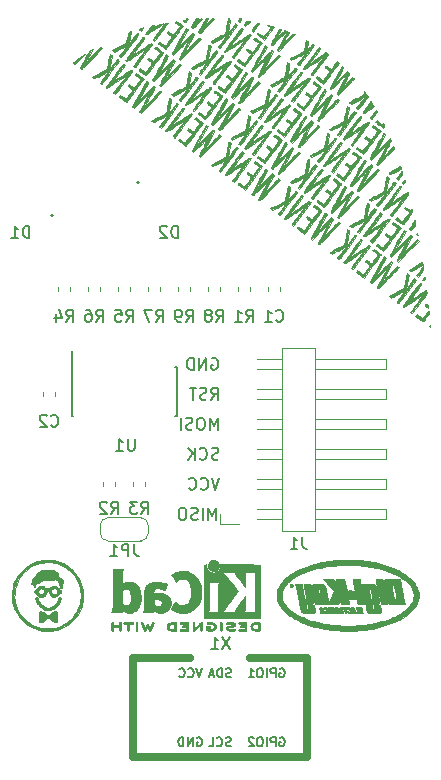
<source format=gbr>
%TF.GenerationSoftware,KiCad,Pcbnew,(5.1.0)-1*%
%TF.CreationDate,2019-10-25T10:12:21-05:00*%
%TF.ProjectId,wenk_sao,77656e6b-5f73-4616-9f2e-6b696361645f,v01*%
%TF.SameCoordinates,Original*%
%TF.FileFunction,Legend,Bot*%
%TF.FilePolarity,Positive*%
%FSLAX46Y46*%
G04 Gerber Fmt 4.6, Leading zero omitted, Abs format (unit mm)*
G04 Created by KiCad (PCBNEW (5.1.0)-1) date 2019-10-25 10:12:21*
%MOMM*%
%LPD*%
G04 APERTURE LIST*
%ADD10C,0.150000*%
%ADD11C,0.010000*%
%ADD12C,0.120000*%
%ADD13C,0.700000*%
G04 APERTURE END LIST*
D10*
X151302404Y-105862380D02*
X151302404Y-104862380D01*
X150969071Y-105576666D01*
X150635738Y-104862380D01*
X150635738Y-105862380D01*
X150159547Y-105862380D02*
X150159547Y-104862380D01*
X149730976Y-105814761D02*
X149588119Y-105862380D01*
X149350023Y-105862380D01*
X149254785Y-105814761D01*
X149207166Y-105767142D01*
X149159547Y-105671904D01*
X149159547Y-105576666D01*
X149207166Y-105481428D01*
X149254785Y-105433809D01*
X149350023Y-105386190D01*
X149540500Y-105338571D01*
X149635738Y-105290952D01*
X149683357Y-105243333D01*
X149730976Y-105148095D01*
X149730976Y-105052857D01*
X149683357Y-104957619D01*
X149635738Y-104910000D01*
X149540500Y-104862380D01*
X149302404Y-104862380D01*
X149159547Y-104910000D01*
X148540500Y-104862380D02*
X148350023Y-104862380D01*
X148254785Y-104910000D01*
X148159547Y-105005238D01*
X148111928Y-105195714D01*
X148111928Y-105529047D01*
X148159547Y-105719523D01*
X148254785Y-105814761D01*
X148350023Y-105862380D01*
X148540500Y-105862380D01*
X148635738Y-105814761D01*
X148730976Y-105719523D01*
X148778595Y-105529047D01*
X148778595Y-105195714D01*
X148730976Y-105005238D01*
X148635738Y-104910000D01*
X148540500Y-104862380D01*
X151572261Y-102322380D02*
X151238928Y-103322380D01*
X150905595Y-102322380D01*
X150000833Y-103227142D02*
X150048452Y-103274761D01*
X150191309Y-103322380D01*
X150286547Y-103322380D01*
X150429404Y-103274761D01*
X150524642Y-103179523D01*
X150572261Y-103084285D01*
X150619880Y-102893809D01*
X150619880Y-102750952D01*
X150572261Y-102560476D01*
X150524642Y-102465238D01*
X150429404Y-102370000D01*
X150286547Y-102322380D01*
X150191309Y-102322380D01*
X150048452Y-102370000D01*
X150000833Y-102417619D01*
X149000833Y-103227142D02*
X149048452Y-103274761D01*
X149191309Y-103322380D01*
X149286547Y-103322380D01*
X149429404Y-103274761D01*
X149524642Y-103179523D01*
X149572261Y-103084285D01*
X149619880Y-102893809D01*
X149619880Y-102750952D01*
X149572261Y-102560476D01*
X149524642Y-102465238D01*
X149429404Y-102370000D01*
X149286547Y-102322380D01*
X149191309Y-102322380D01*
X149048452Y-102370000D01*
X149000833Y-102417619D01*
X151477023Y-100734761D02*
X151334166Y-100782380D01*
X151096071Y-100782380D01*
X151000833Y-100734761D01*
X150953214Y-100687142D01*
X150905595Y-100591904D01*
X150905595Y-100496666D01*
X150953214Y-100401428D01*
X151000833Y-100353809D01*
X151096071Y-100306190D01*
X151286547Y-100258571D01*
X151381785Y-100210952D01*
X151429404Y-100163333D01*
X151477023Y-100068095D01*
X151477023Y-99972857D01*
X151429404Y-99877619D01*
X151381785Y-99830000D01*
X151286547Y-99782380D01*
X151048452Y-99782380D01*
X150905595Y-99830000D01*
X149905595Y-100687142D02*
X149953214Y-100734761D01*
X150096071Y-100782380D01*
X150191309Y-100782380D01*
X150334166Y-100734761D01*
X150429404Y-100639523D01*
X150477023Y-100544285D01*
X150524642Y-100353809D01*
X150524642Y-100210952D01*
X150477023Y-100020476D01*
X150429404Y-99925238D01*
X150334166Y-99830000D01*
X150191309Y-99782380D01*
X150096071Y-99782380D01*
X149953214Y-99830000D01*
X149905595Y-99877619D01*
X149477023Y-100782380D02*
X149477023Y-99782380D01*
X148905595Y-100782380D02*
X149334166Y-100210952D01*
X148905595Y-99782380D02*
X149477023Y-100353809D01*
X151429404Y-98242380D02*
X151429404Y-97242380D01*
X151096071Y-97956666D01*
X150762738Y-97242380D01*
X150762738Y-98242380D01*
X150096071Y-97242380D02*
X149905595Y-97242380D01*
X149810357Y-97290000D01*
X149715119Y-97385238D01*
X149667500Y-97575714D01*
X149667500Y-97909047D01*
X149715119Y-98099523D01*
X149810357Y-98194761D01*
X149905595Y-98242380D01*
X150096071Y-98242380D01*
X150191309Y-98194761D01*
X150286547Y-98099523D01*
X150334166Y-97909047D01*
X150334166Y-97575714D01*
X150286547Y-97385238D01*
X150191309Y-97290000D01*
X150096071Y-97242380D01*
X149286547Y-98194761D02*
X149143690Y-98242380D01*
X148905595Y-98242380D01*
X148810357Y-98194761D01*
X148762738Y-98147142D01*
X148715119Y-98051904D01*
X148715119Y-97956666D01*
X148762738Y-97861428D01*
X148810357Y-97813809D01*
X148905595Y-97766190D01*
X149096071Y-97718571D01*
X149191309Y-97670952D01*
X149238928Y-97623333D01*
X149286547Y-97528095D01*
X149286547Y-97432857D01*
X149238928Y-97337619D01*
X149191309Y-97290000D01*
X149096071Y-97242380D01*
X148857976Y-97242380D01*
X148715119Y-97290000D01*
X148286547Y-98242380D02*
X148286547Y-97242380D01*
X150857976Y-95702380D02*
X151191309Y-95226190D01*
X151429404Y-95702380D02*
X151429404Y-94702380D01*
X151048452Y-94702380D01*
X150953214Y-94750000D01*
X150905595Y-94797619D01*
X150857976Y-94892857D01*
X150857976Y-95035714D01*
X150905595Y-95130952D01*
X150953214Y-95178571D01*
X151048452Y-95226190D01*
X151429404Y-95226190D01*
X150477023Y-95654761D02*
X150334166Y-95702380D01*
X150096071Y-95702380D01*
X150000833Y-95654761D01*
X149953214Y-95607142D01*
X149905595Y-95511904D01*
X149905595Y-95416666D01*
X149953214Y-95321428D01*
X150000833Y-95273809D01*
X150096071Y-95226190D01*
X150286547Y-95178571D01*
X150381785Y-95130952D01*
X150429404Y-95083333D01*
X150477023Y-94988095D01*
X150477023Y-94892857D01*
X150429404Y-94797619D01*
X150381785Y-94750000D01*
X150286547Y-94702380D01*
X150048452Y-94702380D01*
X149905595Y-94750000D01*
X149619880Y-94702380D02*
X149048452Y-94702380D01*
X149334166Y-95702380D02*
X149334166Y-94702380D01*
X150905595Y-92210000D02*
X151000833Y-92162380D01*
X151143690Y-92162380D01*
X151286547Y-92210000D01*
X151381785Y-92305238D01*
X151429404Y-92400476D01*
X151477023Y-92590952D01*
X151477023Y-92733809D01*
X151429404Y-92924285D01*
X151381785Y-93019523D01*
X151286547Y-93114761D01*
X151143690Y-93162380D01*
X151048452Y-93162380D01*
X150905595Y-93114761D01*
X150857976Y-93067142D01*
X150857976Y-92733809D01*
X151048452Y-92733809D01*
X150429404Y-93162380D02*
X150429404Y-92162380D01*
X149857976Y-93162380D01*
X149857976Y-92162380D01*
X149381785Y-93162380D02*
X149381785Y-92162380D01*
X149143690Y-92162380D01*
X149000833Y-92210000D01*
X148905595Y-92305238D01*
X148857976Y-92400476D01*
X148810357Y-92590952D01*
X148810357Y-92733809D01*
X148857976Y-92924285D01*
X148905595Y-93019523D01*
X149000833Y-93114761D01*
X149143690Y-93162380D01*
X149381785Y-93162380D01*
D11*
%TO.C,G\002A\002A\002A*%
G36*
X148723350Y-63431007D02*
G01*
X148707593Y-63436544D01*
X148736440Y-63440374D01*
X148793200Y-63441588D01*
X148855908Y-63440013D01*
X148879410Y-63435913D01*
X148863050Y-63431007D01*
X148781006Y-63426755D01*
X148723350Y-63431007D01*
X148723350Y-63431007D01*
G37*
X148723350Y-63431007D02*
X148707593Y-63436544D01*
X148736440Y-63440374D01*
X148793200Y-63441588D01*
X148855908Y-63440013D01*
X148879410Y-63435913D01*
X148863050Y-63431007D01*
X148781006Y-63426755D01*
X148723350Y-63431007D01*
G36*
X153269950Y-63431007D02*
G01*
X153254193Y-63436544D01*
X153283040Y-63440374D01*
X153339800Y-63441588D01*
X153402508Y-63440013D01*
X153426010Y-63435913D01*
X153409650Y-63431007D01*
X153327606Y-63426755D01*
X153269950Y-63431007D01*
X153269950Y-63431007D01*
G37*
X153269950Y-63431007D02*
X153254193Y-63436544D01*
X153283040Y-63440374D01*
X153339800Y-63441588D01*
X153402508Y-63440013D01*
X153426010Y-63435913D01*
X153409650Y-63431007D01*
X153327606Y-63426755D01*
X153269950Y-63431007D01*
G36*
X153130602Y-63570725D02*
G01*
X153122450Y-63573416D01*
X153135011Y-63591549D01*
X153172802Y-63626600D01*
X153220082Y-63665460D01*
X153261106Y-63695019D01*
X153278314Y-63703200D01*
X153293965Y-63684613D01*
X153323143Y-63642175D01*
X153363128Y-63581150D01*
X153248073Y-63571999D01*
X153177048Y-63568638D01*
X153130602Y-63570725D01*
X153130602Y-63570725D01*
G37*
X153130602Y-63570725D02*
X153122450Y-63573416D01*
X153135011Y-63591549D01*
X153172802Y-63626600D01*
X153220082Y-63665460D01*
X153261106Y-63695019D01*
X153278314Y-63703200D01*
X153293965Y-63684613D01*
X153323143Y-63642175D01*
X153363128Y-63581150D01*
X153248073Y-63571999D01*
X153177048Y-63568638D01*
X153130602Y-63570725D01*
G36*
X148694709Y-63579425D02*
G01*
X148605932Y-63589973D01*
X148531575Y-63597821D01*
X148501100Y-63600370D01*
X148473098Y-63606074D01*
X148478591Y-63623858D01*
X148520951Y-63662606D01*
X148526500Y-63667269D01*
X148601004Y-63726798D01*
X148651017Y-63752537D01*
X148689966Y-63744504D01*
X148731277Y-63702717D01*
X148758209Y-63667575D01*
X148837517Y-63561536D01*
X148694709Y-63579425D01*
X148694709Y-63579425D01*
G37*
X148694709Y-63579425D02*
X148605932Y-63589973D01*
X148531575Y-63597821D01*
X148501100Y-63600370D01*
X148473098Y-63606074D01*
X148478591Y-63623858D01*
X148520951Y-63662606D01*
X148526500Y-63667269D01*
X148601004Y-63726798D01*
X148651017Y-63752537D01*
X148689966Y-63744504D01*
X148731277Y-63702717D01*
X148758209Y-63667575D01*
X148837517Y-63561536D01*
X148694709Y-63579425D01*
G36*
X146786600Y-63868300D02*
G01*
X146799300Y-63881000D01*
X146812000Y-63868300D01*
X146799300Y-63855600D01*
X146786600Y-63868300D01*
X146786600Y-63868300D01*
G37*
X146786600Y-63868300D02*
X146799300Y-63881000D01*
X146812000Y-63868300D01*
X146799300Y-63855600D01*
X146786600Y-63868300D01*
G36*
X153727556Y-63794691D02*
G01*
X153672475Y-63871896D01*
X153644439Y-63920471D01*
X153639476Y-63952024D01*
X153653619Y-63978159D01*
X153661643Y-63987398D01*
X153699073Y-64022160D01*
X153718387Y-64031839D01*
X153744241Y-64017767D01*
X153802913Y-63980767D01*
X153885349Y-63926671D01*
X153970466Y-63869484D01*
X154062541Y-63804775D01*
X154134097Y-63750159D01*
X154177593Y-63711704D01*
X154186366Y-63695829D01*
X154151793Y-63686694D01*
X154082236Y-63675489D01*
X154000200Y-63665478D01*
X153835100Y-63647987D01*
X153727556Y-63794691D01*
X153727556Y-63794691D01*
G37*
X153727556Y-63794691D02*
X153672475Y-63871896D01*
X153644439Y-63920471D01*
X153639476Y-63952024D01*
X153653619Y-63978159D01*
X153661643Y-63987398D01*
X153699073Y-64022160D01*
X153718387Y-64031839D01*
X153744241Y-64017767D01*
X153802913Y-63980767D01*
X153885349Y-63926671D01*
X153970466Y-63869484D01*
X154062541Y-63804775D01*
X154134097Y-63750159D01*
X154177593Y-63711704D01*
X154186366Y-63695829D01*
X154151793Y-63686694D01*
X154082236Y-63675489D01*
X154000200Y-63665478D01*
X153835100Y-63647987D01*
X153727556Y-63794691D01*
G36*
X149593300Y-63424596D02*
G01*
X149195304Y-64161478D01*
X149254602Y-64210894D01*
X149300191Y-64245182D01*
X149326589Y-64258277D01*
X149326600Y-64258275D01*
X149347200Y-64240270D01*
X149397924Y-64190939D01*
X149473583Y-64115476D01*
X149568990Y-64019075D01*
X149678958Y-63906931D01*
X149737983Y-63846370D01*
X150136666Y-63436500D01*
X150030083Y-63428207D01*
X149975656Y-63426390D01*
X149932929Y-63435706D01*
X149889634Y-63463279D01*
X149833504Y-63516234D01*
X149777450Y-63574933D01*
X149711322Y-63643760D01*
X149660800Y-63693748D01*
X149633826Y-63717150D01*
X149631400Y-63717458D01*
X149643916Y-63690883D01*
X149676204Y-63635432D01*
X149707600Y-63584809D01*
X149749505Y-63515344D01*
X149777182Y-63462967D01*
X149783800Y-63444227D01*
X149761355Y-63431186D01*
X149705704Y-63424460D01*
X149688550Y-63424198D01*
X149593300Y-63424596D01*
X149593300Y-63424596D01*
G37*
X149593300Y-63424596D02*
X149195304Y-64161478D01*
X149254602Y-64210894D01*
X149300191Y-64245182D01*
X149326589Y-64258277D01*
X149326600Y-64258275D01*
X149347200Y-64240270D01*
X149397924Y-64190939D01*
X149473583Y-64115476D01*
X149568990Y-64019075D01*
X149678958Y-63906931D01*
X149737983Y-63846370D01*
X150136666Y-63436500D01*
X150030083Y-63428207D01*
X149975656Y-63426390D01*
X149932929Y-63435706D01*
X149889634Y-63463279D01*
X149833504Y-63516234D01*
X149777450Y-63574933D01*
X149711322Y-63643760D01*
X149660800Y-63693748D01*
X149633826Y-63717150D01*
X149631400Y-63717458D01*
X149643916Y-63690883D01*
X149676204Y-63635432D01*
X149707600Y-63584809D01*
X149749505Y-63515344D01*
X149777182Y-63462967D01*
X149783800Y-63444227D01*
X149761355Y-63431186D01*
X149705704Y-63424460D01*
X149688550Y-63424198D01*
X149593300Y-63424596D01*
G36*
X145035846Y-64209202D02*
G01*
X144960015Y-64233769D01*
X144886222Y-64263110D01*
X144830494Y-64291666D01*
X144811750Y-64306907D01*
X144785748Y-64347378D01*
X144789617Y-64378138D01*
X144828603Y-64415027D01*
X144853874Y-64434063D01*
X144927747Y-64488680D01*
X145033964Y-64347996D01*
X145085170Y-64276895D01*
X145119452Y-64222867D01*
X145129788Y-64197036D01*
X145129510Y-64196642D01*
X145097687Y-64194973D01*
X145035846Y-64209202D01*
X145035846Y-64209202D01*
G37*
X145035846Y-64209202D02*
X144960015Y-64233769D01*
X144886222Y-64263110D01*
X144830494Y-64291666D01*
X144811750Y-64306907D01*
X144785748Y-64347378D01*
X144789617Y-64378138D01*
X144828603Y-64415027D01*
X144853874Y-64434063D01*
X144927747Y-64488680D01*
X145033964Y-64347996D01*
X145085170Y-64276895D01*
X145119452Y-64222867D01*
X145129788Y-64197036D01*
X145129510Y-64196642D01*
X145097687Y-64194973D01*
X145035846Y-64209202D01*
G36*
X154765684Y-63801456D02*
G01*
X154733593Y-63824314D01*
X154691861Y-63869105D01*
X154634298Y-63941763D01*
X154554713Y-64048222D01*
X154531105Y-64080198D01*
X154451801Y-64188208D01*
X154382692Y-64283256D01*
X154329728Y-64357085D01*
X154298862Y-64401441D01*
X154294217Y-64408759D01*
X154299762Y-64442772D01*
X154332019Y-64487698D01*
X154375562Y-64526076D01*
X154410661Y-64540554D01*
X154430573Y-64521461D01*
X154475218Y-64468029D01*
X154539318Y-64386910D01*
X154617598Y-64284752D01*
X154685074Y-64194782D01*
X154768530Y-64079960D01*
X154838301Y-63979031D01*
X154889849Y-63898978D01*
X154918636Y-63846780D01*
X154922313Y-63829841D01*
X154884447Y-63812521D01*
X154825700Y-63797807D01*
X154794323Y-63794598D01*
X154765684Y-63801456D01*
X154765684Y-63801456D01*
G37*
X154765684Y-63801456D02*
X154733593Y-63824314D01*
X154691861Y-63869105D01*
X154634298Y-63941763D01*
X154554713Y-64048222D01*
X154531105Y-64080198D01*
X154451801Y-64188208D01*
X154382692Y-64283256D01*
X154329728Y-64357085D01*
X154298862Y-64401441D01*
X154294217Y-64408759D01*
X154299762Y-64442772D01*
X154332019Y-64487698D01*
X154375562Y-64526076D01*
X154410661Y-64540554D01*
X154430573Y-64521461D01*
X154475218Y-64468029D01*
X154539318Y-64386910D01*
X154617598Y-64284752D01*
X154685074Y-64194782D01*
X154768530Y-64079960D01*
X154838301Y-63979031D01*
X154889849Y-63898978D01*
X154918636Y-63846780D01*
X154922313Y-63829841D01*
X154884447Y-63812521D01*
X154825700Y-63797807D01*
X154794323Y-63794598D01*
X154765684Y-63801456D01*
G36*
X150502733Y-63424258D02*
G01*
X150406100Y-63424717D01*
X150094473Y-64010350D01*
X149782845Y-64595983D01*
X149840473Y-64644046D01*
X149885521Y-64678453D01*
X149910800Y-64692243D01*
X149930837Y-64674705D01*
X149982040Y-64624803D01*
X150060276Y-64546710D01*
X150161412Y-64444593D01*
X150281315Y-64322622D01*
X150415852Y-64184968D01*
X150533100Y-64064438D01*
X151142700Y-63436500D01*
X151015900Y-63428507D01*
X150945641Y-63426288D01*
X150896566Y-63435884D01*
X150851802Y-63465325D01*
X150794479Y-63522639D01*
X150775706Y-63542807D01*
X150606383Y-63724320D01*
X150469623Y-63868525D01*
X150365599Y-63975253D01*
X150294480Y-64044333D01*
X150256438Y-64075595D01*
X150251644Y-64068869D01*
X150257080Y-64058800D01*
X150290050Y-64000833D01*
X150339647Y-63910710D01*
X150398875Y-63801250D01*
X150454604Y-63696849D01*
X150599365Y-63423800D01*
X150502733Y-63424258D01*
X150502733Y-63424258D01*
G37*
X150502733Y-63424258D02*
X150406100Y-63424717D01*
X150094473Y-64010350D01*
X149782845Y-64595983D01*
X149840473Y-64644046D01*
X149885521Y-64678453D01*
X149910800Y-64692243D01*
X149930837Y-64674705D01*
X149982040Y-64624803D01*
X150060276Y-64546710D01*
X150161412Y-64444593D01*
X150281315Y-64322622D01*
X150415852Y-64184968D01*
X150533100Y-64064438D01*
X151142700Y-63436500D01*
X151015900Y-63428507D01*
X150945641Y-63426288D01*
X150896566Y-63435884D01*
X150851802Y-63465325D01*
X150794479Y-63522639D01*
X150775706Y-63542807D01*
X150606383Y-63724320D01*
X150469623Y-63868525D01*
X150365599Y-63975253D01*
X150294480Y-64044333D01*
X150256438Y-64075595D01*
X150251644Y-64068869D01*
X150257080Y-64058800D01*
X150290050Y-64000833D01*
X150339647Y-63910710D01*
X150398875Y-63801250D01*
X150454604Y-63696849D01*
X150599365Y-63423800D01*
X150502733Y-63424258D01*
G36*
X146608800Y-63892869D02*
G01*
X146537336Y-63902510D01*
X146475339Y-63917794D01*
X146411774Y-63943779D01*
X146335604Y-63985525D01*
X146235794Y-64048092D01*
X146155483Y-64100691D01*
X146049745Y-64169409D01*
X145960033Y-64225676D01*
X145894314Y-64264651D01*
X145860554Y-64281490D01*
X145857911Y-64281576D01*
X145866836Y-64257966D01*
X145899080Y-64204482D01*
X145947908Y-64132205D01*
X145953438Y-64124379D01*
X146005832Y-64047154D01*
X146028359Y-64003824D01*
X146023310Y-63988957D01*
X146009710Y-63990913D01*
X145951546Y-64005154D01*
X145875766Y-64020365D01*
X145869721Y-64021446D01*
X145828563Y-64032617D01*
X145789600Y-64054997D01*
X145745777Y-64095542D01*
X145690040Y-64161211D01*
X145615334Y-64258960D01*
X145578597Y-64308550D01*
X145498183Y-64417611D01*
X145423398Y-64518999D01*
X145362175Y-64601962D01*
X145322447Y-64655749D01*
X145320203Y-64658785D01*
X145261552Y-64738070D01*
X145319226Y-64775063D01*
X145337045Y-64784083D01*
X145358203Y-64786677D01*
X145387397Y-64780228D01*
X145429321Y-64762120D01*
X145488672Y-64729740D01*
X145570143Y-64680470D01*
X145678432Y-64611696D01*
X145818232Y-64520802D01*
X145994240Y-64405172D01*
X146054336Y-64365578D01*
X146220287Y-64255961D01*
X146372821Y-64154741D01*
X146506694Y-64065433D01*
X146616663Y-63991555D01*
X146697483Y-63936622D01*
X146743911Y-63904151D01*
X146752836Y-63897193D01*
X146741202Y-63888431D01*
X146689587Y-63886902D01*
X146608800Y-63892869D01*
X146608800Y-63892869D01*
G37*
X146608800Y-63892869D02*
X146537336Y-63902510D01*
X146475339Y-63917794D01*
X146411774Y-63943779D01*
X146335604Y-63985525D01*
X146235794Y-64048092D01*
X146155483Y-64100691D01*
X146049745Y-64169409D01*
X145960033Y-64225676D01*
X145894314Y-64264651D01*
X145860554Y-64281490D01*
X145857911Y-64281576D01*
X145866836Y-64257966D01*
X145899080Y-64204482D01*
X145947908Y-64132205D01*
X145953438Y-64124379D01*
X146005832Y-64047154D01*
X146028359Y-64003824D01*
X146023310Y-63988957D01*
X146009710Y-63990913D01*
X145951546Y-64005154D01*
X145875766Y-64020365D01*
X145869721Y-64021446D01*
X145828563Y-64032617D01*
X145789600Y-64054997D01*
X145745777Y-64095542D01*
X145690040Y-64161211D01*
X145615334Y-64258960D01*
X145578597Y-64308550D01*
X145498183Y-64417611D01*
X145423398Y-64518999D01*
X145362175Y-64601962D01*
X145322447Y-64655749D01*
X145320203Y-64658785D01*
X145261552Y-64738070D01*
X145319226Y-64775063D01*
X145337045Y-64784083D01*
X145358203Y-64786677D01*
X145387397Y-64780228D01*
X145429321Y-64762120D01*
X145488672Y-64729740D01*
X145570143Y-64680470D01*
X145678432Y-64611696D01*
X145818232Y-64520802D01*
X145994240Y-64405172D01*
X146054336Y-64365578D01*
X146220287Y-64255961D01*
X146372821Y-64154741D01*
X146506694Y-64065433D01*
X146616663Y-63991555D01*
X146697483Y-63936622D01*
X146743911Y-63904151D01*
X146752836Y-63897193D01*
X146741202Y-63888431D01*
X146689587Y-63886902D01*
X146608800Y-63892869D01*
G36*
X155651536Y-64006018D02*
G01*
X155698262Y-64042912D01*
X155754532Y-64084200D01*
X155818800Y-64135688D01*
X155859769Y-64179413D01*
X155868522Y-64202103D01*
X155851773Y-64228450D01*
X155810712Y-64287482D01*
X155751255Y-64371057D01*
X155679320Y-64471035D01*
X155600825Y-64579274D01*
X155521687Y-64687635D01*
X155447825Y-64787975D01*
X155385157Y-64872154D01*
X155339598Y-64932031D01*
X155321644Y-64954440D01*
X155296176Y-64947770D01*
X155239180Y-64915209D01*
X155159200Y-64862086D01*
X155068463Y-64796495D01*
X154831745Y-64619209D01*
X154784273Y-64679561D01*
X154750337Y-64729514D01*
X154736800Y-64762430D01*
X154755998Y-64785872D01*
X154807968Y-64831894D01*
X154884280Y-64893361D01*
X154957269Y-64948924D01*
X155059202Y-65024730D01*
X155156178Y-65096839D01*
X155234644Y-65155172D01*
X155268955Y-65180671D01*
X155360172Y-65248443D01*
X155771176Y-64692436D01*
X156182180Y-64136430D01*
X156011940Y-64086802D01*
X155845897Y-64039231D01*
X155727945Y-64007352D01*
X155657881Y-63991110D01*
X155635740Y-63989638D01*
X155651536Y-64006018D01*
X155651536Y-64006018D01*
G37*
X155651536Y-64006018D02*
X155698262Y-64042912D01*
X155754532Y-64084200D01*
X155818800Y-64135688D01*
X155859769Y-64179413D01*
X155868522Y-64202103D01*
X155851773Y-64228450D01*
X155810712Y-64287482D01*
X155751255Y-64371057D01*
X155679320Y-64471035D01*
X155600825Y-64579274D01*
X155521687Y-64687635D01*
X155447825Y-64787975D01*
X155385157Y-64872154D01*
X155339598Y-64932031D01*
X155321644Y-64954440D01*
X155296176Y-64947770D01*
X155239180Y-64915209D01*
X155159200Y-64862086D01*
X155068463Y-64796495D01*
X154831745Y-64619209D01*
X154784273Y-64679561D01*
X154750337Y-64729514D01*
X154736800Y-64762430D01*
X154755998Y-64785872D01*
X154807968Y-64831894D01*
X154884280Y-64893361D01*
X154957269Y-64948924D01*
X155059202Y-65024730D01*
X155156178Y-65096839D01*
X155234644Y-65155172D01*
X155268955Y-65180671D01*
X155360172Y-65248443D01*
X155771176Y-64692436D01*
X156182180Y-64136430D01*
X156011940Y-64086802D01*
X155845897Y-64039231D01*
X155727945Y-64007352D01*
X155657881Y-63991110D01*
X155635740Y-63989638D01*
X155651536Y-64006018D01*
G36*
X147099623Y-63818927D02*
G01*
X147059784Y-63823095D01*
X146939267Y-63836776D01*
X146450184Y-64498072D01*
X146330927Y-64659500D01*
X146221000Y-64808644D01*
X146124151Y-64940389D01*
X146044131Y-65049622D01*
X145984689Y-65131228D01*
X145949575Y-65180093D01*
X145941840Y-65191405D01*
X145947126Y-65228754D01*
X145997037Y-65276454D01*
X145998410Y-65277437D01*
X146074241Y-65331433D01*
X146436771Y-64841543D01*
X146553037Y-64684430D01*
X146672562Y-64522911D01*
X146787628Y-64367415D01*
X146890518Y-64228373D01*
X146973514Y-64116212D01*
X146995694Y-64086236D01*
X147068356Y-63987051D01*
X147127942Y-63903823D01*
X147169006Y-63844304D01*
X147186100Y-63816247D01*
X147186194Y-63815118D01*
X147159885Y-63814381D01*
X147099623Y-63818927D01*
X147099623Y-63818927D01*
G37*
X147099623Y-63818927D02*
X147059784Y-63823095D01*
X146939267Y-63836776D01*
X146450184Y-64498072D01*
X146330927Y-64659500D01*
X146221000Y-64808644D01*
X146124151Y-64940389D01*
X146044131Y-65049622D01*
X145984689Y-65131228D01*
X145949575Y-65180093D01*
X145941840Y-65191405D01*
X145947126Y-65228754D01*
X145997037Y-65276454D01*
X145998410Y-65277437D01*
X146074241Y-65331433D01*
X146436771Y-64841543D01*
X146553037Y-64684430D01*
X146672562Y-64522911D01*
X146787628Y-64367415D01*
X146890518Y-64228373D01*
X146973514Y-64116212D01*
X146995694Y-64086236D01*
X147068356Y-63987051D01*
X147127942Y-63903823D01*
X147169006Y-63844304D01*
X147186100Y-63816247D01*
X147186194Y-63815118D01*
X147159885Y-63814381D01*
X147099623Y-63818927D01*
G36*
X156659487Y-64305816D02*
G01*
X156638646Y-64313467D01*
X156615155Y-64333068D01*
X156585916Y-64369295D01*
X156547830Y-64426822D01*
X156497799Y-64510327D01*
X156432724Y-64624484D01*
X156349506Y-64773970D01*
X156246691Y-64960470D01*
X156142677Y-65150008D01*
X156061151Y-65300197D01*
X155999820Y-65416034D01*
X155956396Y-65502517D01*
X155928586Y-65564646D01*
X155914101Y-65607416D01*
X155910649Y-65635827D01*
X155915939Y-65654876D01*
X155923621Y-65665320D01*
X155966113Y-65700345D01*
X155991886Y-65709800D01*
X156015875Y-65692435D01*
X156071235Y-65643119D01*
X156153609Y-65566017D01*
X156258643Y-65465295D01*
X156381984Y-65345117D01*
X156519275Y-65209649D01*
X156627862Y-65101439D01*
X156791376Y-64937711D01*
X156922121Y-64806183D01*
X157023246Y-64703135D01*
X157097903Y-64624846D01*
X157149245Y-64567596D01*
X157180421Y-64527665D01*
X157194585Y-64501333D01*
X157194886Y-64484879D01*
X157184477Y-64474582D01*
X157166509Y-64466724D01*
X157165760Y-64466439D01*
X157109211Y-64447201D01*
X157076507Y-64439800D01*
X157053726Y-64457097D01*
X157001017Y-64505432D01*
X156923913Y-64579466D01*
X156827949Y-64673864D01*
X156718658Y-64783288D01*
X156683998Y-64818350D01*
X156561401Y-64942178D01*
X156470812Y-65032177D01*
X156408953Y-65091065D01*
X156372548Y-65121561D01*
X156358320Y-65126384D01*
X156362993Y-65108252D01*
X156383291Y-65069883D01*
X156385503Y-65066000D01*
X156427588Y-64992330D01*
X156486968Y-64888320D01*
X156555772Y-64767758D01*
X156626132Y-64644434D01*
X156626603Y-64643607D01*
X156686661Y-64534257D01*
X156733864Y-64440385D01*
X156764123Y-64370758D01*
X156773348Y-64334143D01*
X156772207Y-64331446D01*
X156733476Y-64314355D01*
X156680777Y-64305439D01*
X156659487Y-64305816D01*
X156659487Y-64305816D01*
G37*
X156659487Y-64305816D02*
X156638646Y-64313467D01*
X156615155Y-64333068D01*
X156585916Y-64369295D01*
X156547830Y-64426822D01*
X156497799Y-64510327D01*
X156432724Y-64624484D01*
X156349506Y-64773970D01*
X156246691Y-64960470D01*
X156142677Y-65150008D01*
X156061151Y-65300197D01*
X155999820Y-65416034D01*
X155956396Y-65502517D01*
X155928586Y-65564646D01*
X155914101Y-65607416D01*
X155910649Y-65635827D01*
X155915939Y-65654876D01*
X155923621Y-65665320D01*
X155966113Y-65700345D01*
X155991886Y-65709800D01*
X156015875Y-65692435D01*
X156071235Y-65643119D01*
X156153609Y-65566017D01*
X156258643Y-65465295D01*
X156381984Y-65345117D01*
X156519275Y-65209649D01*
X156627862Y-65101439D01*
X156791376Y-64937711D01*
X156922121Y-64806183D01*
X157023246Y-64703135D01*
X157097903Y-64624846D01*
X157149245Y-64567596D01*
X157180421Y-64527665D01*
X157194585Y-64501333D01*
X157194886Y-64484879D01*
X157184477Y-64474582D01*
X157166509Y-64466724D01*
X157165760Y-64466439D01*
X157109211Y-64447201D01*
X157076507Y-64439800D01*
X157053726Y-64457097D01*
X157001017Y-64505432D01*
X156923913Y-64579466D01*
X156827949Y-64673864D01*
X156718658Y-64783288D01*
X156683998Y-64818350D01*
X156561401Y-64942178D01*
X156470812Y-65032177D01*
X156408953Y-65091065D01*
X156372548Y-65121561D01*
X156358320Y-65126384D01*
X156362993Y-65108252D01*
X156383291Y-65069883D01*
X156385503Y-65066000D01*
X156427588Y-64992330D01*
X156486968Y-64888320D01*
X156555772Y-64767758D01*
X156626132Y-64644434D01*
X156626603Y-64643607D01*
X156686661Y-64534257D01*
X156733864Y-64440385D01*
X156764123Y-64370758D01*
X156773348Y-64334143D01*
X156772207Y-64331446D01*
X156733476Y-64314355D01*
X156680777Y-64305439D01*
X156659487Y-64305816D01*
G36*
X152322110Y-63433072D02*
G01*
X152304339Y-63462958D01*
X152286005Y-63518032D01*
X152265317Y-63602904D01*
X152240482Y-63722184D01*
X152209707Y-63880484D01*
X152171202Y-64082414D01*
X152156304Y-64160400D01*
X152125846Y-64313962D01*
X152096614Y-64451143D01*
X152070502Y-64563823D01*
X152049405Y-64643881D01*
X152035218Y-64683199D01*
X152033905Y-64684975D01*
X152004712Y-64704276D01*
X151936708Y-64743556D01*
X151836161Y-64799373D01*
X151709341Y-64868286D01*
X151562514Y-64946852D01*
X151415750Y-65024386D01*
X151257870Y-65107948D01*
X151115910Y-65184328D01*
X150995771Y-65250250D01*
X150903351Y-65302439D01*
X150844550Y-65337619D01*
X150825200Y-65352284D01*
X150843695Y-65377453D01*
X150889464Y-65417303D01*
X150902524Y-65427214D01*
X150979848Y-65484382D01*
X151302574Y-65314206D01*
X151449794Y-65236487D01*
X151610618Y-65151443D01*
X151765384Y-65069479D01*
X151892000Y-65002290D01*
X151978858Y-64955624D01*
X152045467Y-64920598D01*
X152090755Y-64900619D01*
X152113648Y-64899092D01*
X152113070Y-64919425D01*
X152087949Y-64965023D01*
X152037210Y-65039293D01*
X151959779Y-65145642D01*
X151854582Y-65287474D01*
X151763316Y-65410413D01*
X151456911Y-65823893D01*
X151523472Y-65881146D01*
X151573360Y-65919766D01*
X151606924Y-65938151D01*
X151608977Y-65938400D01*
X151627408Y-65918598D01*
X151672944Y-65861826D01*
X151742586Y-65772032D01*
X151833337Y-65653167D01*
X151942199Y-65509180D01*
X152066172Y-65344019D01*
X152202259Y-65161634D01*
X152347461Y-64965974D01*
X152356212Y-64954150D01*
X153084503Y-63969900D01*
X153015302Y-63912876D01*
X152964725Y-63874756D01*
X152931500Y-63856097D01*
X152929173Y-63855726D01*
X152909730Y-63875196D01*
X152864947Y-63929709D01*
X152799467Y-64013304D01*
X152717937Y-64120019D01*
X152625002Y-64243892D01*
X152590873Y-64289883D01*
X152495580Y-64417558D01*
X152410538Y-64529410D01*
X152340268Y-64619661D01*
X152289294Y-64682535D01*
X152262136Y-64712256D01*
X152259058Y-64713723D01*
X152261050Y-64686989D01*
X152272257Y-64617543D01*
X152291380Y-64512372D01*
X152317123Y-64378463D01*
X152348185Y-64222805D01*
X152370687Y-64112922D01*
X152492759Y-63522563D01*
X152423409Y-63473181D01*
X152389968Y-63448427D01*
X152363132Y-63430417D01*
X152341110Y-63423762D01*
X152322110Y-63433072D01*
X152322110Y-63433072D01*
G37*
X152322110Y-63433072D02*
X152304339Y-63462958D01*
X152286005Y-63518032D01*
X152265317Y-63602904D01*
X152240482Y-63722184D01*
X152209707Y-63880484D01*
X152171202Y-64082414D01*
X152156304Y-64160400D01*
X152125846Y-64313962D01*
X152096614Y-64451143D01*
X152070502Y-64563823D01*
X152049405Y-64643881D01*
X152035218Y-64683199D01*
X152033905Y-64684975D01*
X152004712Y-64704276D01*
X151936708Y-64743556D01*
X151836161Y-64799373D01*
X151709341Y-64868286D01*
X151562514Y-64946852D01*
X151415750Y-65024386D01*
X151257870Y-65107948D01*
X151115910Y-65184328D01*
X150995771Y-65250250D01*
X150903351Y-65302439D01*
X150844550Y-65337619D01*
X150825200Y-65352284D01*
X150843695Y-65377453D01*
X150889464Y-65417303D01*
X150902524Y-65427214D01*
X150979848Y-65484382D01*
X151302574Y-65314206D01*
X151449794Y-65236487D01*
X151610618Y-65151443D01*
X151765384Y-65069479D01*
X151892000Y-65002290D01*
X151978858Y-64955624D01*
X152045467Y-64920598D01*
X152090755Y-64900619D01*
X152113648Y-64899092D01*
X152113070Y-64919425D01*
X152087949Y-64965023D01*
X152037210Y-65039293D01*
X151959779Y-65145642D01*
X151854582Y-65287474D01*
X151763316Y-65410413D01*
X151456911Y-65823893D01*
X151523472Y-65881146D01*
X151573360Y-65919766D01*
X151606924Y-65938151D01*
X151608977Y-65938400D01*
X151627408Y-65918598D01*
X151672944Y-65861826D01*
X151742586Y-65772032D01*
X151833337Y-65653167D01*
X151942199Y-65509180D01*
X152066172Y-65344019D01*
X152202259Y-65161634D01*
X152347461Y-64965974D01*
X152356212Y-64954150D01*
X153084503Y-63969900D01*
X153015302Y-63912876D01*
X152964725Y-63874756D01*
X152931500Y-63856097D01*
X152929173Y-63855726D01*
X152909730Y-63875196D01*
X152864947Y-63929709D01*
X152799467Y-64013304D01*
X152717937Y-64120019D01*
X152625002Y-64243892D01*
X152590873Y-64289883D01*
X152495580Y-64417558D01*
X152410538Y-64529410D01*
X152340268Y-64619661D01*
X152289294Y-64682535D01*
X152262136Y-64712256D01*
X152259058Y-64713723D01*
X152261050Y-64686989D01*
X152272257Y-64617543D01*
X152291380Y-64512372D01*
X152317123Y-64378463D01*
X152348185Y-64222805D01*
X152370687Y-64112922D01*
X152492759Y-63522563D01*
X152423409Y-63473181D01*
X152389968Y-63448427D01*
X152363132Y-63430417D01*
X152341110Y-63423762D01*
X152322110Y-63433072D01*
G36*
X147860903Y-63691638D02*
G01*
X147815300Y-63700864D01*
X147784031Y-63709171D01*
X147771052Y-63720454D01*
X147781043Y-63740346D01*
X147818682Y-63774481D01*
X147888651Y-63828491D01*
X147974192Y-63892126D01*
X148209284Y-64066333D01*
X148149703Y-64145116D01*
X148112586Y-64194830D01*
X148053091Y-64275236D01*
X147978827Y-64376022D01*
X147897406Y-64486875D01*
X147880709Y-64509650D01*
X147803611Y-64612902D01*
X147736188Y-64699547D01*
X147684435Y-64762155D01*
X147654343Y-64793294D01*
X147650248Y-64795400D01*
X147622085Y-64781139D01*
X147563252Y-64742744D01*
X147483540Y-64686790D01*
X147426835Y-64645355D01*
X147224470Y-64495311D01*
X147168399Y-64571152D01*
X147134220Y-64621757D01*
X147120273Y-64651456D01*
X147120914Y-64653747D01*
X147143676Y-64670866D01*
X147197887Y-64711392D01*
X147274257Y-64768387D01*
X147326350Y-64807228D01*
X147410689Y-64872024D01*
X147476966Y-64926622D01*
X147516271Y-64963477D01*
X147523200Y-64973872D01*
X147508674Y-65000881D01*
X147469060Y-65060084D01*
X147410311Y-65143460D01*
X147338375Y-65242989D01*
X147259205Y-65350647D01*
X147178750Y-65458415D01*
X147102961Y-65558270D01*
X147037789Y-65642191D01*
X146989184Y-65702158D01*
X146963096Y-65730147D01*
X146961467Y-65731101D01*
X146932974Y-65720225D01*
X146873304Y-65684178D01*
X146791526Y-65628787D01*
X146707754Y-65568129D01*
X146606786Y-65493452D01*
X146537934Y-65447048D01*
X146492246Y-65427286D01*
X146460770Y-65432538D01*
X146434552Y-65461176D01*
X146404642Y-65511570D01*
X146403912Y-65512846D01*
X146399350Y-65534075D01*
X146412160Y-65560959D01*
X146447589Y-65598549D01*
X146510885Y-65651895D01*
X146607295Y-65726046D01*
X146687639Y-65785896D01*
X146796080Y-65865362D01*
X146889996Y-65932738D01*
X146961930Y-65982786D01*
X147004423Y-66010269D01*
X147012327Y-66013911D01*
X147030815Y-65994076D01*
X147075303Y-65938396D01*
X147141841Y-65852060D01*
X147226477Y-65740252D01*
X147325259Y-65608160D01*
X147434236Y-65460970D01*
X147452578Y-65436061D01*
X147583817Y-65257797D01*
X147724318Y-65067122D01*
X147865639Y-64875480D01*
X147999337Y-64694319D01*
X148116968Y-64535084D01*
X148181738Y-64447512D01*
X148486220Y-64036125D01*
X148240106Y-63856962D01*
X148128354Y-63777393D01*
X148045568Y-63725122D01*
X147980738Y-63696103D01*
X147922854Y-63686290D01*
X147860903Y-63691638D01*
X147860903Y-63691638D01*
G37*
X147860903Y-63691638D02*
X147815300Y-63700864D01*
X147784031Y-63709171D01*
X147771052Y-63720454D01*
X147781043Y-63740346D01*
X147818682Y-63774481D01*
X147888651Y-63828491D01*
X147974192Y-63892126D01*
X148209284Y-64066333D01*
X148149703Y-64145116D01*
X148112586Y-64194830D01*
X148053091Y-64275236D01*
X147978827Y-64376022D01*
X147897406Y-64486875D01*
X147880709Y-64509650D01*
X147803611Y-64612902D01*
X147736188Y-64699547D01*
X147684435Y-64762155D01*
X147654343Y-64793294D01*
X147650248Y-64795400D01*
X147622085Y-64781139D01*
X147563252Y-64742744D01*
X147483540Y-64686790D01*
X147426835Y-64645355D01*
X147224470Y-64495311D01*
X147168399Y-64571152D01*
X147134220Y-64621757D01*
X147120273Y-64651456D01*
X147120914Y-64653747D01*
X147143676Y-64670866D01*
X147197887Y-64711392D01*
X147274257Y-64768387D01*
X147326350Y-64807228D01*
X147410689Y-64872024D01*
X147476966Y-64926622D01*
X147516271Y-64963477D01*
X147523200Y-64973872D01*
X147508674Y-65000881D01*
X147469060Y-65060084D01*
X147410311Y-65143460D01*
X147338375Y-65242989D01*
X147259205Y-65350647D01*
X147178750Y-65458415D01*
X147102961Y-65558270D01*
X147037789Y-65642191D01*
X146989184Y-65702158D01*
X146963096Y-65730147D01*
X146961467Y-65731101D01*
X146932974Y-65720225D01*
X146873304Y-65684178D01*
X146791526Y-65628787D01*
X146707754Y-65568129D01*
X146606786Y-65493452D01*
X146537934Y-65447048D01*
X146492246Y-65427286D01*
X146460770Y-65432538D01*
X146434552Y-65461176D01*
X146404642Y-65511570D01*
X146403912Y-65512846D01*
X146399350Y-65534075D01*
X146412160Y-65560959D01*
X146447589Y-65598549D01*
X146510885Y-65651895D01*
X146607295Y-65726046D01*
X146687639Y-65785896D01*
X146796080Y-65865362D01*
X146889996Y-65932738D01*
X146961930Y-65982786D01*
X147004423Y-66010269D01*
X147012327Y-66013911D01*
X147030815Y-65994076D01*
X147075303Y-65938396D01*
X147141841Y-65852060D01*
X147226477Y-65740252D01*
X147325259Y-65608160D01*
X147434236Y-65460970D01*
X147452578Y-65436061D01*
X147583817Y-65257797D01*
X147724318Y-65067122D01*
X147865639Y-64875480D01*
X147999337Y-64694319D01*
X148116968Y-64535084D01*
X148181738Y-64447512D01*
X148486220Y-64036125D01*
X148240106Y-63856962D01*
X148128354Y-63777393D01*
X148045568Y-63725122D01*
X147980738Y-63696103D01*
X147922854Y-63686290D01*
X147860903Y-63691638D01*
G36*
X157289692Y-64521960D02*
G01*
X157277042Y-64545239D01*
X157243610Y-64607798D01*
X157192383Y-64704020D01*
X157126347Y-64828289D01*
X157048489Y-64974988D01*
X156961794Y-65138500D01*
X156934982Y-65189100D01*
X156842883Y-65362657D01*
X156755634Y-65526557D01*
X156676875Y-65674000D01*
X156610247Y-65798190D01*
X156559388Y-65892328D01*
X156527939Y-65949618D01*
X156524507Y-65955691D01*
X156463920Y-66061883D01*
X156603700Y-66161205D01*
X157139582Y-65611652D01*
X157281548Y-65465759D01*
X157418513Y-65324437D01*
X157544610Y-65193781D01*
X157653973Y-65079890D01*
X157740733Y-64988859D01*
X157799024Y-64926785D01*
X157806907Y-64918209D01*
X157938350Y-64774319D01*
X157844810Y-64743448D01*
X157751270Y-64712576D01*
X157545330Y-64925438D01*
X157439376Y-65035593D01*
X157316397Y-65164433D01*
X157193997Y-65293474D01*
X157117032Y-65375149D01*
X156894673Y-65611999D01*
X156982373Y-65451349D01*
X157026186Y-65370659D01*
X157087038Y-65258000D01*
X157158015Y-65126199D01*
X157232203Y-64988086D01*
X157260265Y-64935744D01*
X157450458Y-64580789D01*
X157372486Y-64548005D01*
X157318502Y-64527627D01*
X157290430Y-64521489D01*
X157289692Y-64521960D01*
X157289692Y-64521960D01*
G37*
X157289692Y-64521960D02*
X157277042Y-64545239D01*
X157243610Y-64607798D01*
X157192383Y-64704020D01*
X157126347Y-64828289D01*
X157048489Y-64974988D01*
X156961794Y-65138500D01*
X156934982Y-65189100D01*
X156842883Y-65362657D01*
X156755634Y-65526557D01*
X156676875Y-65674000D01*
X156610247Y-65798190D01*
X156559388Y-65892328D01*
X156527939Y-65949618D01*
X156524507Y-65955691D01*
X156463920Y-66061883D01*
X156603700Y-66161205D01*
X157139582Y-65611652D01*
X157281548Y-65465759D01*
X157418513Y-65324437D01*
X157544610Y-65193781D01*
X157653973Y-65079890D01*
X157740733Y-64988859D01*
X157799024Y-64926785D01*
X157806907Y-64918209D01*
X157938350Y-64774319D01*
X157844810Y-64743448D01*
X157751270Y-64712576D01*
X157545330Y-64925438D01*
X157439376Y-65035593D01*
X157316397Y-65164433D01*
X157193997Y-65293474D01*
X157117032Y-65375149D01*
X156894673Y-65611999D01*
X156982373Y-65451349D01*
X157026186Y-65370659D01*
X157087038Y-65258000D01*
X157158015Y-65126199D01*
X157232203Y-64988086D01*
X157260265Y-64935744D01*
X157450458Y-64580789D01*
X157372486Y-64548005D01*
X157318502Y-64527627D01*
X157290430Y-64521489D01*
X157289692Y-64521960D01*
G36*
X144029988Y-64514441D02*
G01*
X144011650Y-64520657D01*
X143946453Y-64547624D01*
X143901785Y-64575323D01*
X143900573Y-64576486D01*
X143886583Y-64609786D01*
X143865652Y-64684309D01*
X143839912Y-64791295D01*
X143811495Y-64921984D01*
X143788289Y-65037615D01*
X143704531Y-65470330D01*
X142459317Y-66124620D01*
X142545030Y-66196176D01*
X142630742Y-66267732D01*
X142860821Y-66144676D01*
X143107785Y-66013129D01*
X143319136Y-65901680D01*
X143493336Y-65811115D01*
X143628842Y-65742222D01*
X143724115Y-65695787D01*
X143777612Y-65672595D01*
X143789400Y-65670804D01*
X143774946Y-65694939D01*
X143734435Y-65753831D01*
X143672147Y-65841488D01*
X143592360Y-65951920D01*
X143499354Y-66079135D01*
X143447797Y-66149104D01*
X143106194Y-66611500D01*
X143174747Y-66667736D01*
X143225114Y-66705723D01*
X143257936Y-66724497D01*
X143260008Y-66724886D01*
X143278008Y-66705273D01*
X143323059Y-66648719D01*
X143392134Y-66559225D01*
X143482206Y-66440789D01*
X143590249Y-66297409D01*
X143713235Y-66133086D01*
X143848139Y-65951818D01*
X143985031Y-65766950D01*
X144128917Y-65572055D01*
X144263836Y-65389084D01*
X144386723Y-65222208D01*
X144494513Y-65075600D01*
X144584143Y-64953430D01*
X144652548Y-64859872D01*
X144696663Y-64799096D01*
X144713212Y-64775640D01*
X144709195Y-64740376D01*
X144676222Y-64696002D01*
X144629503Y-64658507D01*
X144587847Y-64643845D01*
X144565418Y-64663202D01*
X144518141Y-64717780D01*
X144450823Y-64801556D01*
X144368269Y-64908502D01*
X144275284Y-65032593D01*
X144244947Y-65073798D01*
X144150290Y-65201957D01*
X144065440Y-65315036D01*
X143995035Y-65407002D01*
X143943712Y-65471823D01*
X143916107Y-65503465D01*
X143913055Y-65505598D01*
X143912981Y-65482390D01*
X143922397Y-65417217D01*
X143939949Y-65317744D01*
X143964284Y-65191635D01*
X143994046Y-65046555D01*
X143994785Y-65043050D01*
X144032793Y-64862855D01*
X144060830Y-64726712D01*
X144079079Y-64628897D01*
X144087726Y-64563688D01*
X144086956Y-64525360D01*
X144076953Y-64508192D01*
X144057902Y-64506460D01*
X144029988Y-64514441D01*
X144029988Y-64514441D01*
G37*
X144029988Y-64514441D02*
X144011650Y-64520657D01*
X143946453Y-64547624D01*
X143901785Y-64575323D01*
X143900573Y-64576486D01*
X143886583Y-64609786D01*
X143865652Y-64684309D01*
X143839912Y-64791295D01*
X143811495Y-64921984D01*
X143788289Y-65037615D01*
X143704531Y-65470330D01*
X142459317Y-66124620D01*
X142545030Y-66196176D01*
X142630742Y-66267732D01*
X142860821Y-66144676D01*
X143107785Y-66013129D01*
X143319136Y-65901680D01*
X143493336Y-65811115D01*
X143628842Y-65742222D01*
X143724115Y-65695787D01*
X143777612Y-65672595D01*
X143789400Y-65670804D01*
X143774946Y-65694939D01*
X143734435Y-65753831D01*
X143672147Y-65841488D01*
X143592360Y-65951920D01*
X143499354Y-66079135D01*
X143447797Y-66149104D01*
X143106194Y-66611500D01*
X143174747Y-66667736D01*
X143225114Y-66705723D01*
X143257936Y-66724497D01*
X143260008Y-66724886D01*
X143278008Y-66705273D01*
X143323059Y-66648719D01*
X143392134Y-66559225D01*
X143482206Y-66440789D01*
X143590249Y-66297409D01*
X143713235Y-66133086D01*
X143848139Y-65951818D01*
X143985031Y-65766950D01*
X144128917Y-65572055D01*
X144263836Y-65389084D01*
X144386723Y-65222208D01*
X144494513Y-65075600D01*
X144584143Y-64953430D01*
X144652548Y-64859872D01*
X144696663Y-64799096D01*
X144713212Y-64775640D01*
X144709195Y-64740376D01*
X144676222Y-64696002D01*
X144629503Y-64658507D01*
X144587847Y-64643845D01*
X144565418Y-64663202D01*
X144518141Y-64717780D01*
X144450823Y-64801556D01*
X144368269Y-64908502D01*
X144275284Y-65032593D01*
X144244947Y-65073798D01*
X144150290Y-65201957D01*
X144065440Y-65315036D01*
X143995035Y-65407002D01*
X143943712Y-65471823D01*
X143916107Y-65503465D01*
X143913055Y-65505598D01*
X143912981Y-65482390D01*
X143922397Y-65417217D01*
X143939949Y-65317744D01*
X143964284Y-65191635D01*
X143994046Y-65046555D01*
X143994785Y-65043050D01*
X144032793Y-64862855D01*
X144060830Y-64726712D01*
X144079079Y-64628897D01*
X144087726Y-64563688D01*
X144086956Y-64525360D01*
X144076953Y-64508192D01*
X144057902Y-64506460D01*
X144029988Y-64514441D01*
G36*
X152703478Y-65179086D02*
G01*
X152559099Y-65374933D01*
X152424322Y-65559098D01*
X152302121Y-65727419D01*
X152195474Y-65875734D01*
X152107354Y-65999881D01*
X152040739Y-66095697D01*
X151998603Y-66159020D01*
X151983929Y-66185527D01*
X152000538Y-66229486D01*
X152023728Y-66251231D01*
X152041302Y-66254394D01*
X152071729Y-66246226D01*
X152118859Y-66224420D01*
X152186543Y-66186668D01*
X152278635Y-66130664D01*
X152398984Y-66054099D01*
X152551443Y-65954667D01*
X152739863Y-65830059D01*
X152858091Y-65751376D01*
X153036620Y-65632812D01*
X153201607Y-65524084D01*
X153348364Y-65428219D01*
X153472204Y-65348240D01*
X153568438Y-65287174D01*
X153632378Y-65248046D01*
X153659338Y-65233881D01*
X153659840Y-65233972D01*
X153647668Y-65256007D01*
X153608491Y-65314103D01*
X153545655Y-65403586D01*
X153462502Y-65519778D01*
X153362377Y-65658003D01*
X153248625Y-65813585D01*
X153138164Y-65963496D01*
X152606275Y-66682807D01*
X152665894Y-66729703D01*
X152716788Y-66763490D01*
X152751278Y-66776600D01*
X152771127Y-66756779D01*
X152817929Y-66699989D01*
X152888617Y-66610242D01*
X152980119Y-66491545D01*
X153089366Y-66347910D01*
X153213289Y-66183346D01*
X153348819Y-66001862D01*
X153485292Y-65817750D01*
X153629060Y-65623000D01*
X153763775Y-65440298D01*
X153886386Y-65273796D01*
X153993844Y-65127647D01*
X154083096Y-65006003D01*
X154151095Y-64913015D01*
X154194788Y-64852838D01*
X154210953Y-64829928D01*
X154205104Y-64796749D01*
X154168368Y-64761645D01*
X154151280Y-64752196D01*
X154131839Y-64748288D01*
X154105629Y-64752410D01*
X154068238Y-64767050D01*
X154015250Y-64794696D01*
X153942252Y-64837839D01*
X153844828Y-64898966D01*
X153718565Y-64980566D01*
X153559048Y-65085128D01*
X153361863Y-65215140D01*
X153349436Y-65223343D01*
X153138567Y-65362580D01*
X152966367Y-65476274D01*
X152829065Y-65566802D01*
X152722888Y-65636537D01*
X152644067Y-65687855D01*
X152588827Y-65723130D01*
X152553397Y-65744737D01*
X152534006Y-65755051D01*
X152526881Y-65756447D01*
X152528251Y-65751298D01*
X152534343Y-65741981D01*
X152540289Y-65732774D01*
X152560063Y-65704239D01*
X152606251Y-65640004D01*
X152675087Y-65545235D01*
X152762804Y-65425095D01*
X152865635Y-65284748D01*
X152979813Y-65129358D01*
X153048037Y-65036700D01*
X153166738Y-64875411D01*
X153276026Y-64726537D01*
X153372176Y-64595185D01*
X153451461Y-64486459D01*
X153510154Y-64405465D01*
X153544529Y-64357309D01*
X153551823Y-64346492D01*
X153544828Y-64312904D01*
X153502535Y-64269577D01*
X153494497Y-64263635D01*
X153419997Y-64210586D01*
X152703478Y-65179086D01*
X152703478Y-65179086D01*
G37*
X152703478Y-65179086D02*
X152559099Y-65374933D01*
X152424322Y-65559098D01*
X152302121Y-65727419D01*
X152195474Y-65875734D01*
X152107354Y-65999881D01*
X152040739Y-66095697D01*
X151998603Y-66159020D01*
X151983929Y-66185527D01*
X152000538Y-66229486D01*
X152023728Y-66251231D01*
X152041302Y-66254394D01*
X152071729Y-66246226D01*
X152118859Y-66224420D01*
X152186543Y-66186668D01*
X152278635Y-66130664D01*
X152398984Y-66054099D01*
X152551443Y-65954667D01*
X152739863Y-65830059D01*
X152858091Y-65751376D01*
X153036620Y-65632812D01*
X153201607Y-65524084D01*
X153348364Y-65428219D01*
X153472204Y-65348240D01*
X153568438Y-65287174D01*
X153632378Y-65248046D01*
X153659338Y-65233881D01*
X153659840Y-65233972D01*
X153647668Y-65256007D01*
X153608491Y-65314103D01*
X153545655Y-65403586D01*
X153462502Y-65519778D01*
X153362377Y-65658003D01*
X153248625Y-65813585D01*
X153138164Y-65963496D01*
X152606275Y-66682807D01*
X152665894Y-66729703D01*
X152716788Y-66763490D01*
X152751278Y-66776600D01*
X152771127Y-66756779D01*
X152817929Y-66699989D01*
X152888617Y-66610242D01*
X152980119Y-66491545D01*
X153089366Y-66347910D01*
X153213289Y-66183346D01*
X153348819Y-66001862D01*
X153485292Y-65817750D01*
X153629060Y-65623000D01*
X153763775Y-65440298D01*
X153886386Y-65273796D01*
X153993844Y-65127647D01*
X154083096Y-65006003D01*
X154151095Y-64913015D01*
X154194788Y-64852838D01*
X154210953Y-64829928D01*
X154205104Y-64796749D01*
X154168368Y-64761645D01*
X154151280Y-64752196D01*
X154131839Y-64748288D01*
X154105629Y-64752410D01*
X154068238Y-64767050D01*
X154015250Y-64794696D01*
X153942252Y-64837839D01*
X153844828Y-64898966D01*
X153718565Y-64980566D01*
X153559048Y-65085128D01*
X153361863Y-65215140D01*
X153349436Y-65223343D01*
X153138567Y-65362580D01*
X152966367Y-65476274D01*
X152829065Y-65566802D01*
X152722888Y-65636537D01*
X152644067Y-65687855D01*
X152588827Y-65723130D01*
X152553397Y-65744737D01*
X152534006Y-65755051D01*
X152526881Y-65756447D01*
X152528251Y-65751298D01*
X152534343Y-65741981D01*
X152540289Y-65732774D01*
X152560063Y-65704239D01*
X152606251Y-65640004D01*
X152675087Y-65545235D01*
X152762804Y-65425095D01*
X152865635Y-65284748D01*
X152979813Y-65129358D01*
X153048037Y-65036700D01*
X153166738Y-64875411D01*
X153276026Y-64726537D01*
X153372176Y-64595185D01*
X153451461Y-64486459D01*
X153510154Y-64405465D01*
X153544529Y-64357309D01*
X153551823Y-64346492D01*
X153544828Y-64312904D01*
X153502535Y-64269577D01*
X153494497Y-64263635D01*
X153419997Y-64210586D01*
X152703478Y-65179086D01*
G36*
X148725583Y-64258118D02*
G01*
X148690115Y-64318839D01*
X148636075Y-64413646D01*
X148566365Y-64537298D01*
X148483886Y-64684551D01*
X148391540Y-64850165D01*
X148292228Y-65028897D01*
X148188852Y-65215505D01*
X148084314Y-65404747D01*
X147981515Y-65591382D01*
X147883357Y-65770168D01*
X147792741Y-65935861D01*
X147712568Y-66083221D01*
X147645742Y-66207006D01*
X147595162Y-66301973D01*
X147575042Y-66340562D01*
X147558239Y-66393213D01*
X147578936Y-66437336D01*
X147588613Y-66448512D01*
X147631980Y-66485774D01*
X147660487Y-66497763D01*
X147683951Y-66480370D01*
X147738851Y-66430556D01*
X147821149Y-66352261D01*
X147926803Y-66249423D01*
X148051774Y-66125980D01*
X148192020Y-65985871D01*
X148343501Y-65833035D01*
X148370530Y-65805613D01*
X148521152Y-65652993D01*
X148658980Y-65513950D01*
X148780355Y-65392129D01*
X148881618Y-65291174D01*
X148959109Y-65214729D01*
X149009170Y-65166441D01*
X149028141Y-65149953D01*
X149027749Y-65151000D01*
X149010412Y-65181544D01*
X148972091Y-65251682D01*
X148915625Y-65356137D01*
X148843849Y-65489633D01*
X148759601Y-65646895D01*
X148665718Y-65822645D01*
X148565716Y-66010329D01*
X148452129Y-66224039D01*
X148360487Y-66397496D01*
X148288745Y-66535230D01*
X148234858Y-66641766D01*
X148196780Y-66721633D01*
X148172468Y-66779358D01*
X148159876Y-66819467D01*
X148156959Y-66846489D01*
X148161673Y-66864950D01*
X148171973Y-66879378D01*
X148172783Y-66880279D01*
X148216180Y-66917340D01*
X148244827Y-66929000D01*
X148267576Y-66911296D01*
X148322041Y-66860536D01*
X148404686Y-66780244D01*
X148511981Y-66673946D01*
X148640391Y-66545167D01*
X148786384Y-66397431D01*
X148946426Y-66234265D01*
X149116984Y-66059192D01*
X149129452Y-66046350D01*
X149986124Y-65163700D01*
X149921646Y-65106550D01*
X149872275Y-65067664D01*
X149838461Y-65049566D01*
X149836711Y-65049400D01*
X149816101Y-65067042D01*
X149765467Y-65116618D01*
X149689632Y-65193099D01*
X149593422Y-65291457D01*
X149481662Y-65406663D01*
X149359176Y-65533689D01*
X149230789Y-65667506D01*
X149101326Y-65803087D01*
X148975611Y-65935402D01*
X148858470Y-66059424D01*
X148754726Y-66170125D01*
X148669205Y-66262475D01*
X148608649Y-66329289D01*
X148573560Y-66367778D01*
X148560451Y-66377309D01*
X148570247Y-66353405D01*
X148603877Y-66291588D01*
X148623841Y-66255900D01*
X148657705Y-66194328D01*
X148711490Y-66095086D01*
X148781321Y-65965387D01*
X148863326Y-65812444D01*
X148953632Y-65643471D01*
X149048366Y-65465681D01*
X149070823Y-65423455D01*
X149432360Y-64743410D01*
X149373130Y-64694050D01*
X149326957Y-64658818D01*
X149299729Y-64643845D01*
X149279239Y-64661050D01*
X149227065Y-64710418D01*
X149147236Y-64787982D01*
X149043782Y-64889775D01*
X148920732Y-65011833D01*
X148782115Y-65150188D01*
X148631961Y-65300875D01*
X148620470Y-65312440D01*
X148473089Y-65459977D01*
X148339732Y-65591906D01*
X148223903Y-65704882D01*
X148129105Y-65795558D01*
X148058844Y-65860589D01*
X148016624Y-65896632D01*
X148005949Y-65900339D01*
X148007427Y-65897668D01*
X148032421Y-65855529D01*
X148079103Y-65775185D01*
X148144047Y-65662592D01*
X148223830Y-65523704D01*
X148315030Y-65364476D01*
X148414223Y-65190865D01*
X148476205Y-65082178D01*
X148892938Y-64350900D01*
X148824019Y-64293876D01*
X148773999Y-64255760D01*
X148741751Y-64237098D01*
X148739578Y-64236726D01*
X148725583Y-64258118D01*
X148725583Y-64258118D01*
G37*
X148725583Y-64258118D02*
X148690115Y-64318839D01*
X148636075Y-64413646D01*
X148566365Y-64537298D01*
X148483886Y-64684551D01*
X148391540Y-64850165D01*
X148292228Y-65028897D01*
X148188852Y-65215505D01*
X148084314Y-65404747D01*
X147981515Y-65591382D01*
X147883357Y-65770168D01*
X147792741Y-65935861D01*
X147712568Y-66083221D01*
X147645742Y-66207006D01*
X147595162Y-66301973D01*
X147575042Y-66340562D01*
X147558239Y-66393213D01*
X147578936Y-66437336D01*
X147588613Y-66448512D01*
X147631980Y-66485774D01*
X147660487Y-66497763D01*
X147683951Y-66480370D01*
X147738851Y-66430556D01*
X147821149Y-66352261D01*
X147926803Y-66249423D01*
X148051774Y-66125980D01*
X148192020Y-65985871D01*
X148343501Y-65833035D01*
X148370530Y-65805613D01*
X148521152Y-65652993D01*
X148658980Y-65513950D01*
X148780355Y-65392129D01*
X148881618Y-65291174D01*
X148959109Y-65214729D01*
X149009170Y-65166441D01*
X149028141Y-65149953D01*
X149027749Y-65151000D01*
X149010412Y-65181544D01*
X148972091Y-65251682D01*
X148915625Y-65356137D01*
X148843849Y-65489633D01*
X148759601Y-65646895D01*
X148665718Y-65822645D01*
X148565716Y-66010329D01*
X148452129Y-66224039D01*
X148360487Y-66397496D01*
X148288745Y-66535230D01*
X148234858Y-66641766D01*
X148196780Y-66721633D01*
X148172468Y-66779358D01*
X148159876Y-66819467D01*
X148156959Y-66846489D01*
X148161673Y-66864950D01*
X148171973Y-66879378D01*
X148172783Y-66880279D01*
X148216180Y-66917340D01*
X148244827Y-66929000D01*
X148267576Y-66911296D01*
X148322041Y-66860536D01*
X148404686Y-66780244D01*
X148511981Y-66673946D01*
X148640391Y-66545167D01*
X148786384Y-66397431D01*
X148946426Y-66234265D01*
X149116984Y-66059192D01*
X149129452Y-66046350D01*
X149986124Y-65163700D01*
X149921646Y-65106550D01*
X149872275Y-65067664D01*
X149838461Y-65049566D01*
X149836711Y-65049400D01*
X149816101Y-65067042D01*
X149765467Y-65116618D01*
X149689632Y-65193099D01*
X149593422Y-65291457D01*
X149481662Y-65406663D01*
X149359176Y-65533689D01*
X149230789Y-65667506D01*
X149101326Y-65803087D01*
X148975611Y-65935402D01*
X148858470Y-66059424D01*
X148754726Y-66170125D01*
X148669205Y-66262475D01*
X148608649Y-66329289D01*
X148573560Y-66367778D01*
X148560451Y-66377309D01*
X148570247Y-66353405D01*
X148603877Y-66291588D01*
X148623841Y-66255900D01*
X148657705Y-66194328D01*
X148711490Y-66095086D01*
X148781321Y-65965387D01*
X148863326Y-65812444D01*
X148953632Y-65643471D01*
X149048366Y-65465681D01*
X149070823Y-65423455D01*
X149432360Y-64743410D01*
X149373130Y-64694050D01*
X149326957Y-64658818D01*
X149299729Y-64643845D01*
X149279239Y-64661050D01*
X149227065Y-64710418D01*
X149147236Y-64787982D01*
X149043782Y-64889775D01*
X148920732Y-65011833D01*
X148782115Y-65150188D01*
X148631961Y-65300875D01*
X148620470Y-65312440D01*
X148473089Y-65459977D01*
X148339732Y-65591906D01*
X148223903Y-65704882D01*
X148129105Y-65795558D01*
X148058844Y-65860589D01*
X148016624Y-65896632D01*
X148005949Y-65900339D01*
X148007427Y-65897668D01*
X148032421Y-65855529D01*
X148079103Y-65775185D01*
X148144047Y-65662592D01*
X148223830Y-65523704D01*
X148315030Y-65364476D01*
X148414223Y-65190865D01*
X148476205Y-65082178D01*
X148892938Y-64350900D01*
X148824019Y-64293876D01*
X148773999Y-64255760D01*
X148741751Y-64237098D01*
X148739578Y-64236726D01*
X148725583Y-64258118D01*
G36*
X140143073Y-66433822D02*
G01*
X140097817Y-66462717D01*
X140054529Y-66491370D01*
X139923767Y-66580419D01*
X139786575Y-66677641D01*
X139649867Y-66777730D01*
X139520562Y-66875377D01*
X139405577Y-66965274D01*
X139311826Y-67042115D01*
X139246228Y-67100591D01*
X139215977Y-67134860D01*
X139200464Y-67179828D01*
X139219620Y-67214941D01*
X139246134Y-67237200D01*
X139292891Y-67270336D01*
X139319265Y-67284035D01*
X139339934Y-67266908D01*
X139391377Y-67218405D01*
X139468696Y-67143316D01*
X139566994Y-67046433D01*
X139681373Y-66932548D01*
X139789165Y-66824358D01*
X139928172Y-66684237D01*
X140033746Y-66577182D01*
X140108258Y-66500220D01*
X140154077Y-66450376D01*
X140173573Y-66424677D01*
X140169115Y-66420150D01*
X140143073Y-66433822D01*
X140143073Y-66433822D01*
G37*
X140143073Y-66433822D02*
X140097817Y-66462717D01*
X140054529Y-66491370D01*
X139923767Y-66580419D01*
X139786575Y-66677641D01*
X139649867Y-66777730D01*
X139520562Y-66875377D01*
X139405577Y-66965274D01*
X139311826Y-67042115D01*
X139246228Y-67100591D01*
X139215977Y-67134860D01*
X139200464Y-67179828D01*
X139219620Y-67214941D01*
X139246134Y-67237200D01*
X139292891Y-67270336D01*
X139319265Y-67284035D01*
X139339934Y-67266908D01*
X139391377Y-67218405D01*
X139468696Y-67143316D01*
X139566994Y-67046433D01*
X139681373Y-66932548D01*
X139789165Y-66824358D01*
X139928172Y-66684237D01*
X140033746Y-66577182D01*
X140108258Y-66500220D01*
X140154077Y-66450376D01*
X140173573Y-66424677D01*
X140169115Y-66420150D01*
X140143073Y-66433822D01*
G36*
X158825460Y-65705812D02*
G01*
X158735819Y-66154300D01*
X158109152Y-66484500D01*
X157925380Y-66581455D01*
X157782099Y-66657709D01*
X157674837Y-66716205D01*
X157599122Y-66759882D01*
X157550483Y-66791682D01*
X157524447Y-66814546D01*
X157516542Y-66831416D01*
X157522296Y-66845232D01*
X157537236Y-66858936D01*
X157538393Y-66859872D01*
X157594118Y-66901795D01*
X157632400Y-66926963D01*
X157662286Y-66925619D01*
X157724479Y-66904027D01*
X157821536Y-66861016D01*
X157956014Y-66795414D01*
X158130468Y-66706050D01*
X158241114Y-66648071D01*
X158396343Y-66566738D01*
X158536185Y-66494422D01*
X158654569Y-66434183D01*
X158745424Y-66389085D01*
X158802679Y-66362189D01*
X158820396Y-66355929D01*
X158808441Y-66377868D01*
X158770181Y-66434652D01*
X158709748Y-66520452D01*
X158631277Y-66629442D01*
X158538902Y-66755795D01*
X158483394Y-66830948D01*
X158137724Y-67297300D01*
X158208912Y-67354323D01*
X158259563Y-67392097D01*
X158291731Y-67410983D01*
X158294129Y-67411473D01*
X158311701Y-67391743D01*
X158356241Y-67335279D01*
X158424597Y-67246252D01*
X158513615Y-67128835D01*
X158620141Y-66987198D01*
X158741021Y-66825513D01*
X158873102Y-66647952D01*
X158960004Y-66530681D01*
X159611851Y-65649762D01*
X159533881Y-65602346D01*
X159476851Y-65572809D01*
X159438201Y-65561939D01*
X159434997Y-65562514D01*
X159413381Y-65584601D01*
X159367576Y-65640496D01*
X159303292Y-65722940D01*
X159226239Y-65824672D01*
X159182138Y-65883980D01*
X159101782Y-65991346D01*
X159032246Y-66081652D01*
X158978888Y-66148144D01*
X158947066Y-66184067D01*
X158940660Y-66188326D01*
X158942724Y-66162102D01*
X158953613Y-66095668D01*
X158971467Y-65998477D01*
X158994429Y-65879982D01*
X159020641Y-65749636D01*
X159048246Y-65616894D01*
X159075386Y-65491208D01*
X159093200Y-65412107D01*
X159092374Y-65370215D01*
X159060389Y-65335356D01*
X159010644Y-65306519D01*
X158915100Y-65257324D01*
X158825460Y-65705812D01*
X158825460Y-65705812D01*
G37*
X158825460Y-65705812D02*
X158735819Y-66154300D01*
X158109152Y-66484500D01*
X157925380Y-66581455D01*
X157782099Y-66657709D01*
X157674837Y-66716205D01*
X157599122Y-66759882D01*
X157550483Y-66791682D01*
X157524447Y-66814546D01*
X157516542Y-66831416D01*
X157522296Y-66845232D01*
X157537236Y-66858936D01*
X157538393Y-66859872D01*
X157594118Y-66901795D01*
X157632400Y-66926963D01*
X157662286Y-66925619D01*
X157724479Y-66904027D01*
X157821536Y-66861016D01*
X157956014Y-66795414D01*
X158130468Y-66706050D01*
X158241114Y-66648071D01*
X158396343Y-66566738D01*
X158536185Y-66494422D01*
X158654569Y-66434183D01*
X158745424Y-66389085D01*
X158802679Y-66362189D01*
X158820396Y-66355929D01*
X158808441Y-66377868D01*
X158770181Y-66434652D01*
X158709748Y-66520452D01*
X158631277Y-66629442D01*
X158538902Y-66755795D01*
X158483394Y-66830948D01*
X158137724Y-67297300D01*
X158208912Y-67354323D01*
X158259563Y-67392097D01*
X158291731Y-67410983D01*
X158294129Y-67411473D01*
X158311701Y-67391743D01*
X158356241Y-67335279D01*
X158424597Y-67246252D01*
X158513615Y-67128835D01*
X158620141Y-66987198D01*
X158741021Y-66825513D01*
X158873102Y-66647952D01*
X158960004Y-66530681D01*
X159611851Y-65649762D01*
X159533881Y-65602346D01*
X159476851Y-65572809D01*
X159438201Y-65561939D01*
X159434997Y-65562514D01*
X159413381Y-65584601D01*
X159367576Y-65640496D01*
X159303292Y-65722940D01*
X159226239Y-65824672D01*
X159182138Y-65883980D01*
X159101782Y-65991346D01*
X159032246Y-66081652D01*
X158978888Y-66148144D01*
X158947066Y-66184067D01*
X158940660Y-66188326D01*
X158942724Y-66162102D01*
X158953613Y-66095668D01*
X158971467Y-65998477D01*
X158994429Y-65879982D01*
X159020641Y-65749636D01*
X159048246Y-65616894D01*
X159075386Y-65491208D01*
X159093200Y-65412107D01*
X159092374Y-65370215D01*
X159060389Y-65335356D01*
X159010644Y-65306519D01*
X158915100Y-65257324D01*
X158825460Y-65705812D01*
G36*
X154506201Y-65068459D02*
G01*
X154473113Y-65112547D01*
X154449258Y-65162025D01*
X154446112Y-65197254D01*
X154448686Y-65200616D01*
X154476966Y-65222989D01*
X154536279Y-65268451D01*
X154616990Y-65329649D01*
X154681007Y-65377875D01*
X154891913Y-65536348D01*
X154831118Y-65616724D01*
X154793516Y-65667074D01*
X154733588Y-65748051D01*
X154658992Y-65849276D01*
X154577388Y-65960371D01*
X154560909Y-65982850D01*
X154484332Y-66085988D01*
X154418159Y-66172568D01*
X154368196Y-66235184D01*
X154340248Y-66266433D01*
X154336860Y-66268600D01*
X154311316Y-66254357D01*
X154255444Y-66216276D01*
X154179306Y-66161326D01*
X154142162Y-66133738D01*
X154058127Y-66071252D01*
X153988037Y-66019968D01*
X153942967Y-65987957D01*
X153934390Y-65982335D01*
X153902835Y-65989585D01*
X153860612Y-66028676D01*
X153852437Y-66039161D01*
X153798195Y-66112527D01*
X154012194Y-66271024D01*
X154226193Y-66429520D01*
X154171133Y-66507810D01*
X154109617Y-66593831D01*
X154035362Y-66695452D01*
X153954211Y-66804941D01*
X153872003Y-66914569D01*
X153794581Y-67016606D01*
X153727783Y-67103320D01*
X153677453Y-67166983D01*
X153649430Y-67199864D01*
X153646129Y-67202622D01*
X153619935Y-67191047D01*
X153562549Y-67154358D01*
X153482930Y-67098558D01*
X153406394Y-67042039D01*
X153305416Y-66967584D01*
X153235902Y-66921469D01*
X153190162Y-66899672D01*
X153160503Y-66898169D01*
X153146375Y-66906028D01*
X153107267Y-66941776D01*
X153087594Y-66973931D01*
X153091159Y-67008268D01*
X153121764Y-67050563D01*
X153183210Y-67106591D01*
X153279301Y-67182125D01*
X153375971Y-67254738D01*
X153484401Y-67335094D01*
X153577799Y-67403383D01*
X153648944Y-67454398D01*
X153690614Y-67482932D01*
X153698327Y-67487159D01*
X153714885Y-67467227D01*
X153758612Y-67410317D01*
X153826567Y-67320365D01*
X153915806Y-67201307D01*
X154023389Y-67057078D01*
X154146374Y-66891616D01*
X154281818Y-66708857D01*
X154426781Y-66512735D01*
X154440361Y-66494336D01*
X154585592Y-66297227D01*
X154720912Y-66112934D01*
X154843455Y-65945404D01*
X154950359Y-65798583D01*
X155038758Y-65676418D01*
X155105789Y-65582854D01*
X155148586Y-65521838D01*
X155164286Y-65497315D01*
X155164261Y-65497026D01*
X155141997Y-65480873D01*
X155086372Y-65439887D01*
X155004795Y-65379542D01*
X154904674Y-65305314D01*
X154857976Y-65270648D01*
X154750967Y-65192293D01*
X154657761Y-65126136D01*
X154586181Y-65077571D01*
X154544050Y-65051992D01*
X154537048Y-65049399D01*
X154506201Y-65068459D01*
X154506201Y-65068459D01*
G37*
X154506201Y-65068459D02*
X154473113Y-65112547D01*
X154449258Y-65162025D01*
X154446112Y-65197254D01*
X154448686Y-65200616D01*
X154476966Y-65222989D01*
X154536279Y-65268451D01*
X154616990Y-65329649D01*
X154681007Y-65377875D01*
X154891913Y-65536348D01*
X154831118Y-65616724D01*
X154793516Y-65667074D01*
X154733588Y-65748051D01*
X154658992Y-65849276D01*
X154577388Y-65960371D01*
X154560909Y-65982850D01*
X154484332Y-66085988D01*
X154418159Y-66172568D01*
X154368196Y-66235184D01*
X154340248Y-66266433D01*
X154336860Y-66268600D01*
X154311316Y-66254357D01*
X154255444Y-66216276D01*
X154179306Y-66161326D01*
X154142162Y-66133738D01*
X154058127Y-66071252D01*
X153988037Y-66019968D01*
X153942967Y-65987957D01*
X153934390Y-65982335D01*
X153902835Y-65989585D01*
X153860612Y-66028676D01*
X153852437Y-66039161D01*
X153798195Y-66112527D01*
X154012194Y-66271024D01*
X154226193Y-66429520D01*
X154171133Y-66507810D01*
X154109617Y-66593831D01*
X154035362Y-66695452D01*
X153954211Y-66804941D01*
X153872003Y-66914569D01*
X153794581Y-67016606D01*
X153727783Y-67103320D01*
X153677453Y-67166983D01*
X153649430Y-67199864D01*
X153646129Y-67202622D01*
X153619935Y-67191047D01*
X153562549Y-67154358D01*
X153482930Y-67098558D01*
X153406394Y-67042039D01*
X153305416Y-66967584D01*
X153235902Y-66921469D01*
X153190162Y-66899672D01*
X153160503Y-66898169D01*
X153146375Y-66906028D01*
X153107267Y-66941776D01*
X153087594Y-66973931D01*
X153091159Y-67008268D01*
X153121764Y-67050563D01*
X153183210Y-67106591D01*
X153279301Y-67182125D01*
X153375971Y-67254738D01*
X153484401Y-67335094D01*
X153577799Y-67403383D01*
X153648944Y-67454398D01*
X153690614Y-67482932D01*
X153698327Y-67487159D01*
X153714885Y-67467227D01*
X153758612Y-67410317D01*
X153826567Y-67320365D01*
X153915806Y-67201307D01*
X154023389Y-67057078D01*
X154146374Y-66891616D01*
X154281818Y-66708857D01*
X154426781Y-66512735D01*
X154440361Y-66494336D01*
X154585592Y-66297227D01*
X154720912Y-66112934D01*
X154843455Y-65945404D01*
X154950359Y-65798583D01*
X155038758Y-65676418D01*
X155105789Y-65582854D01*
X155148586Y-65521838D01*
X155164286Y-65497315D01*
X155164261Y-65497026D01*
X155141997Y-65480873D01*
X155086372Y-65439887D01*
X155004795Y-65379542D01*
X154904674Y-65305314D01*
X154857976Y-65270648D01*
X154750967Y-65192293D01*
X154657761Y-65126136D01*
X154586181Y-65077571D01*
X154544050Y-65051992D01*
X154537048Y-65049399D01*
X154506201Y-65068459D01*
G36*
X145059332Y-65014789D02*
G01*
X145038047Y-65041556D01*
X144990932Y-65103663D01*
X144921558Y-65196260D01*
X144833497Y-65314499D01*
X144730320Y-65453533D01*
X144615599Y-65608511D01*
X144492904Y-65774586D01*
X144365808Y-65946908D01*
X144237881Y-66120629D01*
X144112695Y-66290900D01*
X143993821Y-66452874D01*
X143884830Y-66601700D01*
X143789294Y-66732530D01*
X143710785Y-66840516D01*
X143652873Y-66920810D01*
X143619130Y-66968561D01*
X143611802Y-66980040D01*
X143630544Y-67001666D01*
X143665416Y-67026588D01*
X143682446Y-67033757D01*
X143704789Y-67033790D01*
X143736833Y-67024149D01*
X143782966Y-67002294D01*
X143847576Y-66965686D01*
X143935051Y-66911786D01*
X144049778Y-66838055D01*
X144196147Y-66741954D01*
X144378544Y-66620944D01*
X144459166Y-66567266D01*
X144677493Y-66421798D01*
X144857143Y-66302123D01*
X145001756Y-66205920D01*
X145114969Y-66130872D01*
X145200419Y-66074660D01*
X145261745Y-66034965D01*
X145302585Y-66009470D01*
X145326576Y-65995855D01*
X145337357Y-65991801D01*
X145338566Y-65994991D01*
X145333840Y-66003106D01*
X145326817Y-66013828D01*
X145326344Y-66014600D01*
X145306115Y-66043571D01*
X145259363Y-66108279D01*
X145189809Y-66203645D01*
X145101174Y-66324589D01*
X144997176Y-66466031D01*
X144881538Y-66622892D01*
X144798020Y-66735952D01*
X144677115Y-66899915D01*
X144565892Y-67051567D01*
X144467971Y-67185904D01*
X144386973Y-67297928D01*
X144326520Y-67382637D01*
X144290232Y-67435030D01*
X144281169Y-67449745D01*
X144292575Y-67479636D01*
X144330123Y-67519187D01*
X144376056Y-67552489D01*
X144408672Y-67564000D01*
X144429591Y-67545806D01*
X144469802Y-67499578D01*
X144494487Y-67468750D01*
X144525209Y-67428291D01*
X144582524Y-67351718D01*
X144662885Y-67243808D01*
X144762745Y-67109340D01*
X144878558Y-66953093D01*
X145006777Y-66779844D01*
X145143857Y-66594373D01*
X145222163Y-66488314D01*
X145379563Y-66274876D01*
X145509160Y-66098463D01*
X145613421Y-65955301D01*
X145694809Y-65841616D01*
X145755790Y-65753633D01*
X145798829Y-65687580D01*
X145826390Y-65639681D01*
X145840938Y-65606163D01*
X145844939Y-65583251D01*
X145840857Y-65567172D01*
X145831806Y-65554864D01*
X145792305Y-65518303D01*
X145769749Y-65506600D01*
X145745055Y-65520157D01*
X145682963Y-65558725D01*
X145588349Y-65619149D01*
X145466091Y-65698272D01*
X145321066Y-65792939D01*
X145158151Y-65899995D01*
X144992635Y-66009383D01*
X144781366Y-66149393D01*
X144608747Y-66263735D01*
X144471061Y-66354767D01*
X144364587Y-66424846D01*
X144285606Y-66476328D01*
X144230398Y-66511570D01*
X144195243Y-66532929D01*
X144176423Y-66542761D01*
X144170216Y-66543424D01*
X144172904Y-66537274D01*
X144180767Y-66526667D01*
X144184961Y-66521125D01*
X144329674Y-66326205D01*
X144473440Y-66131651D01*
X144613094Y-65941817D01*
X144745475Y-65761060D01*
X144867419Y-65593734D01*
X144975763Y-65444196D01*
X145067345Y-65316800D01*
X145139002Y-65215904D01*
X145187571Y-65145861D01*
X145209888Y-65111028D01*
X145211002Y-65108184D01*
X145191313Y-65076390D01*
X145147152Y-65041920D01*
X145097815Y-65016655D01*
X145062597Y-65012476D01*
X145059332Y-65014789D01*
X145059332Y-65014789D01*
G37*
X145059332Y-65014789D02*
X145038047Y-65041556D01*
X144990932Y-65103663D01*
X144921558Y-65196260D01*
X144833497Y-65314499D01*
X144730320Y-65453533D01*
X144615599Y-65608511D01*
X144492904Y-65774586D01*
X144365808Y-65946908D01*
X144237881Y-66120629D01*
X144112695Y-66290900D01*
X143993821Y-66452874D01*
X143884830Y-66601700D01*
X143789294Y-66732530D01*
X143710785Y-66840516D01*
X143652873Y-66920810D01*
X143619130Y-66968561D01*
X143611802Y-66980040D01*
X143630544Y-67001666D01*
X143665416Y-67026588D01*
X143682446Y-67033757D01*
X143704789Y-67033790D01*
X143736833Y-67024149D01*
X143782966Y-67002294D01*
X143847576Y-66965686D01*
X143935051Y-66911786D01*
X144049778Y-66838055D01*
X144196147Y-66741954D01*
X144378544Y-66620944D01*
X144459166Y-66567266D01*
X144677493Y-66421798D01*
X144857143Y-66302123D01*
X145001756Y-66205920D01*
X145114969Y-66130872D01*
X145200419Y-66074660D01*
X145261745Y-66034965D01*
X145302585Y-66009470D01*
X145326576Y-65995855D01*
X145337357Y-65991801D01*
X145338566Y-65994991D01*
X145333840Y-66003106D01*
X145326817Y-66013828D01*
X145326344Y-66014600D01*
X145306115Y-66043571D01*
X145259363Y-66108279D01*
X145189809Y-66203645D01*
X145101174Y-66324589D01*
X144997176Y-66466031D01*
X144881538Y-66622892D01*
X144798020Y-66735952D01*
X144677115Y-66899915D01*
X144565892Y-67051567D01*
X144467971Y-67185904D01*
X144386973Y-67297928D01*
X144326520Y-67382637D01*
X144290232Y-67435030D01*
X144281169Y-67449745D01*
X144292575Y-67479636D01*
X144330123Y-67519187D01*
X144376056Y-67552489D01*
X144408672Y-67564000D01*
X144429591Y-67545806D01*
X144469802Y-67499578D01*
X144494487Y-67468750D01*
X144525209Y-67428291D01*
X144582524Y-67351718D01*
X144662885Y-67243808D01*
X144762745Y-67109340D01*
X144878558Y-66953093D01*
X145006777Y-66779844D01*
X145143857Y-66594373D01*
X145222163Y-66488314D01*
X145379563Y-66274876D01*
X145509160Y-66098463D01*
X145613421Y-65955301D01*
X145694809Y-65841616D01*
X145755790Y-65753633D01*
X145798829Y-65687580D01*
X145826390Y-65639681D01*
X145840938Y-65606163D01*
X145844939Y-65583251D01*
X145840857Y-65567172D01*
X145831806Y-65554864D01*
X145792305Y-65518303D01*
X145769749Y-65506600D01*
X145745055Y-65520157D01*
X145682963Y-65558725D01*
X145588349Y-65619149D01*
X145466091Y-65698272D01*
X145321066Y-65792939D01*
X145158151Y-65899995D01*
X144992635Y-66009383D01*
X144781366Y-66149393D01*
X144608747Y-66263735D01*
X144471061Y-66354767D01*
X144364587Y-66424846D01*
X144285606Y-66476328D01*
X144230398Y-66511570D01*
X144195243Y-66532929D01*
X144176423Y-66542761D01*
X144170216Y-66543424D01*
X144172904Y-66537274D01*
X144180767Y-66526667D01*
X144184961Y-66521125D01*
X144329674Y-66326205D01*
X144473440Y-66131651D01*
X144613094Y-65941817D01*
X144745475Y-65761060D01*
X144867419Y-65593734D01*
X144975763Y-65444196D01*
X145067345Y-65316800D01*
X145139002Y-65215904D01*
X145187571Y-65145861D01*
X145209888Y-65111028D01*
X145211002Y-65108184D01*
X145191313Y-65076390D01*
X145147152Y-65041920D01*
X145097815Y-65016655D01*
X145062597Y-65012476D01*
X145059332Y-65014789D01*
G36*
X140941507Y-66386219D02*
G01*
X140802066Y-66533645D01*
X140669516Y-66674006D01*
X140549102Y-66801732D01*
X140446072Y-66911248D01*
X140365671Y-66996983D01*
X140313147Y-67053364D01*
X140302367Y-67065080D01*
X140206233Y-67170300D01*
X140281068Y-67030600D01*
X140316713Y-66964007D01*
X140371092Y-66862351D01*
X140438994Y-66735375D01*
X140515211Y-66592820D01*
X140594533Y-66444427D01*
X140597006Y-66439799D01*
X140838109Y-65988698D01*
X140745305Y-66041013D01*
X140671110Y-66085864D01*
X140606926Y-66129508D01*
X140597750Y-66136514D01*
X140572742Y-66168973D01*
X140527545Y-66240724D01*
X140465451Y-66346012D01*
X140389759Y-66479086D01*
X140303762Y-66634192D01*
X140210756Y-66805576D01*
X140158777Y-66902870D01*
X139774556Y-67626040D01*
X139832528Y-67670655D01*
X139878965Y-67703123D01*
X139904862Y-67715835D01*
X139924866Y-67698263D01*
X139976667Y-67647669D01*
X140056787Y-67567584D01*
X140161743Y-67461537D01*
X140288054Y-67333059D01*
X140432242Y-67185680D01*
X140590824Y-67022930D01*
X140760319Y-66848339D01*
X140768462Y-66839937D01*
X140938426Y-66664225D01*
X141097357Y-66499342D01*
X141241790Y-66348924D01*
X141368259Y-66216607D01*
X141473301Y-66106026D01*
X141553449Y-66020817D01*
X141605241Y-65964615D01*
X141625210Y-65941056D01*
X141625295Y-65940853D01*
X141611784Y-65912755D01*
X141568730Y-65872806D01*
X141558702Y-65865405D01*
X141484513Y-65812578D01*
X140941507Y-66386219D01*
X140941507Y-66386219D01*
G37*
X140941507Y-66386219D02*
X140802066Y-66533645D01*
X140669516Y-66674006D01*
X140549102Y-66801732D01*
X140446072Y-66911248D01*
X140365671Y-66996983D01*
X140313147Y-67053364D01*
X140302367Y-67065080D01*
X140206233Y-67170300D01*
X140281068Y-67030600D01*
X140316713Y-66964007D01*
X140371092Y-66862351D01*
X140438994Y-66735375D01*
X140515211Y-66592820D01*
X140594533Y-66444427D01*
X140597006Y-66439799D01*
X140838109Y-65988698D01*
X140745305Y-66041013D01*
X140671110Y-66085864D01*
X140606926Y-66129508D01*
X140597750Y-66136514D01*
X140572742Y-66168973D01*
X140527545Y-66240724D01*
X140465451Y-66346012D01*
X140389759Y-66479086D01*
X140303762Y-66634192D01*
X140210756Y-66805576D01*
X140158777Y-66902870D01*
X139774556Y-67626040D01*
X139832528Y-67670655D01*
X139878965Y-67703123D01*
X139904862Y-67715835D01*
X139924866Y-67698263D01*
X139976667Y-67647669D01*
X140056787Y-67567584D01*
X140161743Y-67461537D01*
X140288054Y-67333059D01*
X140432242Y-67185680D01*
X140590824Y-67022930D01*
X140760319Y-66848339D01*
X140768462Y-66839937D01*
X140938426Y-66664225D01*
X141097357Y-66499342D01*
X141241790Y-66348924D01*
X141368259Y-66216607D01*
X141473301Y-66106026D01*
X141553449Y-66020817D01*
X141605241Y-65964615D01*
X141625210Y-65941056D01*
X141625295Y-65940853D01*
X141611784Y-65912755D01*
X141568730Y-65872806D01*
X141558702Y-65865405D01*
X141484513Y-65812578D01*
X140941507Y-66386219D01*
G36*
X150647127Y-65669872D02*
G01*
X150632006Y-65738637D01*
X150609792Y-65843746D01*
X150581894Y-65978460D01*
X150549724Y-66136038D01*
X150520970Y-66278465D01*
X150485975Y-66450895D01*
X150453626Y-66606969D01*
X150425421Y-66739725D01*
X150402859Y-66842198D01*
X150387438Y-66907427D01*
X150381215Y-66928166D01*
X150355248Y-66946570D01*
X150291619Y-66983995D01*
X150197850Y-67036242D01*
X150081461Y-67099109D01*
X149967725Y-67159136D01*
X149818562Y-67237272D01*
X149666906Y-67317090D01*
X149525978Y-67391607D01*
X149409002Y-67453838D01*
X149356040Y-67482251D01*
X149144180Y-67596507D01*
X149216340Y-67655540D01*
X149271928Y-67694980D01*
X149314430Y-67714932D01*
X149318662Y-67715486D01*
X149348655Y-67704307D01*
X149416956Y-67672403D01*
X149517080Y-67623012D01*
X149642541Y-67559370D01*
X149786854Y-67484715D01*
X149901158Y-67424712D01*
X150053847Y-67344701D01*
X150191200Y-67273918D01*
X150307024Y-67215458D01*
X150395123Y-67172415D01*
X150449307Y-67147884D01*
X150463984Y-67143517D01*
X150452693Y-67166061D01*
X150415182Y-67223160D01*
X150355709Y-67308726D01*
X150278530Y-67416671D01*
X150187903Y-67540908D01*
X150154075Y-67586733D01*
X150058013Y-67717264D01*
X149972139Y-67835458D01*
X149901146Y-67934732D01*
X149849726Y-68008503D01*
X149822573Y-68050191D01*
X149819824Y-68055550D01*
X149829591Y-68094794D01*
X149876656Y-68141894D01*
X149881653Y-68145531D01*
X149957332Y-68199419D01*
X150671981Y-67232662D01*
X150816369Y-67037001D01*
X150951536Y-66853191D01*
X151074460Y-66685386D01*
X151182119Y-66537739D01*
X151271494Y-66414405D01*
X151339562Y-66319539D01*
X151383304Y-66257294D01*
X151399628Y-66232030D01*
X151389530Y-66196475D01*
X151347685Y-66152358D01*
X151336886Y-66144224D01*
X151261145Y-66090292D01*
X150928873Y-66539242D01*
X150832835Y-66667447D01*
X150747656Y-66778178D01*
X150677580Y-66866163D01*
X150626853Y-66926130D01*
X150599717Y-66952808D01*
X150596319Y-66952246D01*
X150601202Y-66917905D01*
X150615045Y-66841395D01*
X150636384Y-66730265D01*
X150663754Y-66592066D01*
X150695694Y-66434347D01*
X150713716Y-66346673D01*
X150831394Y-65777046D01*
X150745910Y-65707277D01*
X150692732Y-65666374D01*
X150658896Y-65645056D01*
X150653742Y-65644191D01*
X150647127Y-65669872D01*
X150647127Y-65669872D01*
G37*
X150647127Y-65669872D02*
X150632006Y-65738637D01*
X150609792Y-65843746D01*
X150581894Y-65978460D01*
X150549724Y-66136038D01*
X150520970Y-66278465D01*
X150485975Y-66450895D01*
X150453626Y-66606969D01*
X150425421Y-66739725D01*
X150402859Y-66842198D01*
X150387438Y-66907427D01*
X150381215Y-66928166D01*
X150355248Y-66946570D01*
X150291619Y-66983995D01*
X150197850Y-67036242D01*
X150081461Y-67099109D01*
X149967725Y-67159136D01*
X149818562Y-67237272D01*
X149666906Y-67317090D01*
X149525978Y-67391607D01*
X149409002Y-67453838D01*
X149356040Y-67482251D01*
X149144180Y-67596507D01*
X149216340Y-67655540D01*
X149271928Y-67694980D01*
X149314430Y-67714932D01*
X149318662Y-67715486D01*
X149348655Y-67704307D01*
X149416956Y-67672403D01*
X149517080Y-67623012D01*
X149642541Y-67559370D01*
X149786854Y-67484715D01*
X149901158Y-67424712D01*
X150053847Y-67344701D01*
X150191200Y-67273918D01*
X150307024Y-67215458D01*
X150395123Y-67172415D01*
X150449307Y-67147884D01*
X150463984Y-67143517D01*
X150452693Y-67166061D01*
X150415182Y-67223160D01*
X150355709Y-67308726D01*
X150278530Y-67416671D01*
X150187903Y-67540908D01*
X150154075Y-67586733D01*
X150058013Y-67717264D01*
X149972139Y-67835458D01*
X149901146Y-67934732D01*
X149849726Y-68008503D01*
X149822573Y-68050191D01*
X149819824Y-68055550D01*
X149829591Y-68094794D01*
X149876656Y-68141894D01*
X149881653Y-68145531D01*
X149957332Y-68199419D01*
X150671981Y-67232662D01*
X150816369Y-67037001D01*
X150951536Y-66853191D01*
X151074460Y-66685386D01*
X151182119Y-66537739D01*
X151271494Y-66414405D01*
X151339562Y-66319539D01*
X151383304Y-66257294D01*
X151399628Y-66232030D01*
X151389530Y-66196475D01*
X151347685Y-66152358D01*
X151336886Y-66144224D01*
X151261145Y-66090292D01*
X150928873Y-66539242D01*
X150832835Y-66667447D01*
X150747656Y-66778178D01*
X150677580Y-66866163D01*
X150626853Y-66926130D01*
X150599717Y-66952808D01*
X150596319Y-66952246D01*
X150601202Y-66917905D01*
X150615045Y-66841395D01*
X150636384Y-66730265D01*
X150663754Y-66592066D01*
X150695694Y-66434347D01*
X150713716Y-66346673D01*
X150831394Y-65777046D01*
X150745910Y-65707277D01*
X150692732Y-65666374D01*
X150658896Y-65645056D01*
X150653742Y-65644191D01*
X150647127Y-65669872D01*
G36*
X159958769Y-65907709D02*
G01*
X159913042Y-65963147D01*
X159844930Y-66049383D01*
X159758247Y-66161325D01*
X159656803Y-66293877D01*
X159544413Y-66441944D01*
X159424889Y-66600433D01*
X159302044Y-66764248D01*
X159179690Y-66928296D01*
X159061640Y-67087482D01*
X158951708Y-67236711D01*
X158853706Y-67370890D01*
X158771446Y-67484923D01*
X158708741Y-67573716D01*
X158669405Y-67632175D01*
X158657633Y-67652776D01*
X158667011Y-67689143D01*
X158699911Y-67716780D01*
X158717583Y-67722322D01*
X158741684Y-67720320D01*
X158776430Y-67708297D01*
X158826035Y-67683778D01*
X158894715Y-67644285D01*
X158986684Y-67587343D01*
X159106157Y-67510476D01*
X159257350Y-67411207D01*
X159444476Y-67287060D01*
X159542594Y-67221708D01*
X159720631Y-67103486D01*
X159885128Y-66995124D01*
X160031383Y-66899654D01*
X160154693Y-66820109D01*
X160250355Y-66759520D01*
X160313667Y-66720918D01*
X160339926Y-66707335D01*
X160340308Y-66707440D01*
X160328234Y-66729558D01*
X160289191Y-66787691D01*
X160226554Y-66877110D01*
X160143695Y-66993088D01*
X160043989Y-67130895D01*
X159930809Y-67285804D01*
X159829795Y-67422977D01*
X159707530Y-67589034D01*
X159595466Y-67742386D01*
X159497066Y-67878207D01*
X159415791Y-67991668D01*
X159355104Y-68077943D01*
X159318468Y-68132202D01*
X159308800Y-68149376D01*
X159327678Y-68177411D01*
X159370526Y-68213789D01*
X159416667Y-68242617D01*
X159439475Y-68249800D01*
X159457848Y-68230039D01*
X159503160Y-68173540D01*
X159572234Y-68084476D01*
X159661896Y-67967021D01*
X159768970Y-67825350D01*
X159890281Y-67663636D01*
X160022655Y-67486053D01*
X160109398Y-67369127D01*
X160247132Y-67182825D01*
X160375430Y-67008698D01*
X160491136Y-66851072D01*
X160591095Y-66714274D01*
X160672148Y-66602632D01*
X160731141Y-66520472D01*
X160764917Y-66472121D01*
X160771789Y-66461077D01*
X160759112Y-66431392D01*
X160715103Y-66389366D01*
X160692513Y-66372863D01*
X160602998Y-66312027D01*
X159974949Y-66730350D01*
X159774713Y-66863716D01*
X159612712Y-66971557D01*
X159484897Y-67056501D01*
X159387218Y-67121177D01*
X159315626Y-67168214D01*
X159266071Y-67200239D01*
X159234503Y-67219880D01*
X159216872Y-67229767D01*
X159209130Y-67232527D01*
X159207225Y-67230789D01*
X159207200Y-67228630D01*
X159221708Y-67206224D01*
X159262778Y-67148076D01*
X159326731Y-67059261D01*
X159409885Y-66944852D01*
X159508563Y-66809926D01*
X159619084Y-66659557D01*
X159664840Y-66597500D01*
X160122480Y-65977382D01*
X160064890Y-65933055D01*
X160013120Y-65900266D01*
X159978298Y-65888164D01*
X159958769Y-65907709D01*
X159958769Y-65907709D01*
G37*
X159958769Y-65907709D02*
X159913042Y-65963147D01*
X159844930Y-66049383D01*
X159758247Y-66161325D01*
X159656803Y-66293877D01*
X159544413Y-66441944D01*
X159424889Y-66600433D01*
X159302044Y-66764248D01*
X159179690Y-66928296D01*
X159061640Y-67087482D01*
X158951708Y-67236711D01*
X158853706Y-67370890D01*
X158771446Y-67484923D01*
X158708741Y-67573716D01*
X158669405Y-67632175D01*
X158657633Y-67652776D01*
X158667011Y-67689143D01*
X158699911Y-67716780D01*
X158717583Y-67722322D01*
X158741684Y-67720320D01*
X158776430Y-67708297D01*
X158826035Y-67683778D01*
X158894715Y-67644285D01*
X158986684Y-67587343D01*
X159106157Y-67510476D01*
X159257350Y-67411207D01*
X159444476Y-67287060D01*
X159542594Y-67221708D01*
X159720631Y-67103486D01*
X159885128Y-66995124D01*
X160031383Y-66899654D01*
X160154693Y-66820109D01*
X160250355Y-66759520D01*
X160313667Y-66720918D01*
X160339926Y-66707335D01*
X160340308Y-66707440D01*
X160328234Y-66729558D01*
X160289191Y-66787691D01*
X160226554Y-66877110D01*
X160143695Y-66993088D01*
X160043989Y-67130895D01*
X159930809Y-67285804D01*
X159829795Y-67422977D01*
X159707530Y-67589034D01*
X159595466Y-67742386D01*
X159497066Y-67878207D01*
X159415791Y-67991668D01*
X159355104Y-68077943D01*
X159318468Y-68132202D01*
X159308800Y-68149376D01*
X159327678Y-68177411D01*
X159370526Y-68213789D01*
X159416667Y-68242617D01*
X159439475Y-68249800D01*
X159457848Y-68230039D01*
X159503160Y-68173540D01*
X159572234Y-68084476D01*
X159661896Y-67967021D01*
X159768970Y-67825350D01*
X159890281Y-67663636D01*
X160022655Y-67486053D01*
X160109398Y-67369127D01*
X160247132Y-67182825D01*
X160375430Y-67008698D01*
X160491136Y-66851072D01*
X160591095Y-66714274D01*
X160672148Y-66602632D01*
X160731141Y-66520472D01*
X160764917Y-66472121D01*
X160771789Y-66461077D01*
X160759112Y-66431392D01*
X160715103Y-66389366D01*
X160692513Y-66372863D01*
X160602998Y-66312027D01*
X159974949Y-66730350D01*
X159774713Y-66863716D01*
X159612712Y-66971557D01*
X159484897Y-67056501D01*
X159387218Y-67121177D01*
X159315626Y-67168214D01*
X159266071Y-67200239D01*
X159234503Y-67219880D01*
X159216872Y-67229767D01*
X159209130Y-67232527D01*
X159207225Y-67230789D01*
X159207200Y-67228630D01*
X159221708Y-67206224D01*
X159262778Y-67148076D01*
X159326731Y-67059261D01*
X159409885Y-66944852D01*
X159508563Y-66809926D01*
X159619084Y-66659557D01*
X159664840Y-66597500D01*
X160122480Y-65977382D01*
X160064890Y-65933055D01*
X160013120Y-65900266D01*
X159978298Y-65888164D01*
X159958769Y-65907709D01*
G36*
X146130511Y-65887202D02*
G01*
X146075062Y-65962201D01*
X146297481Y-66130581D01*
X146387224Y-66201281D01*
X146459129Y-66263197D01*
X146504955Y-66308885D01*
X146517286Y-66329101D01*
X146501927Y-66358574D01*
X146461021Y-66421286D01*
X146399610Y-66509923D01*
X146322741Y-66617168D01*
X146255708Y-66708475D01*
X145996744Y-67057710D01*
X145915422Y-67000920D01*
X145850212Y-66954362D01*
X145765668Y-66892684D01*
X145700870Y-66844703D01*
X145567639Y-66745277D01*
X145517565Y-66805388D01*
X145481880Y-66853615D01*
X145466646Y-66884772D01*
X145485573Y-66906924D01*
X145537200Y-66950935D01*
X145612634Y-67009495D01*
X145667420Y-67049872D01*
X145753378Y-67113460D01*
X145821429Y-67166492D01*
X145862572Y-67201802D01*
X145870620Y-67211649D01*
X145856838Y-67234802D01*
X145818500Y-67290860D01*
X145761329Y-67371938D01*
X145691049Y-67470152D01*
X145613383Y-67577617D01*
X145534053Y-67686448D01*
X145458785Y-67788759D01*
X145393300Y-67876668D01*
X145343322Y-67942287D01*
X145314574Y-67977734D01*
X145314441Y-67977880D01*
X145288056Y-67971639D01*
X145230083Y-67939635D01*
X145149171Y-67887117D01*
X145057115Y-67821664D01*
X144818330Y-67645269D01*
X144773933Y-67712584D01*
X144742883Y-67764435D01*
X144729385Y-67796423D01*
X144729368Y-67796848D01*
X144748690Y-67817165D01*
X144801845Y-67861270D01*
X144881420Y-67923293D01*
X144980006Y-67997363D01*
X145014950Y-68023084D01*
X145120736Y-68100619D01*
X145212867Y-68168250D01*
X145283041Y-68219874D01*
X145322952Y-68249387D01*
X145327705Y-68252957D01*
X145349245Y-68237861D01*
X145398949Y-68182802D01*
X145475637Y-68089290D01*
X145578128Y-67958832D01*
X145705244Y-67792934D01*
X145855805Y-67593104D01*
X146028632Y-67360849D01*
X146077005Y-67295424D01*
X146221842Y-67099062D01*
X146357291Y-66914991D01*
X146480383Y-66747276D01*
X146588154Y-66599979D01*
X146677634Y-66477164D01*
X146745857Y-66382894D01*
X146789857Y-66321231D01*
X146806665Y-66296240D01*
X146806709Y-66296128D01*
X146790374Y-66273720D01*
X146740418Y-66228732D01*
X146664744Y-66167849D01*
X146578109Y-66102746D01*
X146474997Y-66027317D01*
X146379177Y-65956879D01*
X146302757Y-65900352D01*
X146264030Y-65871372D01*
X146185959Y-65812203D01*
X146130511Y-65887202D01*
X146130511Y-65887202D01*
G37*
X146130511Y-65887202D02*
X146075062Y-65962201D01*
X146297481Y-66130581D01*
X146387224Y-66201281D01*
X146459129Y-66263197D01*
X146504955Y-66308885D01*
X146517286Y-66329101D01*
X146501927Y-66358574D01*
X146461021Y-66421286D01*
X146399610Y-66509923D01*
X146322741Y-66617168D01*
X146255708Y-66708475D01*
X145996744Y-67057710D01*
X145915422Y-67000920D01*
X145850212Y-66954362D01*
X145765668Y-66892684D01*
X145700870Y-66844703D01*
X145567639Y-66745277D01*
X145517565Y-66805388D01*
X145481880Y-66853615D01*
X145466646Y-66884772D01*
X145485573Y-66906924D01*
X145537200Y-66950935D01*
X145612634Y-67009495D01*
X145667420Y-67049872D01*
X145753378Y-67113460D01*
X145821429Y-67166492D01*
X145862572Y-67201802D01*
X145870620Y-67211649D01*
X145856838Y-67234802D01*
X145818500Y-67290860D01*
X145761329Y-67371938D01*
X145691049Y-67470152D01*
X145613383Y-67577617D01*
X145534053Y-67686448D01*
X145458785Y-67788759D01*
X145393300Y-67876668D01*
X145343322Y-67942287D01*
X145314574Y-67977734D01*
X145314441Y-67977880D01*
X145288056Y-67971639D01*
X145230083Y-67939635D01*
X145149171Y-67887117D01*
X145057115Y-67821664D01*
X144818330Y-67645269D01*
X144773933Y-67712584D01*
X144742883Y-67764435D01*
X144729385Y-67796423D01*
X144729368Y-67796848D01*
X144748690Y-67817165D01*
X144801845Y-67861270D01*
X144881420Y-67923293D01*
X144980006Y-67997363D01*
X145014950Y-68023084D01*
X145120736Y-68100619D01*
X145212867Y-68168250D01*
X145283041Y-68219874D01*
X145322952Y-68249387D01*
X145327705Y-68252957D01*
X145349245Y-68237861D01*
X145398949Y-68182802D01*
X145475637Y-68089290D01*
X145578128Y-67958832D01*
X145705244Y-67792934D01*
X145855805Y-67593104D01*
X146028632Y-67360849D01*
X146077005Y-67295424D01*
X146221842Y-67099062D01*
X146357291Y-66914991D01*
X146480383Y-66747276D01*
X146588154Y-66599979D01*
X146677634Y-66477164D01*
X146745857Y-66382894D01*
X146789857Y-66321231D01*
X146806665Y-66296240D01*
X146806709Y-66296128D01*
X146790374Y-66273720D01*
X146740418Y-66228732D01*
X146664744Y-66167849D01*
X146578109Y-66102746D01*
X146474997Y-66027317D01*
X146379177Y-65956879D01*
X146302757Y-65900352D01*
X146264030Y-65871372D01*
X146185959Y-65812203D01*
X146130511Y-65887202D01*
G36*
X155417651Y-65731942D02*
G01*
X155380433Y-65792604D01*
X155324694Y-65887409D01*
X155253344Y-66011132D01*
X155169292Y-66158548D01*
X155075448Y-66324435D01*
X154974720Y-66503568D01*
X154870019Y-66690724D01*
X154764253Y-66880677D01*
X154660332Y-67068206D01*
X154561166Y-67248085D01*
X154469663Y-67415090D01*
X154388733Y-67563998D01*
X154321285Y-67689586D01*
X154270229Y-67786628D01*
X154238473Y-67849901D01*
X154228800Y-67873647D01*
X154247728Y-67896406D01*
X154293285Y-67930609D01*
X154293707Y-67930885D01*
X154358614Y-67973414D01*
X155045047Y-67279757D01*
X155194848Y-67129323D01*
X155330879Y-66994552D01*
X155449678Y-66878733D01*
X155547784Y-66785155D01*
X155621736Y-66717106D01*
X155668072Y-66677874D01*
X155683332Y-66670749D01*
X155681540Y-66675000D01*
X155657891Y-66718217D01*
X155613541Y-66800345D01*
X155551668Y-66915455D01*
X155475452Y-67057622D01*
X155388070Y-67220916D01*
X155292701Y-67399412D01*
X155219581Y-67536440D01*
X154807564Y-68308980D01*
X154867432Y-68355025D01*
X154913977Y-68387980D01*
X154940000Y-68401399D01*
X154959666Y-68383781D01*
X155011148Y-68333145D01*
X155090977Y-68253016D01*
X155195684Y-68146923D01*
X155321800Y-68018392D01*
X155465855Y-67870949D01*
X155624380Y-67708122D01*
X155793907Y-67533437D01*
X155803600Y-67523432D01*
X155973655Y-67347678D01*
X156132658Y-67182915D01*
X156277155Y-67032752D01*
X156403691Y-66900799D01*
X156508814Y-66790665D01*
X156589069Y-66705961D01*
X156641003Y-66650297D01*
X156661161Y-66627281D01*
X156661271Y-66627056D01*
X156647459Y-66601753D01*
X156604728Y-66562430D01*
X156593532Y-66553887D01*
X156519022Y-66498800D01*
X155915627Y-67139350D01*
X155771972Y-67291819D01*
X155637726Y-67434244D01*
X155517286Y-67561964D01*
X155415052Y-67670315D01*
X155335423Y-67754634D01*
X155282798Y-67810258D01*
X155263354Y-67830700D01*
X155246852Y-67841485D01*
X155257097Y-67813168D01*
X155289719Y-67754500D01*
X155320388Y-67700391D01*
X155371157Y-67608071D01*
X155438401Y-67484249D01*
X155518497Y-67335633D01*
X155607822Y-67168933D01*
X155702753Y-66990858D01*
X155741036Y-66918790D01*
X156117110Y-66210080D01*
X156059142Y-66163140D01*
X156012096Y-66129357D01*
X155983849Y-66116200D01*
X155962586Y-66133587D01*
X155909692Y-66183078D01*
X155829264Y-66260660D01*
X155725399Y-66362323D01*
X155602193Y-66484058D01*
X155463745Y-66621854D01*
X155314150Y-66771701D01*
X155313563Y-66772291D01*
X155164713Y-66921619D01*
X155027779Y-67058538D01*
X154906725Y-67179119D01*
X154805516Y-67279434D01*
X154728117Y-67355552D01*
X154678493Y-67403544D01*
X154660607Y-67419481D01*
X154660600Y-67419447D01*
X154673006Y-67394644D01*
X154704287Y-67342551D01*
X154721163Y-67315805D01*
X154748499Y-67270525D01*
X154797187Y-67187213D01*
X154863649Y-67072099D01*
X154944309Y-66931412D01*
X155035588Y-66771382D01*
X155133908Y-66598240D01*
X155180590Y-66515774D01*
X155579454Y-65810449D01*
X155520077Y-65760969D01*
X155469286Y-65725285D01*
X155433439Y-65710645D01*
X155417651Y-65731942D01*
X155417651Y-65731942D01*
G37*
X155417651Y-65731942D02*
X155380433Y-65792604D01*
X155324694Y-65887409D01*
X155253344Y-66011132D01*
X155169292Y-66158548D01*
X155075448Y-66324435D01*
X154974720Y-66503568D01*
X154870019Y-66690724D01*
X154764253Y-66880677D01*
X154660332Y-67068206D01*
X154561166Y-67248085D01*
X154469663Y-67415090D01*
X154388733Y-67563998D01*
X154321285Y-67689586D01*
X154270229Y-67786628D01*
X154238473Y-67849901D01*
X154228800Y-67873647D01*
X154247728Y-67896406D01*
X154293285Y-67930609D01*
X154293707Y-67930885D01*
X154358614Y-67973414D01*
X155045047Y-67279757D01*
X155194848Y-67129323D01*
X155330879Y-66994552D01*
X155449678Y-66878733D01*
X155547784Y-66785155D01*
X155621736Y-66717106D01*
X155668072Y-66677874D01*
X155683332Y-66670749D01*
X155681540Y-66675000D01*
X155657891Y-66718217D01*
X155613541Y-66800345D01*
X155551668Y-66915455D01*
X155475452Y-67057622D01*
X155388070Y-67220916D01*
X155292701Y-67399412D01*
X155219581Y-67536440D01*
X154807564Y-68308980D01*
X154867432Y-68355025D01*
X154913977Y-68387980D01*
X154940000Y-68401399D01*
X154959666Y-68383781D01*
X155011148Y-68333145D01*
X155090977Y-68253016D01*
X155195684Y-68146923D01*
X155321800Y-68018392D01*
X155465855Y-67870949D01*
X155624380Y-67708122D01*
X155793907Y-67533437D01*
X155803600Y-67523432D01*
X155973655Y-67347678D01*
X156132658Y-67182915D01*
X156277155Y-67032752D01*
X156403691Y-66900799D01*
X156508814Y-66790665D01*
X156589069Y-66705961D01*
X156641003Y-66650297D01*
X156661161Y-66627281D01*
X156661271Y-66627056D01*
X156647459Y-66601753D01*
X156604728Y-66562430D01*
X156593532Y-66553887D01*
X156519022Y-66498800D01*
X155915627Y-67139350D01*
X155771972Y-67291819D01*
X155637726Y-67434244D01*
X155517286Y-67561964D01*
X155415052Y-67670315D01*
X155335423Y-67754634D01*
X155282798Y-67810258D01*
X155263354Y-67830700D01*
X155246852Y-67841485D01*
X155257097Y-67813168D01*
X155289719Y-67754500D01*
X155320388Y-67700391D01*
X155371157Y-67608071D01*
X155438401Y-67484249D01*
X155518497Y-67335633D01*
X155607822Y-67168933D01*
X155702753Y-66990858D01*
X155741036Y-66918790D01*
X156117110Y-66210080D01*
X156059142Y-66163140D01*
X156012096Y-66129357D01*
X155983849Y-66116200D01*
X155962586Y-66133587D01*
X155909692Y-66183078D01*
X155829264Y-66260660D01*
X155725399Y-66362323D01*
X155602193Y-66484058D01*
X155463745Y-66621854D01*
X155314150Y-66771701D01*
X155313563Y-66772291D01*
X155164713Y-66921619D01*
X155027779Y-67058538D01*
X154906725Y-67179119D01*
X154805516Y-67279434D01*
X154728117Y-67355552D01*
X154678493Y-67403544D01*
X154660607Y-67419481D01*
X154660600Y-67419447D01*
X154673006Y-67394644D01*
X154704287Y-67342551D01*
X154721163Y-67315805D01*
X154748499Y-67270525D01*
X154797187Y-67187213D01*
X154863649Y-67072099D01*
X154944309Y-66931412D01*
X155035588Y-66771382D01*
X155133908Y-66598240D01*
X155180590Y-66515774D01*
X155579454Y-65810449D01*
X155520077Y-65760969D01*
X155469286Y-65725285D01*
X155433439Y-65710645D01*
X155417651Y-65731942D01*
G36*
X142176500Y-67054633D02*
G01*
X142140921Y-67228320D01*
X142107126Y-67385897D01*
X142076737Y-67520374D01*
X142051375Y-67624763D01*
X142032662Y-67692075D01*
X142023326Y-67714795D01*
X141994530Y-67733290D01*
X141927000Y-67771898D01*
X141827014Y-67827180D01*
X141700847Y-67895696D01*
X141554778Y-67974006D01*
X141413726Y-68048835D01*
X141256235Y-68132189D01*
X141113883Y-68207923D01*
X140992748Y-68272771D01*
X140898914Y-68323465D01*
X140838460Y-68356739D01*
X140817600Y-68369107D01*
X140827444Y-68389649D01*
X140863495Y-68426421D01*
X140910539Y-68466247D01*
X140953362Y-68495951D01*
X140972993Y-68503673D01*
X140998810Y-68492281D01*
X141063267Y-68460158D01*
X141160186Y-68410492D01*
X141283390Y-68346468D01*
X141426702Y-68271273D01*
X141557193Y-68202292D01*
X141712037Y-68120624D01*
X141851502Y-68047935D01*
X141969517Y-67987317D01*
X142060009Y-67941866D01*
X142116908Y-67914675D01*
X142134309Y-67908218D01*
X142122625Y-67929896D01*
X142084973Y-67985848D01*
X142025856Y-68069696D01*
X141949773Y-68175063D01*
X141861225Y-68295574D01*
X141854259Y-68304975D01*
X141759452Y-68433055D01*
X141671244Y-68552609D01*
X141595628Y-68655484D01*
X141538595Y-68733529D01*
X141506974Y-68777406D01*
X141448348Y-68860513D01*
X141507624Y-68909911D01*
X141558992Y-68945614D01*
X141595850Y-68960154D01*
X141616282Y-68940492D01*
X141663680Y-68883798D01*
X141735003Y-68794027D01*
X141827208Y-68675136D01*
X141937253Y-68531082D01*
X142062097Y-68365822D01*
X142198696Y-68183311D01*
X142344009Y-67987506D01*
X142351345Y-67977580D01*
X143077890Y-66994160D01*
X143008195Y-66937093D01*
X142957766Y-66898833D01*
X142925202Y-66879606D01*
X142922918Y-66879113D01*
X142903975Y-66898390D01*
X142859706Y-66952847D01*
X142794670Y-67036579D01*
X142713425Y-67143687D01*
X142620528Y-67268267D01*
X142581119Y-67321683D01*
X142485360Y-67451037D01*
X142399978Y-67564794D01*
X142329402Y-67657183D01*
X142278062Y-67722432D01*
X142250387Y-67754770D01*
X142246906Y-67757172D01*
X142249598Y-67731150D01*
X142261429Y-67662314D01*
X142281082Y-67557564D01*
X142307240Y-67423799D01*
X142338587Y-67267918D01*
X142362771Y-67150023D01*
X142486630Y-66550869D01*
X142395065Y-66485677D01*
X142303500Y-66420486D01*
X142176500Y-67054633D01*
X142176500Y-67054633D01*
G37*
X142176500Y-67054633D02*
X142140921Y-67228320D01*
X142107126Y-67385897D01*
X142076737Y-67520374D01*
X142051375Y-67624763D01*
X142032662Y-67692075D01*
X142023326Y-67714795D01*
X141994530Y-67733290D01*
X141927000Y-67771898D01*
X141827014Y-67827180D01*
X141700847Y-67895696D01*
X141554778Y-67974006D01*
X141413726Y-68048835D01*
X141256235Y-68132189D01*
X141113883Y-68207923D01*
X140992748Y-68272771D01*
X140898914Y-68323465D01*
X140838460Y-68356739D01*
X140817600Y-68369107D01*
X140827444Y-68389649D01*
X140863495Y-68426421D01*
X140910539Y-68466247D01*
X140953362Y-68495951D01*
X140972993Y-68503673D01*
X140998810Y-68492281D01*
X141063267Y-68460158D01*
X141160186Y-68410492D01*
X141283390Y-68346468D01*
X141426702Y-68271273D01*
X141557193Y-68202292D01*
X141712037Y-68120624D01*
X141851502Y-68047935D01*
X141969517Y-67987317D01*
X142060009Y-67941866D01*
X142116908Y-67914675D01*
X142134309Y-67908218D01*
X142122625Y-67929896D01*
X142084973Y-67985848D01*
X142025856Y-68069696D01*
X141949773Y-68175063D01*
X141861225Y-68295574D01*
X141854259Y-68304975D01*
X141759452Y-68433055D01*
X141671244Y-68552609D01*
X141595628Y-68655484D01*
X141538595Y-68733529D01*
X141506974Y-68777406D01*
X141448348Y-68860513D01*
X141507624Y-68909911D01*
X141558992Y-68945614D01*
X141595850Y-68960154D01*
X141616282Y-68940492D01*
X141663680Y-68883798D01*
X141735003Y-68794027D01*
X141827208Y-68675136D01*
X141937253Y-68531082D01*
X142062097Y-68365822D01*
X142198696Y-68183311D01*
X142344009Y-67987506D01*
X142351345Y-67977580D01*
X143077890Y-66994160D01*
X143008195Y-66937093D01*
X142957766Y-66898833D01*
X142925202Y-66879606D01*
X142922918Y-66879113D01*
X142903975Y-66898390D01*
X142859706Y-66952847D01*
X142794670Y-67036579D01*
X142713425Y-67143687D01*
X142620528Y-67268267D01*
X142581119Y-67321683D01*
X142485360Y-67451037D01*
X142399978Y-67564794D01*
X142329402Y-67657183D01*
X142278062Y-67722432D01*
X142250387Y-67754770D01*
X142246906Y-67757172D01*
X142249598Y-67731150D01*
X142261429Y-67662314D01*
X142281082Y-67557564D01*
X142307240Y-67423799D01*
X142338587Y-67267918D01*
X142362771Y-67150023D01*
X142486630Y-66550869D01*
X142395065Y-66485677D01*
X142303500Y-66420486D01*
X142176500Y-67054633D01*
G36*
X161283837Y-67399788D02*
G01*
X161181274Y-67535818D01*
X161099554Y-67636935D01*
X161040732Y-67700769D01*
X161006864Y-67724952D01*
X161002223Y-67724351D01*
X160969490Y-67701985D01*
X160906965Y-67657262D01*
X160825652Y-67598095D01*
X160784829Y-67568100D01*
X160597157Y-67429791D01*
X160550443Y-67490545D01*
X160516881Y-67541886D01*
X160503578Y-67576700D01*
X160522982Y-67601899D01*
X160574862Y-67647159D01*
X160649494Y-67704256D01*
X160681127Y-67726875D01*
X160765356Y-67787390D01*
X160834442Y-67839554D01*
X160876921Y-67874622D01*
X160883179Y-67880991D01*
X160880089Y-67910032D01*
X160848010Y-67971693D01*
X160785861Y-68067699D01*
X160692556Y-68199776D01*
X160626681Y-68289616D01*
X160537649Y-68409709D01*
X160459356Y-68515043D01*
X160396672Y-68599087D01*
X160354469Y-68655310D01*
X160337633Y-68677167D01*
X160315305Y-68666280D01*
X160260672Y-68630506D01*
X160182030Y-68575492D01*
X160090892Y-68509258D01*
X159852351Y-68333083D01*
X159742923Y-68487115D01*
X160040212Y-68706085D01*
X160147763Y-68785094D01*
X160241611Y-68853645D01*
X160313748Y-68905918D01*
X160356163Y-68936092D01*
X160362921Y-68940614D01*
X160383137Y-68924372D01*
X160429905Y-68871411D01*
X160499825Y-68786043D01*
X160589499Y-68672583D01*
X160695528Y-68535344D01*
X160814513Y-68378637D01*
X160943055Y-68206777D01*
X160972521Y-68167036D01*
X161105136Y-67987840D01*
X161230402Y-67818474D01*
X161344589Y-67663987D01*
X161443967Y-67529429D01*
X161524809Y-67419849D01*
X161583385Y-67340297D01*
X161615965Y-67295823D01*
X161618204Y-67292733D01*
X161679707Y-67207566D01*
X161607717Y-67132426D01*
X161535728Y-67057285D01*
X161283837Y-67399788D01*
X161283837Y-67399788D01*
G37*
X161283837Y-67399788D02*
X161181274Y-67535818D01*
X161099554Y-67636935D01*
X161040732Y-67700769D01*
X161006864Y-67724952D01*
X161002223Y-67724351D01*
X160969490Y-67701985D01*
X160906965Y-67657262D01*
X160825652Y-67598095D01*
X160784829Y-67568100D01*
X160597157Y-67429791D01*
X160550443Y-67490545D01*
X160516881Y-67541886D01*
X160503578Y-67576700D01*
X160522982Y-67601899D01*
X160574862Y-67647159D01*
X160649494Y-67704256D01*
X160681127Y-67726875D01*
X160765356Y-67787390D01*
X160834442Y-67839554D01*
X160876921Y-67874622D01*
X160883179Y-67880991D01*
X160880089Y-67910032D01*
X160848010Y-67971693D01*
X160785861Y-68067699D01*
X160692556Y-68199776D01*
X160626681Y-68289616D01*
X160537649Y-68409709D01*
X160459356Y-68515043D01*
X160396672Y-68599087D01*
X160354469Y-68655310D01*
X160337633Y-68677167D01*
X160315305Y-68666280D01*
X160260672Y-68630506D01*
X160182030Y-68575492D01*
X160090892Y-68509258D01*
X159852351Y-68333083D01*
X159742923Y-68487115D01*
X160040212Y-68706085D01*
X160147763Y-68785094D01*
X160241611Y-68853645D01*
X160313748Y-68905918D01*
X160356163Y-68936092D01*
X160362921Y-68940614D01*
X160383137Y-68924372D01*
X160429905Y-68871411D01*
X160499825Y-68786043D01*
X160589499Y-68672583D01*
X160695528Y-68535344D01*
X160814513Y-68378637D01*
X160943055Y-68206777D01*
X160972521Y-68167036D01*
X161105136Y-67987840D01*
X161230402Y-67818474D01*
X161344589Y-67663987D01*
X161443967Y-67529429D01*
X161524809Y-67419849D01*
X161583385Y-67340297D01*
X161615965Y-67295823D01*
X161618204Y-67292733D01*
X161679707Y-67207566D01*
X161607717Y-67132426D01*
X161535728Y-67057285D01*
X161283837Y-67399788D01*
G36*
X151742269Y-66485381D02*
G01*
X151740303Y-66487074D01*
X151721160Y-66511561D01*
X151674922Y-66572822D01*
X151604646Y-66666748D01*
X151513391Y-66789230D01*
X151404213Y-66936159D01*
X151280170Y-67103424D01*
X151144319Y-67286917D01*
X151005206Y-67475100D01*
X150840236Y-67698507D01*
X150703122Y-67884656D01*
X150591517Y-68037137D01*
X150503075Y-68159539D01*
X150435452Y-68255452D01*
X150386300Y-68328466D01*
X150353274Y-68382170D01*
X150334028Y-68420153D01*
X150326216Y-68446005D01*
X150327491Y-68463317D01*
X150335509Y-68475676D01*
X150345445Y-68484613D01*
X150394213Y-68511645D01*
X150427796Y-68511622D01*
X150455076Y-68493950D01*
X150519635Y-68451437D01*
X150616469Y-68387398D01*
X150740575Y-68305150D01*
X150886949Y-68208007D01*
X151050588Y-68099286D01*
X151206200Y-67995800D01*
X151412790Y-67858365D01*
X151581023Y-67746515D01*
X151714840Y-67657695D01*
X151818178Y-67589350D01*
X151894978Y-67538925D01*
X151949176Y-67503865D01*
X151984712Y-67481616D01*
X152005526Y-67469621D01*
X152015554Y-67465328D01*
X152018737Y-67466180D01*
X152019000Y-67468569D01*
X152004447Y-67490392D01*
X151963059Y-67548354D01*
X151898250Y-67637781D01*
X151813430Y-67753997D01*
X151712011Y-67892327D01*
X151597403Y-68048096D01*
X151486338Y-68198605D01*
X151342783Y-68393078D01*
X151227173Y-68550930D01*
X151137267Y-68676400D01*
X151070827Y-68773727D01*
X151025613Y-68847150D01*
X150999385Y-68900907D01*
X150989904Y-68939239D01*
X150994930Y-68966383D01*
X151012224Y-68986580D01*
X151039545Y-69004067D01*
X151056065Y-69013012D01*
X151090744Y-69019579D01*
X151128764Y-68995189D01*
X151174826Y-68941775D01*
X151234278Y-68864329D01*
X151313949Y-68758627D01*
X151410240Y-68629596D01*
X151519552Y-68482164D01*
X151638288Y-68321259D01*
X151762849Y-68151807D01*
X151889639Y-67978738D01*
X152015058Y-67806978D01*
X152135509Y-67641454D01*
X152247394Y-67487096D01*
X152347115Y-67348829D01*
X152431073Y-67231582D01*
X152495671Y-67140282D01*
X152537311Y-67079857D01*
X152552394Y-67055234D01*
X152552400Y-67055140D01*
X152531871Y-67026530D01*
X152492346Y-67002148D01*
X152473274Y-66997050D01*
X152448162Y-66999390D01*
X152412672Y-67011700D01*
X152362465Y-67036515D01*
X152293206Y-67076366D01*
X152200555Y-67133788D01*
X152080176Y-67211313D01*
X151927731Y-67311475D01*
X151738883Y-67436807D01*
X151673196Y-67480551D01*
X151462051Y-67621230D01*
X151289498Y-67736118D01*
X151151836Y-67827568D01*
X151045366Y-67897932D01*
X150966387Y-67949564D01*
X150911200Y-67984815D01*
X150876103Y-68006039D01*
X150857397Y-68015589D01*
X150851382Y-68015816D01*
X150854358Y-68009073D01*
X150862625Y-67997713D01*
X150865161Y-67994325D01*
X151025104Y-67778873D01*
X151179886Y-67569307D01*
X151326670Y-67369546D01*
X151462617Y-67183513D01*
X151584889Y-67015129D01*
X151690648Y-66868315D01*
X151777057Y-66746992D01*
X151841276Y-66655081D01*
X151880468Y-66596503D01*
X151892000Y-66575620D01*
X151872721Y-66541698D01*
X151828112Y-66507630D01*
X151778014Y-66484997D01*
X151742269Y-66485381D01*
X151742269Y-66485381D01*
G37*
X151742269Y-66485381D02*
X151740303Y-66487074D01*
X151721160Y-66511561D01*
X151674922Y-66572822D01*
X151604646Y-66666748D01*
X151513391Y-66789230D01*
X151404213Y-66936159D01*
X151280170Y-67103424D01*
X151144319Y-67286917D01*
X151005206Y-67475100D01*
X150840236Y-67698507D01*
X150703122Y-67884656D01*
X150591517Y-68037137D01*
X150503075Y-68159539D01*
X150435452Y-68255452D01*
X150386300Y-68328466D01*
X150353274Y-68382170D01*
X150334028Y-68420153D01*
X150326216Y-68446005D01*
X150327491Y-68463317D01*
X150335509Y-68475676D01*
X150345445Y-68484613D01*
X150394213Y-68511645D01*
X150427796Y-68511622D01*
X150455076Y-68493950D01*
X150519635Y-68451437D01*
X150616469Y-68387398D01*
X150740575Y-68305150D01*
X150886949Y-68208007D01*
X151050588Y-68099286D01*
X151206200Y-67995800D01*
X151412790Y-67858365D01*
X151581023Y-67746515D01*
X151714840Y-67657695D01*
X151818178Y-67589350D01*
X151894978Y-67538925D01*
X151949176Y-67503865D01*
X151984712Y-67481616D01*
X152005526Y-67469621D01*
X152015554Y-67465328D01*
X152018737Y-67466180D01*
X152019000Y-67468569D01*
X152004447Y-67490392D01*
X151963059Y-67548354D01*
X151898250Y-67637781D01*
X151813430Y-67753997D01*
X151712011Y-67892327D01*
X151597403Y-68048096D01*
X151486338Y-68198605D01*
X151342783Y-68393078D01*
X151227173Y-68550930D01*
X151137267Y-68676400D01*
X151070827Y-68773727D01*
X151025613Y-68847150D01*
X150999385Y-68900907D01*
X150989904Y-68939239D01*
X150994930Y-68966383D01*
X151012224Y-68986580D01*
X151039545Y-69004067D01*
X151056065Y-69013012D01*
X151090744Y-69019579D01*
X151128764Y-68995189D01*
X151174826Y-68941775D01*
X151234278Y-68864329D01*
X151313949Y-68758627D01*
X151410240Y-68629596D01*
X151519552Y-68482164D01*
X151638288Y-68321259D01*
X151762849Y-68151807D01*
X151889639Y-67978738D01*
X152015058Y-67806978D01*
X152135509Y-67641454D01*
X152247394Y-67487096D01*
X152347115Y-67348829D01*
X152431073Y-67231582D01*
X152495671Y-67140282D01*
X152537311Y-67079857D01*
X152552394Y-67055234D01*
X152552400Y-67055140D01*
X152531871Y-67026530D01*
X152492346Y-67002148D01*
X152473274Y-66997050D01*
X152448162Y-66999390D01*
X152412672Y-67011700D01*
X152362465Y-67036515D01*
X152293206Y-67076366D01*
X152200555Y-67133788D01*
X152080176Y-67211313D01*
X151927731Y-67311475D01*
X151738883Y-67436807D01*
X151673196Y-67480551D01*
X151462051Y-67621230D01*
X151289498Y-67736118D01*
X151151836Y-67827568D01*
X151045366Y-67897932D01*
X150966387Y-67949564D01*
X150911200Y-67984815D01*
X150876103Y-68006039D01*
X150857397Y-68015589D01*
X150851382Y-68015816D01*
X150854358Y-68009073D01*
X150862625Y-67997713D01*
X150865161Y-67994325D01*
X151025104Y-67778873D01*
X151179886Y-67569307D01*
X151326670Y-67369546D01*
X151462617Y-67183513D01*
X151584889Y-67015129D01*
X151690648Y-66868315D01*
X151777057Y-66746992D01*
X151841276Y-66655081D01*
X151880468Y-66596503D01*
X151892000Y-66575620D01*
X151872721Y-66541698D01*
X151828112Y-66507630D01*
X151778014Y-66484997D01*
X151742269Y-66485381D01*
G36*
X146594305Y-67341701D02*
G01*
X146483051Y-67544671D01*
X146374486Y-67742374D01*
X146272188Y-67928318D01*
X146179736Y-68096014D01*
X146100709Y-68238969D01*
X146038685Y-68350694D01*
X145997244Y-68424696D01*
X145995601Y-68427600D01*
X145873314Y-68643500D01*
X145942140Y-68704491D01*
X146010966Y-68765483D01*
X146695914Y-68069491D01*
X146869267Y-67893500D01*
X147009913Y-67751288D01*
X147120677Y-67640332D01*
X147204386Y-67558106D01*
X147263867Y-67502086D01*
X147301945Y-67469748D01*
X147321446Y-67458568D01*
X147325198Y-67466021D01*
X147316026Y-67489582D01*
X147296756Y-67526727D01*
X147290276Y-67538600D01*
X147171495Y-67756562D01*
X147054856Y-67973367D01*
X146942787Y-68184274D01*
X146837717Y-68384545D01*
X146742073Y-68569441D01*
X146658285Y-68734223D01*
X146588780Y-68874151D01*
X146535988Y-68984487D01*
X146502336Y-69060492D01*
X146490254Y-69097426D01*
X146490482Y-69099387D01*
X146523092Y-69140533D01*
X146552616Y-69161318D01*
X146567238Y-69163674D01*
X146588895Y-69155921D01*
X146620554Y-69135242D01*
X146665183Y-69098821D01*
X146725749Y-69043842D01*
X146805221Y-68967489D01*
X146906564Y-68866946D01*
X147032748Y-68739397D01*
X147186740Y-68582026D01*
X147371506Y-68392017D01*
X147466367Y-68294201D01*
X148331834Y-67401244D01*
X148252782Y-67342922D01*
X148201501Y-67305760D01*
X148172079Y-67285726D01*
X148169778Y-67284600D01*
X148152081Y-67302224D01*
X148104418Y-67351665D01*
X148031665Y-67427771D01*
X147938700Y-67525391D01*
X147830401Y-67639376D01*
X147711645Y-67764575D01*
X147587310Y-67895836D01*
X147462273Y-68028010D01*
X147341411Y-68155945D01*
X147229603Y-68274492D01*
X147131726Y-68378500D01*
X147052656Y-68462818D01*
X146997273Y-68522295D01*
X146982567Y-68538280D01*
X146886433Y-68643500D01*
X146966640Y-68496211D01*
X146999191Y-68436034D01*
X147051849Y-68338197D01*
X147120780Y-68209848D01*
X147202150Y-68058131D01*
X147292124Y-67890193D01*
X147386867Y-67713178D01*
X147409583Y-67670711D01*
X147772319Y-66992500D01*
X147704910Y-66936143D01*
X147637500Y-66879786D01*
X146971173Y-67548058D01*
X146823293Y-67695591D01*
X146689281Y-67827775D01*
X146572680Y-67941233D01*
X146477037Y-68032584D01*
X146405894Y-68098449D01*
X146362798Y-68135449D01*
X146351291Y-68140205D01*
X146352578Y-68137815D01*
X146391790Y-68071699D01*
X146448242Y-67974307D01*
X146518472Y-67851795D01*
X146599023Y-67710319D01*
X146686435Y-67556035D01*
X146777249Y-67395099D01*
X146868005Y-67233666D01*
X146955245Y-67077894D01*
X147035508Y-66933938D01*
X147105336Y-66807953D01*
X147161270Y-66706096D01*
X147199849Y-66634523D01*
X147217616Y-66599390D01*
X147218400Y-66597017D01*
X147199667Y-66570296D01*
X147153666Y-66530917D01*
X147144561Y-66524281D01*
X147070722Y-66471702D01*
X146594305Y-67341701D01*
X146594305Y-67341701D01*
G37*
X146594305Y-67341701D02*
X146483051Y-67544671D01*
X146374486Y-67742374D01*
X146272188Y-67928318D01*
X146179736Y-68096014D01*
X146100709Y-68238969D01*
X146038685Y-68350694D01*
X145997244Y-68424696D01*
X145995601Y-68427600D01*
X145873314Y-68643500D01*
X145942140Y-68704491D01*
X146010966Y-68765483D01*
X146695914Y-68069491D01*
X146869267Y-67893500D01*
X147009913Y-67751288D01*
X147120677Y-67640332D01*
X147204386Y-67558106D01*
X147263867Y-67502086D01*
X147301945Y-67469748D01*
X147321446Y-67458568D01*
X147325198Y-67466021D01*
X147316026Y-67489582D01*
X147296756Y-67526727D01*
X147290276Y-67538600D01*
X147171495Y-67756562D01*
X147054856Y-67973367D01*
X146942787Y-68184274D01*
X146837717Y-68384545D01*
X146742073Y-68569441D01*
X146658285Y-68734223D01*
X146588780Y-68874151D01*
X146535988Y-68984487D01*
X146502336Y-69060492D01*
X146490254Y-69097426D01*
X146490482Y-69099387D01*
X146523092Y-69140533D01*
X146552616Y-69161318D01*
X146567238Y-69163674D01*
X146588895Y-69155921D01*
X146620554Y-69135242D01*
X146665183Y-69098821D01*
X146725749Y-69043842D01*
X146805221Y-68967489D01*
X146906564Y-68866946D01*
X147032748Y-68739397D01*
X147186740Y-68582026D01*
X147371506Y-68392017D01*
X147466367Y-68294201D01*
X148331834Y-67401244D01*
X148252782Y-67342922D01*
X148201501Y-67305760D01*
X148172079Y-67285726D01*
X148169778Y-67284600D01*
X148152081Y-67302224D01*
X148104418Y-67351665D01*
X148031665Y-67427771D01*
X147938700Y-67525391D01*
X147830401Y-67639376D01*
X147711645Y-67764575D01*
X147587310Y-67895836D01*
X147462273Y-68028010D01*
X147341411Y-68155945D01*
X147229603Y-68274492D01*
X147131726Y-68378500D01*
X147052656Y-68462818D01*
X146997273Y-68522295D01*
X146982567Y-68538280D01*
X146886433Y-68643500D01*
X146966640Y-68496211D01*
X146999191Y-68436034D01*
X147051849Y-68338197D01*
X147120780Y-68209848D01*
X147202150Y-68058131D01*
X147292124Y-67890193D01*
X147386867Y-67713178D01*
X147409583Y-67670711D01*
X147772319Y-66992500D01*
X147704910Y-66936143D01*
X147637500Y-66879786D01*
X146971173Y-67548058D01*
X146823293Y-67695591D01*
X146689281Y-67827775D01*
X146572680Y-67941233D01*
X146477037Y-68032584D01*
X146405894Y-68098449D01*
X146362798Y-68135449D01*
X146351291Y-68140205D01*
X146352578Y-68137815D01*
X146391790Y-68071699D01*
X146448242Y-67974307D01*
X146518472Y-67851795D01*
X146599023Y-67710319D01*
X146686435Y-67556035D01*
X146777249Y-67395099D01*
X146868005Y-67233666D01*
X146955245Y-67077894D01*
X147035508Y-66933938D01*
X147105336Y-66807953D01*
X147161270Y-66706096D01*
X147199849Y-66634523D01*
X147217616Y-66599390D01*
X147218400Y-66597017D01*
X147199667Y-66570296D01*
X147153666Y-66530917D01*
X147144561Y-66524281D01*
X147070722Y-66471702D01*
X146594305Y-67341701D01*
G36*
X157215785Y-67711989D02*
G01*
X157181681Y-67882789D01*
X157149621Y-68039000D01*
X157121231Y-68173032D01*
X157098140Y-68277299D01*
X157081973Y-68344213D01*
X157075941Y-68364100D01*
X157045862Y-68392970D01*
X156972975Y-68441977D01*
X156860297Y-68509332D01*
X156710847Y-68593248D01*
X156527642Y-68691939D01*
X156478609Y-68717823D01*
X156320458Y-68801307D01*
X156176016Y-68878126D01*
X156051759Y-68944792D01*
X155954162Y-68997814D01*
X155889698Y-69033704D01*
X155865937Y-69048023D01*
X155849622Y-69070300D01*
X155866913Y-69097486D01*
X155917017Y-69135050D01*
X156004833Y-69194800D01*
X156431267Y-68972997D01*
X156579203Y-68895760D01*
X156724252Y-68819507D01*
X156855383Y-68750076D01*
X156961567Y-68693303D01*
X157022800Y-68660003D01*
X157078674Y-68628833D01*
X157120784Y-68606455D01*
X157147255Y-68596619D01*
X157156208Y-68603075D01*
X157145766Y-68629572D01*
X157114050Y-68679861D01*
X157059184Y-68757691D01*
X156979289Y-68866813D01*
X156872488Y-69010975D01*
X156794161Y-69116594D01*
X156701583Y-69242399D01*
X156620324Y-69354497D01*
X156554938Y-69446467D01*
X156509978Y-69511889D01*
X156489998Y-69544342D01*
X156489400Y-69546306D01*
X156508766Y-69571878D01*
X156553434Y-69606337D01*
X156603265Y-69635864D01*
X156635867Y-69646800D01*
X156654749Y-69626982D01*
X156700680Y-69570165D01*
X156770651Y-69480306D01*
X156861654Y-69361361D01*
X156970682Y-69217286D01*
X157094728Y-69052036D01*
X157230782Y-68869568D01*
X157375838Y-68673838D01*
X157383547Y-68663404D01*
X158109972Y-67680008D01*
X158031059Y-67621788D01*
X157974419Y-67585993D01*
X157939251Y-67582776D01*
X157922031Y-67595534D01*
X157898302Y-67625043D01*
X157849585Y-67688817D01*
X157780918Y-67780144D01*
X157697342Y-67892313D01*
X157603897Y-68018616D01*
X157584358Y-68045130D01*
X157492241Y-68168847D01*
X157411146Y-68275147D01*
X157345466Y-68358487D01*
X157299596Y-68413322D01*
X157277931Y-68434110D01*
X157276800Y-68433100D01*
X157281766Y-68400508D01*
X157295669Y-68325780D01*
X157317019Y-68216496D01*
X157344323Y-68080237D01*
X157376092Y-67924586D01*
X157391100Y-67851912D01*
X157424409Y-67689393D01*
X157453867Y-67542226D01*
X157477979Y-67418166D01*
X157495249Y-67324971D01*
X157504181Y-67270396D01*
X157505086Y-67260742D01*
X157485109Y-67222624D01*
X157435869Y-67177221D01*
X157419501Y-67165889D01*
X157334231Y-67110679D01*
X157215785Y-67711989D01*
X157215785Y-67711989D01*
G37*
X157215785Y-67711989D02*
X157181681Y-67882789D01*
X157149621Y-68039000D01*
X157121231Y-68173032D01*
X157098140Y-68277299D01*
X157081973Y-68344213D01*
X157075941Y-68364100D01*
X157045862Y-68392970D01*
X156972975Y-68441977D01*
X156860297Y-68509332D01*
X156710847Y-68593248D01*
X156527642Y-68691939D01*
X156478609Y-68717823D01*
X156320458Y-68801307D01*
X156176016Y-68878126D01*
X156051759Y-68944792D01*
X155954162Y-68997814D01*
X155889698Y-69033704D01*
X155865937Y-69048023D01*
X155849622Y-69070300D01*
X155866913Y-69097486D01*
X155917017Y-69135050D01*
X156004833Y-69194800D01*
X156431267Y-68972997D01*
X156579203Y-68895760D01*
X156724252Y-68819507D01*
X156855383Y-68750076D01*
X156961567Y-68693303D01*
X157022800Y-68660003D01*
X157078674Y-68628833D01*
X157120784Y-68606455D01*
X157147255Y-68596619D01*
X157156208Y-68603075D01*
X157145766Y-68629572D01*
X157114050Y-68679861D01*
X157059184Y-68757691D01*
X156979289Y-68866813D01*
X156872488Y-69010975D01*
X156794161Y-69116594D01*
X156701583Y-69242399D01*
X156620324Y-69354497D01*
X156554938Y-69446467D01*
X156509978Y-69511889D01*
X156489998Y-69544342D01*
X156489400Y-69546306D01*
X156508766Y-69571878D01*
X156553434Y-69606337D01*
X156603265Y-69635864D01*
X156635867Y-69646800D01*
X156654749Y-69626982D01*
X156700680Y-69570165D01*
X156770651Y-69480306D01*
X156861654Y-69361361D01*
X156970682Y-69217286D01*
X157094728Y-69052036D01*
X157230782Y-68869568D01*
X157375838Y-68673838D01*
X157383547Y-68663404D01*
X158109972Y-67680008D01*
X158031059Y-67621788D01*
X157974419Y-67585993D01*
X157939251Y-67582776D01*
X157922031Y-67595534D01*
X157898302Y-67625043D01*
X157849585Y-67688817D01*
X157780918Y-67780144D01*
X157697342Y-67892313D01*
X157603897Y-68018616D01*
X157584358Y-68045130D01*
X157492241Y-68168847D01*
X157411146Y-68275147D01*
X157345466Y-68358487D01*
X157299596Y-68413322D01*
X157277931Y-68434110D01*
X157276800Y-68433100D01*
X157281766Y-68400508D01*
X157295669Y-68325780D01*
X157317019Y-68216496D01*
X157344323Y-68080237D01*
X157376092Y-67924586D01*
X157391100Y-67851912D01*
X157424409Y-67689393D01*
X157453867Y-67542226D01*
X157477979Y-67418166D01*
X157495249Y-67324971D01*
X157504181Y-67270396D01*
X157505086Y-67260742D01*
X157485109Y-67222624D01*
X157435869Y-67177221D01*
X157419501Y-67165889D01*
X157334231Y-67110679D01*
X157215785Y-67711989D01*
G36*
X152817554Y-67352000D02*
G01*
X152783873Y-67402695D01*
X152774551Y-67436095D01*
X152776546Y-67439450D01*
X152802938Y-67460222D01*
X152860609Y-67504305D01*
X152940179Y-67564560D01*
X153005015Y-67613385D01*
X153101388Y-67689785D01*
X153168764Y-67751586D01*
X153201708Y-67793532D01*
X153203589Y-67805368D01*
X153184823Y-67836014D01*
X153140924Y-67899865D01*
X153077191Y-67989448D01*
X152998923Y-68097293D01*
X152934625Y-68184645D01*
X152678402Y-68530722D01*
X152477201Y-68377561D01*
X152390562Y-68312792D01*
X152319101Y-68261583D01*
X152272258Y-68230575D01*
X152259521Y-68224400D01*
X152233658Y-68241998D01*
X152195170Y-68282146D01*
X152160699Y-68325868D01*
X152146846Y-68352864D01*
X152165627Y-68372916D01*
X152216914Y-68415579D01*
X152291978Y-68473796D01*
X152349858Y-68516983D01*
X152456666Y-68600297D01*
X152520550Y-68661392D01*
X152540653Y-68699429D01*
X152539855Y-68703057D01*
X152520792Y-68734416D01*
X152476451Y-68799133D01*
X152412009Y-68889904D01*
X152332640Y-68999429D01*
X152255785Y-69103868D01*
X152146886Y-69247625D01*
X152061080Y-69353950D01*
X151999710Y-69421294D01*
X151964119Y-69448107D01*
X151957838Y-69447511D01*
X151810894Y-69336359D01*
X151699034Y-69252943D01*
X151617123Y-69193965D01*
X151560027Y-69156127D01*
X151522610Y-69136132D01*
X151499739Y-69130681D01*
X151486277Y-69136477D01*
X151481931Y-69141862D01*
X151438429Y-69212096D01*
X151414883Y-69261016D01*
X151413693Y-69276848D01*
X151486349Y-69333179D01*
X151577480Y-69401582D01*
X151678551Y-69475927D01*
X151781026Y-69550082D01*
X151876369Y-69617919D01*
X151956045Y-69673306D01*
X152011519Y-69710114D01*
X152033914Y-69722297D01*
X152053194Y-69702320D01*
X152099443Y-69645341D01*
X152169624Y-69555351D01*
X152260704Y-69436340D01*
X152369647Y-69292301D01*
X152493419Y-69127223D01*
X152628985Y-68945098D01*
X152772697Y-68750747D01*
X152916609Y-68555167D01*
X153050955Y-68371941D01*
X153172782Y-68205140D01*
X153279138Y-68058839D01*
X153367070Y-67937110D01*
X153433626Y-67844026D01*
X153475854Y-67783660D01*
X153490798Y-67760111D01*
X153472368Y-67738848D01*
X153419915Y-67693342D01*
X153340440Y-67629310D01*
X153240946Y-67552470D01*
X153184509Y-67510011D01*
X152875716Y-67279700D01*
X152817554Y-67352000D01*
X152817554Y-67352000D01*
G37*
X152817554Y-67352000D02*
X152783873Y-67402695D01*
X152774551Y-67436095D01*
X152776546Y-67439450D01*
X152802938Y-67460222D01*
X152860609Y-67504305D01*
X152940179Y-67564560D01*
X153005015Y-67613385D01*
X153101388Y-67689785D01*
X153168764Y-67751586D01*
X153201708Y-67793532D01*
X153203589Y-67805368D01*
X153184823Y-67836014D01*
X153140924Y-67899865D01*
X153077191Y-67989448D01*
X152998923Y-68097293D01*
X152934625Y-68184645D01*
X152678402Y-68530722D01*
X152477201Y-68377561D01*
X152390562Y-68312792D01*
X152319101Y-68261583D01*
X152272258Y-68230575D01*
X152259521Y-68224400D01*
X152233658Y-68241998D01*
X152195170Y-68282146D01*
X152160699Y-68325868D01*
X152146846Y-68352864D01*
X152165627Y-68372916D01*
X152216914Y-68415579D01*
X152291978Y-68473796D01*
X152349858Y-68516983D01*
X152456666Y-68600297D01*
X152520550Y-68661392D01*
X152540653Y-68699429D01*
X152539855Y-68703057D01*
X152520792Y-68734416D01*
X152476451Y-68799133D01*
X152412009Y-68889904D01*
X152332640Y-68999429D01*
X152255785Y-69103868D01*
X152146886Y-69247625D01*
X152061080Y-69353950D01*
X151999710Y-69421294D01*
X151964119Y-69448107D01*
X151957838Y-69447511D01*
X151810894Y-69336359D01*
X151699034Y-69252943D01*
X151617123Y-69193965D01*
X151560027Y-69156127D01*
X151522610Y-69136132D01*
X151499739Y-69130681D01*
X151486277Y-69136477D01*
X151481931Y-69141862D01*
X151438429Y-69212096D01*
X151414883Y-69261016D01*
X151413693Y-69276848D01*
X151486349Y-69333179D01*
X151577480Y-69401582D01*
X151678551Y-69475927D01*
X151781026Y-69550082D01*
X151876369Y-69617919D01*
X151956045Y-69673306D01*
X152011519Y-69710114D01*
X152033914Y-69722297D01*
X152053194Y-69702320D01*
X152099443Y-69645341D01*
X152169624Y-69555351D01*
X152260704Y-69436340D01*
X152369647Y-69292301D01*
X152493419Y-69127223D01*
X152628985Y-68945098D01*
X152772697Y-68750747D01*
X152916609Y-68555167D01*
X153050955Y-68371941D01*
X153172782Y-68205140D01*
X153279138Y-68058839D01*
X153367070Y-67937110D01*
X153433626Y-67844026D01*
X153475854Y-67783660D01*
X153490798Y-67760111D01*
X153472368Y-67738848D01*
X153419915Y-67693342D01*
X153340440Y-67629310D01*
X153240946Y-67552470D01*
X153184509Y-67510011D01*
X152875716Y-67279700D01*
X152817554Y-67352000D01*
G36*
X143392987Y-67267282D02*
G01*
X143372397Y-67293511D01*
X143324939Y-67356319D01*
X143253845Y-67451360D01*
X143162345Y-67574289D01*
X143053670Y-67720761D01*
X142931050Y-67886430D01*
X142797716Y-68066952D01*
X142709706Y-68186300D01*
X142569868Y-68376008D01*
X142437592Y-68555384D01*
X142316303Y-68719787D01*
X142209427Y-68864578D01*
X142120391Y-68985115D01*
X142052620Y-69076758D01*
X142009541Y-69134867D01*
X141997125Y-69151500D01*
X141939711Y-69227700D01*
X141997116Y-69270439D01*
X142012923Y-69280686D01*
X142030775Y-69285672D01*
X142054935Y-69282961D01*
X142089667Y-69270114D01*
X142139233Y-69244696D01*
X142207897Y-69204267D01*
X142299922Y-69146393D01*
X142419571Y-69068634D01*
X142571107Y-68968554D01*
X142758793Y-68843717D01*
X142850863Y-68782358D01*
X143029912Y-68663394D01*
X143195376Y-68554197D01*
X143342588Y-68457790D01*
X143466884Y-68377197D01*
X143563596Y-68315441D01*
X143628058Y-68275545D01*
X143655606Y-68260531D01*
X143656232Y-68260565D01*
X143643778Y-68282317D01*
X143604329Y-68340148D01*
X143541236Y-68429394D01*
X143457850Y-68545393D01*
X143357520Y-68683480D01*
X143243596Y-68838993D01*
X143132251Y-68989946D01*
X142599242Y-69710300D01*
X142667271Y-69766536D01*
X142716144Y-69804227D01*
X142746272Y-69822499D01*
X142748000Y-69822820D01*
X142765149Y-69803021D01*
X142809406Y-69746241D01*
X142877801Y-69656437D01*
X142967363Y-69537568D01*
X143075122Y-69393591D01*
X143198107Y-69228462D01*
X143333348Y-69046140D01*
X143477875Y-68850582D01*
X143484600Y-68841465D01*
X143629430Y-68644972D01*
X143764821Y-68461000D01*
X143887828Y-68293575D01*
X143995501Y-68146721D01*
X144084895Y-68024466D01*
X144153061Y-67930832D01*
X144197052Y-67869846D01*
X144213920Y-67845533D01*
X144213989Y-67845381D01*
X144199901Y-67821722D01*
X144160623Y-67787918D01*
X144144395Y-67777510D01*
X144126382Y-67772313D01*
X144102267Y-67774783D01*
X144067732Y-67787378D01*
X144018459Y-67812556D01*
X143950130Y-67852774D01*
X143858429Y-67910489D01*
X143739037Y-67988161D01*
X143587637Y-68088245D01*
X143399911Y-68213200D01*
X143320819Y-68265936D01*
X143143557Y-68383733D01*
X142979890Y-68491695D01*
X142834534Y-68586772D01*
X142712202Y-68665916D01*
X142617612Y-68726077D01*
X142555479Y-68764205D01*
X142530517Y-68777251D01*
X142530302Y-68777167D01*
X142542606Y-68755276D01*
X142581889Y-68697366D01*
X142644772Y-68608149D01*
X142727876Y-68492341D01*
X142827824Y-68354652D01*
X142941237Y-68199798D01*
X143043588Y-68061052D01*
X143566443Y-67354507D01*
X143493772Y-67295886D01*
X143438951Y-67259255D01*
X143404201Y-67258281D01*
X143392987Y-67267282D01*
X143392987Y-67267282D01*
G37*
X143392987Y-67267282D02*
X143372397Y-67293511D01*
X143324939Y-67356319D01*
X143253845Y-67451360D01*
X143162345Y-67574289D01*
X143053670Y-67720761D01*
X142931050Y-67886430D01*
X142797716Y-68066952D01*
X142709706Y-68186300D01*
X142569868Y-68376008D01*
X142437592Y-68555384D01*
X142316303Y-68719787D01*
X142209427Y-68864578D01*
X142120391Y-68985115D01*
X142052620Y-69076758D01*
X142009541Y-69134867D01*
X141997125Y-69151500D01*
X141939711Y-69227700D01*
X141997116Y-69270439D01*
X142012923Y-69280686D01*
X142030775Y-69285672D01*
X142054935Y-69282961D01*
X142089667Y-69270114D01*
X142139233Y-69244696D01*
X142207897Y-69204267D01*
X142299922Y-69146393D01*
X142419571Y-69068634D01*
X142571107Y-68968554D01*
X142758793Y-68843717D01*
X142850863Y-68782358D01*
X143029912Y-68663394D01*
X143195376Y-68554197D01*
X143342588Y-68457790D01*
X143466884Y-68377197D01*
X143563596Y-68315441D01*
X143628058Y-68275545D01*
X143655606Y-68260531D01*
X143656232Y-68260565D01*
X143643778Y-68282317D01*
X143604329Y-68340148D01*
X143541236Y-68429394D01*
X143457850Y-68545393D01*
X143357520Y-68683480D01*
X143243596Y-68838993D01*
X143132251Y-68989946D01*
X142599242Y-69710300D01*
X142667271Y-69766536D01*
X142716144Y-69804227D01*
X142746272Y-69822499D01*
X142748000Y-69822820D01*
X142765149Y-69803021D01*
X142809406Y-69746241D01*
X142877801Y-69656437D01*
X142967363Y-69537568D01*
X143075122Y-69393591D01*
X143198107Y-69228462D01*
X143333348Y-69046140D01*
X143477875Y-68850582D01*
X143484600Y-68841465D01*
X143629430Y-68644972D01*
X143764821Y-68461000D01*
X143887828Y-68293575D01*
X143995501Y-68146721D01*
X144084895Y-68024466D01*
X144153061Y-67930832D01*
X144197052Y-67869846D01*
X144213920Y-67845533D01*
X144213989Y-67845381D01*
X144199901Y-67821722D01*
X144160623Y-67787918D01*
X144144395Y-67777510D01*
X144126382Y-67772313D01*
X144102267Y-67774783D01*
X144067732Y-67787378D01*
X144018459Y-67812556D01*
X143950130Y-67852774D01*
X143858429Y-67910489D01*
X143739037Y-67988161D01*
X143587637Y-68088245D01*
X143399911Y-68213200D01*
X143320819Y-68265936D01*
X143143557Y-68383733D01*
X142979890Y-68491695D01*
X142834534Y-68586772D01*
X142712202Y-68665916D01*
X142617612Y-68726077D01*
X142555479Y-68764205D01*
X142530517Y-68777251D01*
X142530302Y-68777167D01*
X142542606Y-68755276D01*
X142581889Y-68697366D01*
X142644772Y-68608149D01*
X142727876Y-68492341D01*
X142827824Y-68354652D01*
X142941237Y-68199798D01*
X143043588Y-68061052D01*
X143566443Y-67354507D01*
X143493772Y-67295886D01*
X143438951Y-67259255D01*
X143404201Y-67258281D01*
X143392987Y-67267282D01*
G36*
X161417903Y-68406171D02*
G01*
X161292343Y-68635929D01*
X161189389Y-68825290D01*
X161107086Y-68978327D01*
X161043479Y-69099108D01*
X160996614Y-69191707D01*
X160964537Y-69260195D01*
X160945291Y-69308642D01*
X160936923Y-69341120D01*
X160937477Y-69361700D01*
X160944999Y-69374454D01*
X160950740Y-69379152D01*
X160998571Y-69408993D01*
X161021781Y-69419990D01*
X161044465Y-69404367D01*
X161098811Y-69356484D01*
X161180774Y-69280210D01*
X161286307Y-69179415D01*
X161411364Y-69057971D01*
X161551900Y-68919747D01*
X161703867Y-68768615D01*
X161728919Y-68743547D01*
X161908294Y-68564544D01*
X162054414Y-68420219D01*
X162169312Y-68308703D01*
X162255018Y-68228130D01*
X162313566Y-68176632D01*
X162346986Y-68152341D01*
X162357311Y-68153391D01*
X162349013Y-68173600D01*
X162321807Y-68223623D01*
X162274123Y-68312162D01*
X162209351Y-68432886D01*
X162130879Y-68579468D01*
X162042097Y-68745577D01*
X161946395Y-68924885D01*
X161888938Y-69032653D01*
X161492027Y-69777407D01*
X161549764Y-69825558D01*
X161594845Y-69859933D01*
X161620200Y-69873631D01*
X161640326Y-69856077D01*
X161691508Y-69806320D01*
X161769472Y-69728661D01*
X161869944Y-69627399D01*
X161988649Y-69506833D01*
X162121314Y-69371264D01*
X162206402Y-69283926D01*
X162349655Y-69136354D01*
X162484950Y-68996428D01*
X162607284Y-68869365D01*
X162711651Y-68760384D01*
X162793047Y-68674703D01*
X162846467Y-68617540D01*
X162861139Y-68601264D01*
X162942374Y-68508229D01*
X162883391Y-68439658D01*
X162824409Y-68371086D01*
X162395669Y-68824793D01*
X162275809Y-68951590D01*
X162166822Y-69066805D01*
X162073790Y-69165068D01*
X162001797Y-69241016D01*
X161955925Y-69289279D01*
X161941901Y-69303900D01*
X161937310Y-69301011D01*
X161955040Y-69263996D01*
X161968281Y-69240400D01*
X162009577Y-69166871D01*
X162064922Y-69065292D01*
X162130464Y-68943040D01*
X162202354Y-68807494D01*
X162276739Y-68666033D01*
X162349769Y-68526035D01*
X162417593Y-68394879D01*
X162476359Y-68279943D01*
X162522217Y-68188607D01*
X162551315Y-68128249D01*
X162560000Y-68106666D01*
X162543117Y-68076844D01*
X162499564Y-68025468D01*
X162457261Y-67981987D01*
X162354522Y-67881665D01*
X161847661Y-68392019D01*
X161717256Y-68523008D01*
X161599279Y-68640908D01*
X161498219Y-68741282D01*
X161418566Y-68819692D01*
X161364808Y-68871701D01*
X161341436Y-68892870D01*
X161340800Y-68893042D01*
X161353321Y-68868061D01*
X161384900Y-68815946D01*
X161402093Y-68789005D01*
X161434823Y-68735683D01*
X161485058Y-68650421D01*
X161548828Y-68540264D01*
X161622163Y-68412255D01*
X161701093Y-68273437D01*
X161781649Y-68130854D01*
X161859861Y-67991548D01*
X161931760Y-67862565D01*
X161993375Y-67750946D01*
X162040737Y-67663736D01*
X162069876Y-67607977D01*
X162077400Y-67590812D01*
X162058970Y-67565724D01*
X162013716Y-67526599D01*
X162004814Y-67519887D01*
X161932228Y-67466222D01*
X161417903Y-68406171D01*
X161417903Y-68406171D01*
G37*
X161417903Y-68406171D02*
X161292343Y-68635929D01*
X161189389Y-68825290D01*
X161107086Y-68978327D01*
X161043479Y-69099108D01*
X160996614Y-69191707D01*
X160964537Y-69260195D01*
X160945291Y-69308642D01*
X160936923Y-69341120D01*
X160937477Y-69361700D01*
X160944999Y-69374454D01*
X160950740Y-69379152D01*
X160998571Y-69408993D01*
X161021781Y-69419990D01*
X161044465Y-69404367D01*
X161098811Y-69356484D01*
X161180774Y-69280210D01*
X161286307Y-69179415D01*
X161411364Y-69057971D01*
X161551900Y-68919747D01*
X161703867Y-68768615D01*
X161728919Y-68743547D01*
X161908294Y-68564544D01*
X162054414Y-68420219D01*
X162169312Y-68308703D01*
X162255018Y-68228130D01*
X162313566Y-68176632D01*
X162346986Y-68152341D01*
X162357311Y-68153391D01*
X162349013Y-68173600D01*
X162321807Y-68223623D01*
X162274123Y-68312162D01*
X162209351Y-68432886D01*
X162130879Y-68579468D01*
X162042097Y-68745577D01*
X161946395Y-68924885D01*
X161888938Y-69032653D01*
X161492027Y-69777407D01*
X161549764Y-69825558D01*
X161594845Y-69859933D01*
X161620200Y-69873631D01*
X161640326Y-69856077D01*
X161691508Y-69806320D01*
X161769472Y-69728661D01*
X161869944Y-69627399D01*
X161988649Y-69506833D01*
X162121314Y-69371264D01*
X162206402Y-69283926D01*
X162349655Y-69136354D01*
X162484950Y-68996428D01*
X162607284Y-68869365D01*
X162711651Y-68760384D01*
X162793047Y-68674703D01*
X162846467Y-68617540D01*
X162861139Y-68601264D01*
X162942374Y-68508229D01*
X162883391Y-68439658D01*
X162824409Y-68371086D01*
X162395669Y-68824793D01*
X162275809Y-68951590D01*
X162166822Y-69066805D01*
X162073790Y-69165068D01*
X162001797Y-69241016D01*
X161955925Y-69289279D01*
X161941901Y-69303900D01*
X161937310Y-69301011D01*
X161955040Y-69263996D01*
X161968281Y-69240400D01*
X162009577Y-69166871D01*
X162064922Y-69065292D01*
X162130464Y-68943040D01*
X162202354Y-68807494D01*
X162276739Y-68666033D01*
X162349769Y-68526035D01*
X162417593Y-68394879D01*
X162476359Y-68279943D01*
X162522217Y-68188607D01*
X162551315Y-68128249D01*
X162560000Y-68106666D01*
X162543117Y-68076844D01*
X162499564Y-68025468D01*
X162457261Y-67981987D01*
X162354522Y-67881665D01*
X161847661Y-68392019D01*
X161717256Y-68523008D01*
X161599279Y-68640908D01*
X161498219Y-68741282D01*
X161418566Y-68819692D01*
X161364808Y-68871701D01*
X161341436Y-68892870D01*
X161340800Y-68893042D01*
X161353321Y-68868061D01*
X161384900Y-68815946D01*
X161402093Y-68789005D01*
X161434823Y-68735683D01*
X161485058Y-68650421D01*
X161548828Y-68540264D01*
X161622163Y-68412255D01*
X161701093Y-68273437D01*
X161781649Y-68130854D01*
X161859861Y-67991548D01*
X161931760Y-67862565D01*
X161993375Y-67750946D01*
X162040737Y-67663736D01*
X162069876Y-67607977D01*
X162077400Y-67590812D01*
X162058970Y-67565724D01*
X162013716Y-67526599D01*
X162004814Y-67519887D01*
X161932228Y-67466222D01*
X161417903Y-68406171D01*
G36*
X148987583Y-67918060D02*
G01*
X148971056Y-67985221D01*
X148948047Y-68089048D01*
X148919985Y-68222907D01*
X148888302Y-68380166D01*
X148859431Y-68528127D01*
X148825090Y-68701776D01*
X148792179Y-68859146D01*
X148762301Y-68993260D01*
X148737060Y-69097142D01*
X148718062Y-69163815D01*
X148708196Y-69185886D01*
X148678580Y-69203756D01*
X148610245Y-69241819D01*
X148509465Y-69296681D01*
X148382512Y-69364948D01*
X148235661Y-69443228D01*
X148088350Y-69521183D01*
X147930597Y-69604941D01*
X147788766Y-69681313D01*
X147668739Y-69747044D01*
X147576398Y-69798880D01*
X147517625Y-69833567D01*
X147498239Y-69847674D01*
X147517332Y-69870423D01*
X147564212Y-69908234D01*
X147579676Y-69919312D01*
X147660673Y-69975925D01*
X148004687Y-69795536D01*
X148149850Y-69719210D01*
X148302859Y-69638409D01*
X148447102Y-69561928D01*
X148565966Y-69498559D01*
X148583650Y-69489081D01*
X148679848Y-69438809D01*
X148756993Y-69401052D01*
X148805921Y-69380132D01*
X148818600Y-69378257D01*
X148804124Y-69402175D01*
X148763549Y-69460841D01*
X148701152Y-69548289D01*
X148621214Y-69658551D01*
X148528012Y-69785659D01*
X148475529Y-69856699D01*
X148132457Y-70319900D01*
X148202479Y-70376923D01*
X148253399Y-70414930D01*
X148286830Y-70433665D01*
X148289284Y-70434073D01*
X148307268Y-70414293D01*
X148352354Y-70357532D01*
X148421557Y-70267741D01*
X148511889Y-70148871D01*
X148620364Y-70004872D01*
X148743994Y-69839693D01*
X148879794Y-69657284D01*
X149024777Y-69461597D01*
X149033385Y-69449950D01*
X149760702Y-68465700D01*
X149694635Y-68408550D01*
X149644617Y-68369888D01*
X149610503Y-68351618D01*
X149608492Y-68351400D01*
X149588109Y-68370958D01*
X149542654Y-68425597D01*
X149476863Y-68509263D01*
X149395473Y-68615900D01*
X149303220Y-68739456D01*
X149275654Y-68776850D01*
X149181668Y-68904644D01*
X149098149Y-69018103D01*
X149029678Y-69111013D01*
X148980832Y-69177163D01*
X148956191Y-69210340D01*
X148954246Y-69212883D01*
X148943467Y-69219523D01*
X148939801Y-69202046D01*
X148943927Y-69156161D01*
X148956529Y-69077580D01*
X148978288Y-68962014D01*
X149009885Y-68805173D01*
X149048784Y-68618100D01*
X149171376Y-68033900D01*
X149091198Y-67964050D01*
X149038189Y-67920679D01*
X149002024Y-67896207D01*
X148996195Y-67894200D01*
X148987583Y-67918060D01*
X148987583Y-67918060D01*
G37*
X148987583Y-67918060D02*
X148971056Y-67985221D01*
X148948047Y-68089048D01*
X148919985Y-68222907D01*
X148888302Y-68380166D01*
X148859431Y-68528127D01*
X148825090Y-68701776D01*
X148792179Y-68859146D01*
X148762301Y-68993260D01*
X148737060Y-69097142D01*
X148718062Y-69163815D01*
X148708196Y-69185886D01*
X148678580Y-69203756D01*
X148610245Y-69241819D01*
X148509465Y-69296681D01*
X148382512Y-69364948D01*
X148235661Y-69443228D01*
X148088350Y-69521183D01*
X147930597Y-69604941D01*
X147788766Y-69681313D01*
X147668739Y-69747044D01*
X147576398Y-69798880D01*
X147517625Y-69833567D01*
X147498239Y-69847674D01*
X147517332Y-69870423D01*
X147564212Y-69908234D01*
X147579676Y-69919312D01*
X147660673Y-69975925D01*
X148004687Y-69795536D01*
X148149850Y-69719210D01*
X148302859Y-69638409D01*
X148447102Y-69561928D01*
X148565966Y-69498559D01*
X148583650Y-69489081D01*
X148679848Y-69438809D01*
X148756993Y-69401052D01*
X148805921Y-69380132D01*
X148818600Y-69378257D01*
X148804124Y-69402175D01*
X148763549Y-69460841D01*
X148701152Y-69548289D01*
X148621214Y-69658551D01*
X148528012Y-69785659D01*
X148475529Y-69856699D01*
X148132457Y-70319900D01*
X148202479Y-70376923D01*
X148253399Y-70414930D01*
X148286830Y-70433665D01*
X148289284Y-70434073D01*
X148307268Y-70414293D01*
X148352354Y-70357532D01*
X148421557Y-70267741D01*
X148511889Y-70148871D01*
X148620364Y-70004872D01*
X148743994Y-69839693D01*
X148879794Y-69657284D01*
X149024777Y-69461597D01*
X149033385Y-69449950D01*
X149760702Y-68465700D01*
X149694635Y-68408550D01*
X149644617Y-68369888D01*
X149610503Y-68351618D01*
X149608492Y-68351400D01*
X149588109Y-68370958D01*
X149542654Y-68425597D01*
X149476863Y-68509263D01*
X149395473Y-68615900D01*
X149303220Y-68739456D01*
X149275654Y-68776850D01*
X149181668Y-68904644D01*
X149098149Y-69018103D01*
X149029678Y-69111013D01*
X148980832Y-69177163D01*
X148956191Y-69210340D01*
X148954246Y-69212883D01*
X148943467Y-69219523D01*
X148939801Y-69202046D01*
X148943927Y-69156161D01*
X148956529Y-69077580D01*
X148978288Y-68962014D01*
X149009885Y-68805173D01*
X149048784Y-68618100D01*
X149171376Y-68033900D01*
X149091198Y-67964050D01*
X149038189Y-67920679D01*
X149002024Y-67896207D01*
X148996195Y-67894200D01*
X148987583Y-67918060D01*
G36*
X144505337Y-68092602D02*
G01*
X144488419Y-68110954D01*
X144475336Y-68127212D01*
X144440081Y-68174132D01*
X144425246Y-68202796D01*
X144444055Y-68223643D01*
X144495734Y-68267664D01*
X144572083Y-68328136D01*
X144652946Y-68389459D01*
X144756597Y-68470306D01*
X144827615Y-68533661D01*
X144862012Y-68575752D01*
X144863657Y-68588863D01*
X144832547Y-68635048D01*
X144780260Y-68707665D01*
X144712881Y-68798747D01*
X144636494Y-68900328D01*
X144557185Y-69004441D01*
X144481039Y-69103121D01*
X144414141Y-69188400D01*
X144362577Y-69252314D01*
X144332431Y-69286894D01*
X144327499Y-69290764D01*
X144300862Y-69276437D01*
X144243209Y-69238215D01*
X144164189Y-69182647D01*
X144107886Y-69141759D01*
X143905672Y-68993188D01*
X143860236Y-69050950D01*
X143827077Y-69101375D01*
X143814800Y-69134711D01*
X143834067Y-69160019D01*
X143885845Y-69206746D01*
X143961100Y-69267076D01*
X144011650Y-69305004D01*
X144095455Y-69369142D01*
X144160069Y-69423785D01*
X144196842Y-69461326D01*
X144201982Y-69472356D01*
X144184117Y-69503512D01*
X144141888Y-69565435D01*
X144081180Y-69650306D01*
X144007875Y-69750307D01*
X143927856Y-69857619D01*
X143847007Y-69964423D01*
X143771211Y-70062901D01*
X143706350Y-70145233D01*
X143658309Y-70203600D01*
X143632971Y-70230185D01*
X143631144Y-70231000D01*
X143603327Y-70216548D01*
X143544476Y-70177413D01*
X143463790Y-70119923D01*
X143388639Y-70064167D01*
X143167459Y-69897334D01*
X143046747Y-70037670D01*
X143106924Y-70086466D01*
X143156160Y-70124726D01*
X143230020Y-70180138D01*
X143319547Y-70246206D01*
X143415781Y-70316435D01*
X143509763Y-70384329D01*
X143592534Y-70443394D01*
X143655135Y-70487132D01*
X143688607Y-70509050D01*
X143691637Y-70510400D01*
X143708315Y-70490635D01*
X143752001Y-70434103D01*
X143819589Y-70344948D01*
X143907972Y-70227314D01*
X144014044Y-70085345D01*
X144134696Y-69923185D01*
X144266823Y-69744977D01*
X144361443Y-69617008D01*
X144502519Y-69426011D01*
X144636546Y-69244572D01*
X144760015Y-69077441D01*
X144869415Y-68929369D01*
X144961237Y-68805104D01*
X145031973Y-68709398D01*
X145078112Y-68646999D01*
X145092389Y-68627712D01*
X145163478Y-68531807D01*
X144876489Y-68319756D01*
X144749779Y-68226027D01*
X144657743Y-68158838D01*
X144593831Y-68115045D01*
X144551493Y-68091504D01*
X144524178Y-68085071D01*
X144505337Y-68092602D01*
X144505337Y-68092602D01*
G37*
X144505337Y-68092602D02*
X144488419Y-68110954D01*
X144475336Y-68127212D01*
X144440081Y-68174132D01*
X144425246Y-68202796D01*
X144444055Y-68223643D01*
X144495734Y-68267664D01*
X144572083Y-68328136D01*
X144652946Y-68389459D01*
X144756597Y-68470306D01*
X144827615Y-68533661D01*
X144862012Y-68575752D01*
X144863657Y-68588863D01*
X144832547Y-68635048D01*
X144780260Y-68707665D01*
X144712881Y-68798747D01*
X144636494Y-68900328D01*
X144557185Y-69004441D01*
X144481039Y-69103121D01*
X144414141Y-69188400D01*
X144362577Y-69252314D01*
X144332431Y-69286894D01*
X144327499Y-69290764D01*
X144300862Y-69276437D01*
X144243209Y-69238215D01*
X144164189Y-69182647D01*
X144107886Y-69141759D01*
X143905672Y-68993188D01*
X143860236Y-69050950D01*
X143827077Y-69101375D01*
X143814800Y-69134711D01*
X143834067Y-69160019D01*
X143885845Y-69206746D01*
X143961100Y-69267076D01*
X144011650Y-69305004D01*
X144095455Y-69369142D01*
X144160069Y-69423785D01*
X144196842Y-69461326D01*
X144201982Y-69472356D01*
X144184117Y-69503512D01*
X144141888Y-69565435D01*
X144081180Y-69650306D01*
X144007875Y-69750307D01*
X143927856Y-69857619D01*
X143847007Y-69964423D01*
X143771211Y-70062901D01*
X143706350Y-70145233D01*
X143658309Y-70203600D01*
X143632971Y-70230185D01*
X143631144Y-70231000D01*
X143603327Y-70216548D01*
X143544476Y-70177413D01*
X143463790Y-70119923D01*
X143388639Y-70064167D01*
X143167459Y-69897334D01*
X143046747Y-70037670D01*
X143106924Y-70086466D01*
X143156160Y-70124726D01*
X143230020Y-70180138D01*
X143319547Y-70246206D01*
X143415781Y-70316435D01*
X143509763Y-70384329D01*
X143592534Y-70443394D01*
X143655135Y-70487132D01*
X143688607Y-70509050D01*
X143691637Y-70510400D01*
X143708315Y-70490635D01*
X143752001Y-70434103D01*
X143819589Y-70344948D01*
X143907972Y-70227314D01*
X144014044Y-70085345D01*
X144134696Y-69923185D01*
X144266823Y-69744977D01*
X144361443Y-69617008D01*
X144502519Y-69426011D01*
X144636546Y-69244572D01*
X144760015Y-69077441D01*
X144869415Y-68929369D01*
X144961237Y-68805104D01*
X145031973Y-68709398D01*
X145078112Y-68646999D01*
X145092389Y-68627712D01*
X145163478Y-68531807D01*
X144876489Y-68319756D01*
X144749779Y-68226027D01*
X144657743Y-68158838D01*
X144593831Y-68115045D01*
X144551493Y-68091504D01*
X144524178Y-68085071D01*
X144505337Y-68092602D01*
G36*
X158445144Y-67949314D02*
G01*
X158425469Y-67970833D01*
X158378738Y-68029268D01*
X158307993Y-68120612D01*
X158216276Y-68240855D01*
X158106626Y-68385991D01*
X157982085Y-68552010D01*
X157845695Y-68734904D01*
X157700496Y-68930665D01*
X157696846Y-68935600D01*
X157530514Y-69160572D01*
X157392093Y-69348278D01*
X157279250Y-69502265D01*
X157189653Y-69626083D01*
X157120969Y-69723282D01*
X157070867Y-69797410D01*
X157037013Y-69852017D01*
X157017076Y-69890653D01*
X157008722Y-69916865D01*
X157009620Y-69934204D01*
X157017438Y-69946219D01*
X157027266Y-69954505D01*
X157042786Y-69964151D01*
X157061431Y-69967960D01*
X157087523Y-69963484D01*
X157125382Y-69948272D01*
X157179329Y-69919875D01*
X157253686Y-69875844D01*
X157352774Y-69813729D01*
X157480914Y-69731080D01*
X157642426Y-69625448D01*
X157841632Y-69494383D01*
X157858358Y-69483364D01*
X158071722Y-69342763D01*
X158246360Y-69227698D01*
X158386007Y-69135821D01*
X158494399Y-69064783D01*
X158575274Y-69012237D01*
X158632367Y-68975834D01*
X158669414Y-68953226D01*
X158690152Y-68942064D01*
X158698317Y-68940000D01*
X158697645Y-68944687D01*
X158691872Y-68953775D01*
X158685614Y-68963425D01*
X158665785Y-68991852D01*
X158619444Y-69055998D01*
X158550322Y-69150767D01*
X158462152Y-69271064D01*
X158358666Y-69411792D01*
X158243598Y-69567856D01*
X158165926Y-69672988D01*
X158045641Y-69835814D01*
X157934727Y-69986222D01*
X157836881Y-70119179D01*
X157755799Y-70229652D01*
X157695177Y-70312608D01*
X157658710Y-70363014D01*
X157649738Y-70375895D01*
X157656251Y-70408930D01*
X157698806Y-70452373D01*
X157707733Y-70458982D01*
X157783663Y-70513049D01*
X158072204Y-70124374D01*
X158289712Y-69831334D01*
X158478812Y-69576350D01*
X158641398Y-69356705D01*
X158779364Y-69169683D01*
X158894604Y-69012568D01*
X158989014Y-68882641D01*
X159064486Y-68777188D01*
X159122914Y-68693490D01*
X159166194Y-68628832D01*
X159196220Y-68580497D01*
X159214884Y-68545768D01*
X159224083Y-68521928D01*
X159225709Y-68506261D01*
X159221657Y-68496050D01*
X159213821Y-68488579D01*
X159213118Y-68488041D01*
X159163228Y-68460274D01*
X159137038Y-68453807D01*
X159109202Y-68467281D01*
X159044183Y-68505976D01*
X158946931Y-68566728D01*
X158822394Y-68646374D01*
X158675518Y-68741750D01*
X158511253Y-68849694D01*
X158340874Y-68962819D01*
X158165573Y-69079312D01*
X158003858Y-69185873D01*
X157860503Y-69279425D01*
X157740282Y-69356892D01*
X157647968Y-69415198D01*
X157588336Y-69451265D01*
X157566192Y-69462058D01*
X157578244Y-69439917D01*
X157617265Y-69381762D01*
X157679885Y-69292323D01*
X157762729Y-69176329D01*
X157862425Y-69038507D01*
X157975600Y-68883588D01*
X158076643Y-68746373D01*
X158597673Y-68041268D01*
X158533893Y-67991098D01*
X158482400Y-67958549D01*
X158445924Y-67949084D01*
X158445144Y-67949314D01*
X158445144Y-67949314D01*
G37*
X158445144Y-67949314D02*
X158425469Y-67970833D01*
X158378738Y-68029268D01*
X158307993Y-68120612D01*
X158216276Y-68240855D01*
X158106626Y-68385991D01*
X157982085Y-68552010D01*
X157845695Y-68734904D01*
X157700496Y-68930665D01*
X157696846Y-68935600D01*
X157530514Y-69160572D01*
X157392093Y-69348278D01*
X157279250Y-69502265D01*
X157189653Y-69626083D01*
X157120969Y-69723282D01*
X157070867Y-69797410D01*
X157037013Y-69852017D01*
X157017076Y-69890653D01*
X157008722Y-69916865D01*
X157009620Y-69934204D01*
X157017438Y-69946219D01*
X157027266Y-69954505D01*
X157042786Y-69964151D01*
X157061431Y-69967960D01*
X157087523Y-69963484D01*
X157125382Y-69948272D01*
X157179329Y-69919875D01*
X157253686Y-69875844D01*
X157352774Y-69813729D01*
X157480914Y-69731080D01*
X157642426Y-69625448D01*
X157841632Y-69494383D01*
X157858358Y-69483364D01*
X158071722Y-69342763D01*
X158246360Y-69227698D01*
X158386007Y-69135821D01*
X158494399Y-69064783D01*
X158575274Y-69012237D01*
X158632367Y-68975834D01*
X158669414Y-68953226D01*
X158690152Y-68942064D01*
X158698317Y-68940000D01*
X158697645Y-68944687D01*
X158691872Y-68953775D01*
X158685614Y-68963425D01*
X158665785Y-68991852D01*
X158619444Y-69055998D01*
X158550322Y-69150767D01*
X158462152Y-69271064D01*
X158358666Y-69411792D01*
X158243598Y-69567856D01*
X158165926Y-69672988D01*
X158045641Y-69835814D01*
X157934727Y-69986222D01*
X157836881Y-70119179D01*
X157755799Y-70229652D01*
X157695177Y-70312608D01*
X157658710Y-70363014D01*
X157649738Y-70375895D01*
X157656251Y-70408930D01*
X157698806Y-70452373D01*
X157707733Y-70458982D01*
X157783663Y-70513049D01*
X158072204Y-70124374D01*
X158289712Y-69831334D01*
X158478812Y-69576350D01*
X158641398Y-69356705D01*
X158779364Y-69169683D01*
X158894604Y-69012568D01*
X158989014Y-68882641D01*
X159064486Y-68777188D01*
X159122914Y-68693490D01*
X159166194Y-68628832D01*
X159196220Y-68580497D01*
X159214884Y-68545768D01*
X159224083Y-68521928D01*
X159225709Y-68506261D01*
X159221657Y-68496050D01*
X159213821Y-68488579D01*
X159213118Y-68488041D01*
X159163228Y-68460274D01*
X159137038Y-68453807D01*
X159109202Y-68467281D01*
X159044183Y-68505976D01*
X158946931Y-68566728D01*
X158822394Y-68646374D01*
X158675518Y-68741750D01*
X158511253Y-68849694D01*
X158340874Y-68962819D01*
X158165573Y-69079312D01*
X158003858Y-69185873D01*
X157860503Y-69279425D01*
X157740282Y-69356892D01*
X157647968Y-69415198D01*
X157588336Y-69451265D01*
X157566192Y-69462058D01*
X157578244Y-69439917D01*
X157617265Y-69381762D01*
X157679885Y-69292323D01*
X157762729Y-69176329D01*
X157862425Y-69038507D01*
X157975600Y-68883588D01*
X158076643Y-68746373D01*
X158597673Y-68041268D01*
X158533893Y-67991098D01*
X158482400Y-67958549D01*
X158445924Y-67949084D01*
X158445144Y-67949314D01*
G36*
X153764550Y-67952557D02*
G01*
X153748753Y-67975277D01*
X153711056Y-68038267D01*
X153653897Y-68137207D01*
X153579716Y-68267777D01*
X153490952Y-68425657D01*
X153390044Y-68606527D01*
X153279432Y-68806069D01*
X153161554Y-69019961D01*
X153151955Y-69037433D01*
X152559110Y-70116700D01*
X152625605Y-70174115D01*
X152692100Y-70231531D01*
X153387972Y-69526415D01*
X153540214Y-69372437D01*
X153679657Y-69231956D01*
X153802675Y-69108586D01*
X153905641Y-69005935D01*
X153984930Y-68927616D01*
X154036917Y-68877239D01*
X154057976Y-68858414D01*
X154057761Y-68859400D01*
X154035944Y-68896196D01*
X153994862Y-68970072D01*
X153937719Y-69074970D01*
X153867720Y-69204829D01*
X153788070Y-69353593D01*
X153701974Y-69515200D01*
X153612637Y-69683594D01*
X153523264Y-69852714D01*
X153437059Y-70016502D01*
X153357229Y-70168900D01*
X153286977Y-70303847D01*
X153229508Y-70415286D01*
X153188029Y-70497158D01*
X153165742Y-70543404D01*
X153162799Y-70551308D01*
X153181925Y-70581193D01*
X153222505Y-70616674D01*
X153236431Y-70625870D01*
X153251138Y-70630386D01*
X153269743Y-70627358D01*
X153295359Y-70613925D01*
X153331103Y-70587224D01*
X153380089Y-70544391D01*
X153445432Y-70482565D01*
X153530248Y-70398881D01*
X153637651Y-70290478D01*
X153770758Y-70154493D01*
X153932682Y-69988063D01*
X154126539Y-69788325D01*
X154148417Y-69765774D01*
X155015420Y-68872100D01*
X154945960Y-68815076D01*
X154895939Y-68777057D01*
X154864025Y-68758330D01*
X154861837Y-68757926D01*
X154840915Y-68775544D01*
X154790409Y-68824973D01*
X154715475Y-68900957D01*
X154621270Y-68998239D01*
X154512948Y-69111566D01*
X154457045Y-69170550D01*
X154324742Y-69310424D01*
X154186534Y-69456368D01*
X154052350Y-69597909D01*
X153932118Y-69724575D01*
X153835765Y-69825894D01*
X153827271Y-69834811D01*
X153587626Y-70086323D01*
X153742023Y-69796711D01*
X153801546Y-69685238D01*
X153878814Y-69540796D01*
X153967520Y-69375161D01*
X154061356Y-69200110D01*
X154154014Y-69027419D01*
X154176038Y-68986400D01*
X154455656Y-68465700D01*
X154388313Y-68405712D01*
X154320971Y-68345725D01*
X153653008Y-69017628D01*
X153505061Y-69165692D01*
X153370981Y-69298413D01*
X153254294Y-69412411D01*
X153158532Y-69504306D01*
X153087222Y-69570717D01*
X153043893Y-69608266D01*
X153032074Y-69613572D01*
X153033459Y-69611015D01*
X153057480Y-69570358D01*
X153103199Y-69491392D01*
X153167248Y-69379992D01*
X153246259Y-69242034D01*
X153336866Y-69083394D01*
X153435700Y-68909949D01*
X153500574Y-68795900D01*
X153919275Y-68059300D01*
X153851788Y-68003123D01*
X153801242Y-67966815D01*
X153766839Y-67952277D01*
X153764550Y-67952557D01*
X153764550Y-67952557D01*
G37*
X153764550Y-67952557D02*
X153748753Y-67975277D01*
X153711056Y-68038267D01*
X153653897Y-68137207D01*
X153579716Y-68267777D01*
X153490952Y-68425657D01*
X153390044Y-68606527D01*
X153279432Y-68806069D01*
X153161554Y-69019961D01*
X153151955Y-69037433D01*
X152559110Y-70116700D01*
X152625605Y-70174115D01*
X152692100Y-70231531D01*
X153387972Y-69526415D01*
X153540214Y-69372437D01*
X153679657Y-69231956D01*
X153802675Y-69108586D01*
X153905641Y-69005935D01*
X153984930Y-68927616D01*
X154036917Y-68877239D01*
X154057976Y-68858414D01*
X154057761Y-68859400D01*
X154035944Y-68896196D01*
X153994862Y-68970072D01*
X153937719Y-69074970D01*
X153867720Y-69204829D01*
X153788070Y-69353593D01*
X153701974Y-69515200D01*
X153612637Y-69683594D01*
X153523264Y-69852714D01*
X153437059Y-70016502D01*
X153357229Y-70168900D01*
X153286977Y-70303847D01*
X153229508Y-70415286D01*
X153188029Y-70497158D01*
X153165742Y-70543404D01*
X153162799Y-70551308D01*
X153181925Y-70581193D01*
X153222505Y-70616674D01*
X153236431Y-70625870D01*
X153251138Y-70630386D01*
X153269743Y-70627358D01*
X153295359Y-70613925D01*
X153331103Y-70587224D01*
X153380089Y-70544391D01*
X153445432Y-70482565D01*
X153530248Y-70398881D01*
X153637651Y-70290478D01*
X153770758Y-70154493D01*
X153932682Y-69988063D01*
X154126539Y-69788325D01*
X154148417Y-69765774D01*
X155015420Y-68872100D01*
X154945960Y-68815076D01*
X154895939Y-68777057D01*
X154864025Y-68758330D01*
X154861837Y-68757926D01*
X154840915Y-68775544D01*
X154790409Y-68824973D01*
X154715475Y-68900957D01*
X154621270Y-68998239D01*
X154512948Y-69111566D01*
X154457045Y-69170550D01*
X154324742Y-69310424D01*
X154186534Y-69456368D01*
X154052350Y-69597909D01*
X153932118Y-69724575D01*
X153835765Y-69825894D01*
X153827271Y-69834811D01*
X153587626Y-70086323D01*
X153742023Y-69796711D01*
X153801546Y-69685238D01*
X153878814Y-69540796D01*
X153967520Y-69375161D01*
X154061356Y-69200110D01*
X154154014Y-69027419D01*
X154176038Y-68986400D01*
X154455656Y-68465700D01*
X154388313Y-68405712D01*
X154320971Y-68345725D01*
X153653008Y-69017628D01*
X153505061Y-69165692D01*
X153370981Y-69298413D01*
X153254294Y-69412411D01*
X153158532Y-69504306D01*
X153087222Y-69570717D01*
X153043893Y-69608266D01*
X153032074Y-69613572D01*
X153033459Y-69611015D01*
X153057480Y-69570358D01*
X153103199Y-69491392D01*
X153167248Y-69379992D01*
X153246259Y-69242034D01*
X153336866Y-69083394D01*
X153435700Y-68909949D01*
X153500574Y-68795900D01*
X153919275Y-68059300D01*
X153851788Y-68003123D01*
X153801242Y-67966815D01*
X153766839Y-67952277D01*
X153764550Y-67952557D01*
G36*
X163791900Y-69719133D02*
G01*
X163772686Y-69797474D01*
X163751669Y-69855136D01*
X163741100Y-69871753D01*
X163712533Y-69889523D01*
X163645144Y-69927385D01*
X163545166Y-69981961D01*
X163418832Y-70049878D01*
X163272376Y-70127758D01*
X163125150Y-70205344D01*
X162967253Y-70288871D01*
X162825281Y-70365249D01*
X162705135Y-70431198D01*
X162612717Y-70483441D01*
X162553928Y-70518698D01*
X162534600Y-70533451D01*
X162553102Y-70558926D01*
X162598864Y-70598907D01*
X162611636Y-70608601D01*
X162688672Y-70665556D01*
X163227586Y-70381533D01*
X163381356Y-70300506D01*
X163522250Y-70226288D01*
X163643347Y-70162525D01*
X163737724Y-70112861D01*
X163798457Y-70080941D01*
X163816351Y-70071571D01*
X163848703Y-70056569D01*
X163850764Y-70066862D01*
X163823549Y-70110727D01*
X163821528Y-70113813D01*
X163792900Y-70154896D01*
X163739412Y-70229260D01*
X163666515Y-70329420D01*
X163579659Y-70447891D01*
X163484294Y-70577187D01*
X163471966Y-70593847D01*
X163167079Y-71005700D01*
X163233256Y-71062850D01*
X163283033Y-71101468D01*
X163316573Y-71119770D01*
X163318555Y-71120000D01*
X163338291Y-71100428D01*
X163383787Y-71045370D01*
X163450771Y-70960313D01*
X163534971Y-70850743D01*
X163632116Y-70722146D01*
X163717189Y-70608032D01*
X163822038Y-70466369D01*
X163917215Y-70337361D01*
X163998407Y-70226882D01*
X164061304Y-70140812D01*
X164101595Y-70085026D01*
X164114581Y-70066277D01*
X164113693Y-70026844D01*
X164087208Y-69973156D01*
X164047398Y-69922155D01*
X164006536Y-69890783D01*
X163985922Y-69888670D01*
X163962492Y-69885481D01*
X163966903Y-69860832D01*
X163961508Y-69815158D01*
X163926325Y-69744868D01*
X163899881Y-69705240D01*
X163817300Y-69590192D01*
X163791900Y-69719133D01*
X163791900Y-69719133D01*
G37*
X163791900Y-69719133D02*
X163772686Y-69797474D01*
X163751669Y-69855136D01*
X163741100Y-69871753D01*
X163712533Y-69889523D01*
X163645144Y-69927385D01*
X163545166Y-69981961D01*
X163418832Y-70049878D01*
X163272376Y-70127758D01*
X163125150Y-70205344D01*
X162967253Y-70288871D01*
X162825281Y-70365249D01*
X162705135Y-70431198D01*
X162612717Y-70483441D01*
X162553928Y-70518698D01*
X162534600Y-70533451D01*
X162553102Y-70558926D01*
X162598864Y-70598907D01*
X162611636Y-70608601D01*
X162688672Y-70665556D01*
X163227586Y-70381533D01*
X163381356Y-70300506D01*
X163522250Y-70226288D01*
X163643347Y-70162525D01*
X163737724Y-70112861D01*
X163798457Y-70080941D01*
X163816351Y-70071571D01*
X163848703Y-70056569D01*
X163850764Y-70066862D01*
X163823549Y-70110727D01*
X163821528Y-70113813D01*
X163792900Y-70154896D01*
X163739412Y-70229260D01*
X163666515Y-70329420D01*
X163579659Y-70447891D01*
X163484294Y-70577187D01*
X163471966Y-70593847D01*
X163167079Y-71005700D01*
X163233256Y-71062850D01*
X163283033Y-71101468D01*
X163316573Y-71119770D01*
X163318555Y-71120000D01*
X163338291Y-71100428D01*
X163383787Y-71045370D01*
X163450771Y-70960313D01*
X163534971Y-70850743D01*
X163632116Y-70722146D01*
X163717189Y-70608032D01*
X163822038Y-70466369D01*
X163917215Y-70337361D01*
X163998407Y-70226882D01*
X164061304Y-70140812D01*
X164101595Y-70085026D01*
X164114581Y-70066277D01*
X164113693Y-70026844D01*
X164087208Y-69973156D01*
X164047398Y-69922155D01*
X164006536Y-69890783D01*
X163985922Y-69888670D01*
X163962492Y-69885481D01*
X163966903Y-69860832D01*
X163961508Y-69815158D01*
X163926325Y-69744868D01*
X163899881Y-69705240D01*
X163817300Y-69590192D01*
X163791900Y-69719133D01*
G36*
X159509881Y-68810234D02*
G01*
X159476013Y-68859826D01*
X159461765Y-68891496D01*
X159480833Y-68913369D01*
X159532990Y-68957926D01*
X159609943Y-69018383D01*
X159690560Y-69078603D01*
X159919919Y-69246313D01*
X159859721Y-69325906D01*
X159822417Y-69375865D01*
X159762728Y-69456526D01*
X159688257Y-69557586D01*
X159606607Y-69668743D01*
X159589025Y-69692725D01*
X159499365Y-69811022D01*
X159426468Y-69898926D01*
X159373951Y-69952361D01*
X159345433Y-69967251D01*
X159345395Y-69967236D01*
X159311228Y-69947177D01*
X159247608Y-69904159D01*
X159165647Y-69845810D01*
X159123597Y-69814998D01*
X158934933Y-69675474D01*
X158878330Y-69752034D01*
X158843934Y-69802848D01*
X158829691Y-69832753D01*
X158830314Y-69835161D01*
X158853208Y-69852034D01*
X158907726Y-69892016D01*
X158984487Y-69948232D01*
X159035750Y-69985746D01*
X159120398Y-70049906D01*
X159186803Y-70104483D01*
X159225945Y-70141834D01*
X159232600Y-70152576D01*
X159218137Y-70179731D01*
X159178695Y-70239158D01*
X159120201Y-70322814D01*
X159048581Y-70422651D01*
X158969759Y-70530623D01*
X158889661Y-70638686D01*
X158814213Y-70738793D01*
X158749339Y-70822898D01*
X158700965Y-70882956D01*
X158675018Y-70910919D01*
X158673435Y-70911845D01*
X158645779Y-70900840D01*
X158586795Y-70865061D01*
X158505667Y-70810384D01*
X158428464Y-70755130D01*
X158322797Y-70679577D01*
X158248596Y-70633928D01*
X158197536Y-70616508D01*
X158161292Y-70625643D01*
X158131536Y-70659659D01*
X158113122Y-70691710D01*
X158108625Y-70713768D01*
X158121431Y-70741027D01*
X158156930Y-70778749D01*
X158220514Y-70832194D01*
X158317572Y-70906624D01*
X158383873Y-70955968D01*
X158491208Y-71034646D01*
X158585286Y-71102216D01*
X158657995Y-71152955D01*
X158701221Y-71181141D01*
X158708215Y-71184743D01*
X158728662Y-71166996D01*
X158775971Y-71112131D01*
X158847086Y-71024089D01*
X158938954Y-70906809D01*
X159048520Y-70764231D01*
X159172731Y-70600296D01*
X159308532Y-70418942D01*
X159452869Y-70224111D01*
X159452897Y-70224073D01*
X159596931Y-70028301D01*
X159731505Y-69844739D01*
X159853650Y-69677482D01*
X159960398Y-69530626D01*
X160048779Y-69408267D01*
X160115825Y-69314501D01*
X160158567Y-69253423D01*
X160174026Y-69229177D01*
X160156541Y-69206630D01*
X160104685Y-69160303D01*
X160025423Y-69095947D01*
X159925719Y-69019316D01*
X159868495Y-68976811D01*
X159557432Y-68748369D01*
X159509881Y-68810234D01*
X159509881Y-68810234D01*
G37*
X159509881Y-68810234D02*
X159476013Y-68859826D01*
X159461765Y-68891496D01*
X159480833Y-68913369D01*
X159532990Y-68957926D01*
X159609943Y-69018383D01*
X159690560Y-69078603D01*
X159919919Y-69246313D01*
X159859721Y-69325906D01*
X159822417Y-69375865D01*
X159762728Y-69456526D01*
X159688257Y-69557586D01*
X159606607Y-69668743D01*
X159589025Y-69692725D01*
X159499365Y-69811022D01*
X159426468Y-69898926D01*
X159373951Y-69952361D01*
X159345433Y-69967251D01*
X159345395Y-69967236D01*
X159311228Y-69947177D01*
X159247608Y-69904159D01*
X159165647Y-69845810D01*
X159123597Y-69814998D01*
X158934933Y-69675474D01*
X158878330Y-69752034D01*
X158843934Y-69802848D01*
X158829691Y-69832753D01*
X158830314Y-69835161D01*
X158853208Y-69852034D01*
X158907726Y-69892016D01*
X158984487Y-69948232D01*
X159035750Y-69985746D01*
X159120398Y-70049906D01*
X159186803Y-70104483D01*
X159225945Y-70141834D01*
X159232600Y-70152576D01*
X159218137Y-70179731D01*
X159178695Y-70239158D01*
X159120201Y-70322814D01*
X159048581Y-70422651D01*
X158969759Y-70530623D01*
X158889661Y-70638686D01*
X158814213Y-70738793D01*
X158749339Y-70822898D01*
X158700965Y-70882956D01*
X158675018Y-70910919D01*
X158673435Y-70911845D01*
X158645779Y-70900840D01*
X158586795Y-70865061D01*
X158505667Y-70810384D01*
X158428464Y-70755130D01*
X158322797Y-70679577D01*
X158248596Y-70633928D01*
X158197536Y-70616508D01*
X158161292Y-70625643D01*
X158131536Y-70659659D01*
X158113122Y-70691710D01*
X158108625Y-70713768D01*
X158121431Y-70741027D01*
X158156930Y-70778749D01*
X158220514Y-70832194D01*
X158317572Y-70906624D01*
X158383873Y-70955968D01*
X158491208Y-71034646D01*
X158585286Y-71102216D01*
X158657995Y-71152955D01*
X158701221Y-71181141D01*
X158708215Y-71184743D01*
X158728662Y-71166996D01*
X158775971Y-71112131D01*
X158847086Y-71024089D01*
X158938954Y-70906809D01*
X159048520Y-70764231D01*
X159172731Y-70600296D01*
X159308532Y-70418942D01*
X159452869Y-70224111D01*
X159452897Y-70224073D01*
X159596931Y-70028301D01*
X159731505Y-69844739D01*
X159853650Y-69677482D01*
X159960398Y-69530626D01*
X160048779Y-69408267D01*
X160115825Y-69314501D01*
X160158567Y-69253423D01*
X160174026Y-69229177D01*
X160156541Y-69206630D01*
X160104685Y-69160303D01*
X160025423Y-69095947D01*
X159925719Y-69019316D01*
X159868495Y-68976811D01*
X159557432Y-68748369D01*
X159509881Y-68810234D01*
G36*
X150087366Y-68724355D02*
G01*
X150064386Y-68752962D01*
X150015816Y-68816753D01*
X149945226Y-68910869D01*
X149856183Y-69030453D01*
X149752255Y-69170646D01*
X149637010Y-69326590D01*
X149514017Y-69493426D01*
X149386844Y-69666297D01*
X149259059Y-69840345D01*
X149134230Y-70010710D01*
X149015925Y-70172535D01*
X148907712Y-70320961D01*
X148813161Y-70451130D01*
X148735838Y-70558185D01*
X148679312Y-70637266D01*
X148647151Y-70683515D01*
X148641002Y-70693656D01*
X148660500Y-70718338D01*
X148693059Y-70739780D01*
X148710909Y-70744311D01*
X148737200Y-70740222D01*
X148776075Y-70725086D01*
X148831677Y-70696481D01*
X148908149Y-70651981D01*
X149009633Y-70589161D01*
X149140274Y-70505598D01*
X149304213Y-70398866D01*
X149505594Y-70266541D01*
X149536374Y-70246255D01*
X149715104Y-70128819D01*
X149880183Y-70021100D01*
X150026906Y-69926112D01*
X150150566Y-69846870D01*
X150246458Y-69786386D01*
X150309874Y-69747676D01*
X150336110Y-69733754D01*
X150336496Y-69733828D01*
X150324105Y-69755617D01*
X150284786Y-69813382D01*
X150221955Y-69902358D01*
X150139030Y-70017780D01*
X150039428Y-70154885D01*
X149926566Y-70308907D01*
X149834326Y-70433942D01*
X149712593Y-70598942D01*
X149600495Y-70751751D01*
X149501638Y-70887381D01*
X149419633Y-71000846D01*
X149358089Y-71087159D01*
X149320615Y-71141333D01*
X149310533Y-71157717D01*
X149320658Y-71192808D01*
X149361980Y-71235625D01*
X149369437Y-71241147D01*
X149440900Y-71291850D01*
X150164800Y-70311319D01*
X150309604Y-70114715D01*
X150444749Y-69930322D01*
X150567305Y-69762204D01*
X150674341Y-69614424D01*
X150762928Y-69491044D01*
X150830134Y-69396126D01*
X150873029Y-69333735D01*
X150888682Y-69307931D01*
X150888700Y-69307741D01*
X150869813Y-69277422D01*
X150837028Y-69250386D01*
X150820841Y-69243308D01*
X150799030Y-69243354D01*
X150767363Y-69252999D01*
X150721609Y-69274714D01*
X150657537Y-69310973D01*
X150570916Y-69364249D01*
X150457514Y-69437015D01*
X150313101Y-69531744D01*
X150133446Y-69650908D01*
X150002713Y-69738007D01*
X149825269Y-69855947D01*
X149661438Y-69964082D01*
X149515929Y-70059361D01*
X149393448Y-70138735D01*
X149298702Y-70199156D01*
X149236397Y-70237574D01*
X149211242Y-70250941D01*
X149210996Y-70250862D01*
X149223396Y-70229071D01*
X149262724Y-70171216D01*
X149325609Y-70082007D01*
X149408678Y-69966152D01*
X149508557Y-69828360D01*
X149621873Y-69673341D01*
X149724976Y-69533256D01*
X150248032Y-68824725D01*
X150177630Y-68764168D01*
X150127041Y-68729804D01*
X150091462Y-68721813D01*
X150087366Y-68724355D01*
X150087366Y-68724355D01*
G37*
X150087366Y-68724355D02*
X150064386Y-68752962D01*
X150015816Y-68816753D01*
X149945226Y-68910869D01*
X149856183Y-69030453D01*
X149752255Y-69170646D01*
X149637010Y-69326590D01*
X149514017Y-69493426D01*
X149386844Y-69666297D01*
X149259059Y-69840345D01*
X149134230Y-70010710D01*
X149015925Y-70172535D01*
X148907712Y-70320961D01*
X148813161Y-70451130D01*
X148735838Y-70558185D01*
X148679312Y-70637266D01*
X148647151Y-70683515D01*
X148641002Y-70693656D01*
X148660500Y-70718338D01*
X148693059Y-70739780D01*
X148710909Y-70744311D01*
X148737200Y-70740222D01*
X148776075Y-70725086D01*
X148831677Y-70696481D01*
X148908149Y-70651981D01*
X149009633Y-70589161D01*
X149140274Y-70505598D01*
X149304213Y-70398866D01*
X149505594Y-70266541D01*
X149536374Y-70246255D01*
X149715104Y-70128819D01*
X149880183Y-70021100D01*
X150026906Y-69926112D01*
X150150566Y-69846870D01*
X150246458Y-69786386D01*
X150309874Y-69747676D01*
X150336110Y-69733754D01*
X150336496Y-69733828D01*
X150324105Y-69755617D01*
X150284786Y-69813382D01*
X150221955Y-69902358D01*
X150139030Y-70017780D01*
X150039428Y-70154885D01*
X149926566Y-70308907D01*
X149834326Y-70433942D01*
X149712593Y-70598942D01*
X149600495Y-70751751D01*
X149501638Y-70887381D01*
X149419633Y-71000846D01*
X149358089Y-71087159D01*
X149320615Y-71141333D01*
X149310533Y-71157717D01*
X149320658Y-71192808D01*
X149361980Y-71235625D01*
X149369437Y-71241147D01*
X149440900Y-71291850D01*
X150164800Y-70311319D01*
X150309604Y-70114715D01*
X150444749Y-69930322D01*
X150567305Y-69762204D01*
X150674341Y-69614424D01*
X150762928Y-69491044D01*
X150830134Y-69396126D01*
X150873029Y-69333735D01*
X150888682Y-69307931D01*
X150888700Y-69307741D01*
X150869813Y-69277422D01*
X150837028Y-69250386D01*
X150820841Y-69243308D01*
X150799030Y-69243354D01*
X150767363Y-69252999D01*
X150721609Y-69274714D01*
X150657537Y-69310973D01*
X150570916Y-69364249D01*
X150457514Y-69437015D01*
X150313101Y-69531744D01*
X150133446Y-69650908D01*
X150002713Y-69738007D01*
X149825269Y-69855947D01*
X149661438Y-69964082D01*
X149515929Y-70059361D01*
X149393448Y-70138735D01*
X149298702Y-70199156D01*
X149236397Y-70237574D01*
X149211242Y-70250941D01*
X149210996Y-70250862D01*
X149223396Y-70229071D01*
X149262724Y-70171216D01*
X149325609Y-70082007D01*
X149408678Y-69966152D01*
X149508557Y-69828360D01*
X149621873Y-69673341D01*
X149724976Y-69533256D01*
X150248032Y-68824725D01*
X150177630Y-68764168D01*
X150127041Y-68729804D01*
X150091462Y-68721813D01*
X150087366Y-68724355D01*
G36*
X145403169Y-68736275D02*
G01*
X145389669Y-68759634D01*
X145354162Y-68823215D01*
X145299038Y-68922681D01*
X145226690Y-69053696D01*
X145139509Y-69211924D01*
X145039885Y-69393029D01*
X144930211Y-69592674D01*
X144812878Y-69806525D01*
X144804130Y-69822479D01*
X144213404Y-70899859D01*
X144270916Y-70946429D01*
X144317932Y-70980061D01*
X144346111Y-70993000D01*
X144367379Y-70975579D01*
X144420308Y-70925950D01*
X144500877Y-70848060D01*
X144605064Y-70745858D01*
X144728847Y-70623290D01*
X144868204Y-70484307D01*
X145019114Y-70332854D01*
X145038284Y-70313550D01*
X145210402Y-70140383D01*
X145349741Y-70000890D01*
X145459148Y-69892532D01*
X145541473Y-69812770D01*
X145599562Y-69759065D01*
X145636263Y-69728878D01*
X145654425Y-69719669D01*
X145656896Y-69728901D01*
X145646522Y-69754033D01*
X145629461Y-69786500D01*
X145596416Y-69847504D01*
X145543277Y-69946287D01*
X145473825Y-70075787D01*
X145391843Y-70228944D01*
X145301112Y-70398695D01*
X145205415Y-70577980D01*
X145173958Y-70636965D01*
X144801769Y-71335031D01*
X144857199Y-71379915D01*
X144903338Y-71412790D01*
X144929894Y-71424800D01*
X144950899Y-71407203D01*
X145003208Y-71357087D01*
X145082820Y-71278460D01*
X145185738Y-71175331D01*
X145307963Y-71051710D01*
X145445494Y-70911606D01*
X145594334Y-70759027D01*
X145607633Y-70745350D01*
X145767237Y-70581030D01*
X145924227Y-70419158D01*
X146072996Y-70265535D01*
X146207934Y-70125963D01*
X146323431Y-70006241D01*
X146413878Y-69912172D01*
X146466980Y-69856603D01*
X146665856Y-69647307D01*
X146605578Y-69597098D01*
X146554594Y-69561119D01*
X146518245Y-69546045D01*
X146494936Y-69563775D01*
X146440884Y-69614727D01*
X146359937Y-69694919D01*
X146255942Y-69800371D01*
X146132747Y-69927100D01*
X145994201Y-70071126D01*
X145844151Y-70228467D01*
X145686446Y-70395141D01*
X145524933Y-70567168D01*
X145363460Y-70740566D01*
X145356969Y-70747569D01*
X145235438Y-70878700D01*
X145310507Y-70739000D01*
X145425995Y-70523649D01*
X145540040Y-70310176D01*
X145650145Y-70103321D01*
X145753814Y-69907826D01*
X145848547Y-69728432D01*
X145931848Y-69569880D01*
X146001219Y-69436912D01*
X146054162Y-69334270D01*
X146088181Y-69266693D01*
X146100777Y-69238925D01*
X146100800Y-69238692D01*
X146081750Y-69213830D01*
X146035648Y-69178165D01*
X146033078Y-69176469D01*
X145965356Y-69132095D01*
X145309520Y-69791942D01*
X145162988Y-69938564D01*
X145030325Y-70069739D01*
X144915095Y-70182067D01*
X144820860Y-70272147D01*
X144751184Y-70336576D01*
X144709628Y-70371954D01*
X144699757Y-70374880D01*
X144700716Y-70373144D01*
X144734749Y-70314967D01*
X144787144Y-70223794D01*
X144854330Y-70105972D01*
X144932733Y-69967849D01*
X145018780Y-69815771D01*
X145108900Y-69656084D01*
X145199518Y-69495136D01*
X145287062Y-69339274D01*
X145367960Y-69194844D01*
X145438638Y-69068194D01*
X145495524Y-68965669D01*
X145535045Y-68893617D01*
X145553629Y-68858385D01*
X145554418Y-68856594D01*
X145543894Y-68817679D01*
X145490533Y-68774147D01*
X145489944Y-68773798D01*
X145436373Y-68745549D01*
X145405171Y-68735488D01*
X145403169Y-68736275D01*
X145403169Y-68736275D01*
G37*
X145403169Y-68736275D02*
X145389669Y-68759634D01*
X145354162Y-68823215D01*
X145299038Y-68922681D01*
X145226690Y-69053696D01*
X145139509Y-69211924D01*
X145039885Y-69393029D01*
X144930211Y-69592674D01*
X144812878Y-69806525D01*
X144804130Y-69822479D01*
X144213404Y-70899859D01*
X144270916Y-70946429D01*
X144317932Y-70980061D01*
X144346111Y-70993000D01*
X144367379Y-70975579D01*
X144420308Y-70925950D01*
X144500877Y-70848060D01*
X144605064Y-70745858D01*
X144728847Y-70623290D01*
X144868204Y-70484307D01*
X145019114Y-70332854D01*
X145038284Y-70313550D01*
X145210402Y-70140383D01*
X145349741Y-70000890D01*
X145459148Y-69892532D01*
X145541473Y-69812770D01*
X145599562Y-69759065D01*
X145636263Y-69728878D01*
X145654425Y-69719669D01*
X145656896Y-69728901D01*
X145646522Y-69754033D01*
X145629461Y-69786500D01*
X145596416Y-69847504D01*
X145543277Y-69946287D01*
X145473825Y-70075787D01*
X145391843Y-70228944D01*
X145301112Y-70398695D01*
X145205415Y-70577980D01*
X145173958Y-70636965D01*
X144801769Y-71335031D01*
X144857199Y-71379915D01*
X144903338Y-71412790D01*
X144929894Y-71424800D01*
X144950899Y-71407203D01*
X145003208Y-71357087D01*
X145082820Y-71278460D01*
X145185738Y-71175331D01*
X145307963Y-71051710D01*
X145445494Y-70911606D01*
X145594334Y-70759027D01*
X145607633Y-70745350D01*
X145767237Y-70581030D01*
X145924227Y-70419158D01*
X146072996Y-70265535D01*
X146207934Y-70125963D01*
X146323431Y-70006241D01*
X146413878Y-69912172D01*
X146466980Y-69856603D01*
X146665856Y-69647307D01*
X146605578Y-69597098D01*
X146554594Y-69561119D01*
X146518245Y-69546045D01*
X146494936Y-69563775D01*
X146440884Y-69614727D01*
X146359937Y-69694919D01*
X146255942Y-69800371D01*
X146132747Y-69927100D01*
X145994201Y-70071126D01*
X145844151Y-70228467D01*
X145686446Y-70395141D01*
X145524933Y-70567168D01*
X145363460Y-70740566D01*
X145356969Y-70747569D01*
X145235438Y-70878700D01*
X145310507Y-70739000D01*
X145425995Y-70523649D01*
X145540040Y-70310176D01*
X145650145Y-70103321D01*
X145753814Y-69907826D01*
X145848547Y-69728432D01*
X145931848Y-69569880D01*
X146001219Y-69436912D01*
X146054162Y-69334270D01*
X146088181Y-69266693D01*
X146100777Y-69238925D01*
X146100800Y-69238692D01*
X146081750Y-69213830D01*
X146035648Y-69178165D01*
X146033078Y-69176469D01*
X145965356Y-69132095D01*
X145309520Y-69791942D01*
X145162988Y-69938564D01*
X145030325Y-70069739D01*
X144915095Y-70182067D01*
X144820860Y-70272147D01*
X144751184Y-70336576D01*
X144709628Y-70371954D01*
X144699757Y-70374880D01*
X144700716Y-70373144D01*
X144734749Y-70314967D01*
X144787144Y-70223794D01*
X144854330Y-70105972D01*
X144932733Y-69967849D01*
X145018780Y-69815771D01*
X145108900Y-69656084D01*
X145199518Y-69495136D01*
X145287062Y-69339274D01*
X145367960Y-69194844D01*
X145438638Y-69068194D01*
X145495524Y-68965669D01*
X145535045Y-68893617D01*
X145553629Y-68858385D01*
X145554418Y-68856594D01*
X145543894Y-68817679D01*
X145490533Y-68774147D01*
X145489944Y-68773798D01*
X145436373Y-68745549D01*
X145405171Y-68735488D01*
X145403169Y-68736275D01*
G36*
X164361441Y-70429153D02*
G01*
X164338237Y-70459535D01*
X164291193Y-70522789D01*
X164225748Y-70611479D01*
X164147343Y-70718163D01*
X164061418Y-70835403D01*
X163973413Y-70955758D01*
X163888769Y-71071791D01*
X163812926Y-71176060D01*
X163751324Y-71261127D01*
X163709403Y-71319552D01*
X163692906Y-71343362D01*
X163691416Y-71387020D01*
X163719890Y-71430384D01*
X163762989Y-71450170D01*
X163763261Y-71450170D01*
X163792335Y-71436651D01*
X163856593Y-71398978D01*
X163949133Y-71341452D01*
X164063056Y-71268376D01*
X164191462Y-71184051D01*
X164211000Y-71171061D01*
X164339809Y-71083927D01*
X164453184Y-71004639D01*
X164544582Y-70937986D01*
X164607458Y-70888761D01*
X164635269Y-70861752D01*
X164636006Y-70859940D01*
X164626466Y-70816184D01*
X164604985Y-70779592D01*
X164579821Y-70751577D01*
X164553889Y-70747478D01*
X164511223Y-70769068D01*
X164472079Y-70794346D01*
X164358853Y-70868812D01*
X164286101Y-70914522D01*
X164251255Y-70929702D01*
X164251749Y-70912581D01*
X164285014Y-70861384D01*
X164348484Y-70774341D01*
X164380350Y-70731004D01*
X164488710Y-70583308D01*
X164432405Y-70497358D01*
X164394340Y-70447940D01*
X164366635Y-70427416D01*
X164361441Y-70429153D01*
X164361441Y-70429153D01*
G37*
X164361441Y-70429153D02*
X164338237Y-70459535D01*
X164291193Y-70522789D01*
X164225748Y-70611479D01*
X164147343Y-70718163D01*
X164061418Y-70835403D01*
X163973413Y-70955758D01*
X163888769Y-71071791D01*
X163812926Y-71176060D01*
X163751324Y-71261127D01*
X163709403Y-71319552D01*
X163692906Y-71343362D01*
X163691416Y-71387020D01*
X163719890Y-71430384D01*
X163762989Y-71450170D01*
X163763261Y-71450170D01*
X163792335Y-71436651D01*
X163856593Y-71398978D01*
X163949133Y-71341452D01*
X164063056Y-71268376D01*
X164191462Y-71184051D01*
X164211000Y-71171061D01*
X164339809Y-71083927D01*
X164453184Y-71004639D01*
X164544582Y-70937986D01*
X164607458Y-70888761D01*
X164635269Y-70861752D01*
X164636006Y-70859940D01*
X164626466Y-70816184D01*
X164604985Y-70779592D01*
X164579821Y-70751577D01*
X164553889Y-70747478D01*
X164511223Y-70769068D01*
X164472079Y-70794346D01*
X164358853Y-70868812D01*
X164286101Y-70914522D01*
X164251255Y-70929702D01*
X164251749Y-70912581D01*
X164285014Y-70861384D01*
X164348484Y-70774341D01*
X164380350Y-70731004D01*
X164488710Y-70583308D01*
X164432405Y-70497358D01*
X164394340Y-70447940D01*
X164366635Y-70427416D01*
X164361441Y-70429153D01*
G36*
X155673880Y-69387571D02*
G01*
X155664860Y-69416468D01*
X155647755Y-69488315D01*
X155624060Y-69596173D01*
X155595270Y-69733102D01*
X155562879Y-69892165D01*
X155535734Y-70028879D01*
X155413306Y-70652258D01*
X154791012Y-70979239D01*
X154168717Y-71306220D01*
X154254430Y-71377776D01*
X154340142Y-71449332D01*
X154570221Y-71326276D01*
X154829416Y-71188229D01*
X155045022Y-71074668D01*
X155217760Y-70985232D01*
X155348350Y-70919557D01*
X155437509Y-70877281D01*
X155485959Y-70858039D01*
X155495848Y-70859106D01*
X155478485Y-70886472D01*
X155435383Y-70948320D01*
X155371070Y-71038331D01*
X155290074Y-71150188D01*
X155196923Y-71277572D01*
X155158359Y-71329987D01*
X155062434Y-71461081D01*
X154977737Y-71578630D01*
X154908611Y-71676458D01*
X154859399Y-71748389D01*
X154834444Y-71788246D01*
X154832228Y-71793840D01*
X154852720Y-71818923D01*
X154900851Y-71855319D01*
X154909467Y-71860892D01*
X154985097Y-71908777D01*
X155701146Y-70939760D01*
X155845605Y-70743958D01*
X155980813Y-70560102D01*
X156103760Y-70392325D01*
X156211435Y-70244765D01*
X156300829Y-70121557D01*
X156368931Y-70026837D01*
X156412732Y-69964739D01*
X156429174Y-69939529D01*
X156418101Y-69907860D01*
X156379031Y-69868408D01*
X156329524Y-69835863D01*
X156291791Y-69824600D01*
X156271004Y-69844188D01*
X156225200Y-69898935D01*
X156159103Y-69982812D01*
X156077432Y-70089792D01*
X155984911Y-70213847D01*
X155954347Y-70255398D01*
X155859770Y-70383536D01*
X155775112Y-70496600D01*
X155704988Y-70588561D01*
X155654012Y-70653389D01*
X155626799Y-70685054D01*
X155623873Y-70687198D01*
X155624442Y-70663864D01*
X155634303Y-70598049D01*
X155652164Y-70496954D01*
X155676730Y-70367781D01*
X155706709Y-70217733D01*
X155718337Y-70161150D01*
X155751842Y-69999125D01*
X155782701Y-69849594D01*
X155809117Y-69721304D01*
X155829288Y-69622998D01*
X155841414Y-69563423D01*
X155843023Y-69555379D01*
X155847596Y-69499805D01*
X155826327Y-69461280D01*
X155774107Y-69423150D01*
X155717098Y-69393379D01*
X155679002Y-69385013D01*
X155673880Y-69387571D01*
X155673880Y-69387571D01*
G37*
X155673880Y-69387571D02*
X155664860Y-69416468D01*
X155647755Y-69488315D01*
X155624060Y-69596173D01*
X155595270Y-69733102D01*
X155562879Y-69892165D01*
X155535734Y-70028879D01*
X155413306Y-70652258D01*
X154791012Y-70979239D01*
X154168717Y-71306220D01*
X154254430Y-71377776D01*
X154340142Y-71449332D01*
X154570221Y-71326276D01*
X154829416Y-71188229D01*
X155045022Y-71074668D01*
X155217760Y-70985232D01*
X155348350Y-70919557D01*
X155437509Y-70877281D01*
X155485959Y-70858039D01*
X155495848Y-70859106D01*
X155478485Y-70886472D01*
X155435383Y-70948320D01*
X155371070Y-71038331D01*
X155290074Y-71150188D01*
X155196923Y-71277572D01*
X155158359Y-71329987D01*
X155062434Y-71461081D01*
X154977737Y-71578630D01*
X154908611Y-71676458D01*
X154859399Y-71748389D01*
X154834444Y-71788246D01*
X154832228Y-71793840D01*
X154852720Y-71818923D01*
X154900851Y-71855319D01*
X154909467Y-71860892D01*
X154985097Y-71908777D01*
X155701146Y-70939760D01*
X155845605Y-70743958D01*
X155980813Y-70560102D01*
X156103760Y-70392325D01*
X156211435Y-70244765D01*
X156300829Y-70121557D01*
X156368931Y-70026837D01*
X156412732Y-69964739D01*
X156429174Y-69939529D01*
X156418101Y-69907860D01*
X156379031Y-69868408D01*
X156329524Y-69835863D01*
X156291791Y-69824600D01*
X156271004Y-69844188D01*
X156225200Y-69898935D01*
X156159103Y-69982812D01*
X156077432Y-70089792D01*
X155984911Y-70213847D01*
X155954347Y-70255398D01*
X155859770Y-70383536D01*
X155775112Y-70496600D01*
X155704988Y-70588561D01*
X155654012Y-70653389D01*
X155626799Y-70685054D01*
X155623873Y-70687198D01*
X155624442Y-70663864D01*
X155634303Y-70598049D01*
X155652164Y-70496954D01*
X155676730Y-70367781D01*
X155706709Y-70217733D01*
X155718337Y-70161150D01*
X155751842Y-69999125D01*
X155782701Y-69849594D01*
X155809117Y-69721304D01*
X155829288Y-69622998D01*
X155841414Y-69563423D01*
X155843023Y-69555379D01*
X155847596Y-69499805D01*
X155826327Y-69461280D01*
X155774107Y-69423150D01*
X155717098Y-69393379D01*
X155679002Y-69385013D01*
X155673880Y-69387571D01*
G36*
X164572327Y-71517161D02*
G01*
X164315291Y-71864105D01*
X164375102Y-71911152D01*
X164425988Y-71944998D01*
X164460497Y-71958200D01*
X164483967Y-71938819D01*
X164531124Y-71885540D01*
X164595930Y-71805658D01*
X164672344Y-71706468D01*
X164704141Y-71663919D01*
X164781950Y-71556941D01*
X164847472Y-71463095D01*
X164895266Y-71390472D01*
X164919886Y-71347163D01*
X164922033Y-71340069D01*
X164908865Y-71299740D01*
X164877244Y-71242848D01*
X164875614Y-71240358D01*
X164829363Y-71170216D01*
X164572327Y-71517161D01*
X164572327Y-71517161D01*
G37*
X164572327Y-71517161D02*
X164315291Y-71864105D01*
X164375102Y-71911152D01*
X164425988Y-71944998D01*
X164460497Y-71958200D01*
X164483967Y-71938819D01*
X164531124Y-71885540D01*
X164595930Y-71805658D01*
X164672344Y-71706468D01*
X164704141Y-71663919D01*
X164781950Y-71556941D01*
X164847472Y-71463095D01*
X164895266Y-71390472D01*
X164919886Y-71347163D01*
X164922033Y-71340069D01*
X164908865Y-71299740D01*
X164877244Y-71242848D01*
X164875614Y-71240358D01*
X164829363Y-71170216D01*
X164572327Y-71517161D01*
G36*
X151186713Y-69565151D02*
G01*
X151147301Y-69610214D01*
X151146560Y-69611227D01*
X151116682Y-69658419D01*
X151118352Y-69686125D01*
X151139500Y-69705679D01*
X151177068Y-69733562D01*
X151243942Y-69782844D01*
X151328438Y-69844919D01*
X151370005Y-69875400D01*
X151451982Y-69939091D01*
X151513974Y-69994221D01*
X151547365Y-70032756D01*
X151550519Y-70043706D01*
X151532499Y-70073468D01*
X151490666Y-70134064D01*
X151430991Y-70217458D01*
X151359441Y-70315612D01*
X151281988Y-70420487D01*
X151204600Y-70524047D01*
X151133249Y-70618253D01*
X151073902Y-70695068D01*
X151032531Y-70746454D01*
X151015249Y-70764400D01*
X150991105Y-70750221D01*
X150935557Y-70711988D01*
X150857822Y-70656160D01*
X150797431Y-70611768D01*
X150591576Y-70459136D01*
X150543288Y-70520524D01*
X150509267Y-70570384D01*
X150495711Y-70603306D01*
X150515287Y-70626634D01*
X150567222Y-70671501D01*
X150642320Y-70730224D01*
X150688457Y-70764400D01*
X150773249Y-70826972D01*
X150841268Y-70878837D01*
X150882800Y-70912504D01*
X150890718Y-70920356D01*
X150879034Y-70943444D01*
X150842692Y-70999481D01*
X150787307Y-71080620D01*
X150718489Y-71179013D01*
X150641853Y-71286812D01*
X150563010Y-71396170D01*
X150487574Y-71499239D01*
X150421156Y-71588172D01*
X150369370Y-71655120D01*
X150341139Y-71688782D01*
X150313337Y-71683748D01*
X150253824Y-71651846D01*
X150170633Y-71597846D01*
X150086717Y-71537697D01*
X149853338Y-71363931D01*
X149792199Y-71435010D01*
X149731060Y-71506088D01*
X150017780Y-71721489D01*
X150124541Y-71801131D01*
X150219258Y-71870745D01*
X150293322Y-71924078D01*
X150338125Y-71954881D01*
X150344637Y-71958830D01*
X150359372Y-71957022D01*
X150384393Y-71938323D01*
X150422023Y-71899821D01*
X150474585Y-71838602D01*
X150544400Y-71751754D01*
X150633793Y-71636363D01*
X150745085Y-71489517D01*
X150880600Y-71308303D01*
X151042661Y-71089808D01*
X151106637Y-71003237D01*
X151251340Y-70807066D01*
X151386582Y-70623298D01*
X151509407Y-70455979D01*
X151616860Y-70309159D01*
X151705983Y-70186883D01*
X151773819Y-70093200D01*
X151817414Y-70032157D01*
X151833809Y-70007801D01*
X151833844Y-70007702D01*
X151816550Y-69987305D01*
X151766367Y-69944128D01*
X151691945Y-69884639D01*
X151601932Y-69815300D01*
X151504980Y-69742576D01*
X151409736Y-69672934D01*
X151324852Y-69612837D01*
X151258976Y-69568750D01*
X151220758Y-69547139D01*
X151216107Y-69545998D01*
X151186713Y-69565151D01*
X151186713Y-69565151D01*
G37*
X151186713Y-69565151D02*
X151147301Y-69610214D01*
X151146560Y-69611227D01*
X151116682Y-69658419D01*
X151118352Y-69686125D01*
X151139500Y-69705679D01*
X151177068Y-69733562D01*
X151243942Y-69782844D01*
X151328438Y-69844919D01*
X151370005Y-69875400D01*
X151451982Y-69939091D01*
X151513974Y-69994221D01*
X151547365Y-70032756D01*
X151550519Y-70043706D01*
X151532499Y-70073468D01*
X151490666Y-70134064D01*
X151430991Y-70217458D01*
X151359441Y-70315612D01*
X151281988Y-70420487D01*
X151204600Y-70524047D01*
X151133249Y-70618253D01*
X151073902Y-70695068D01*
X151032531Y-70746454D01*
X151015249Y-70764400D01*
X150991105Y-70750221D01*
X150935557Y-70711988D01*
X150857822Y-70656160D01*
X150797431Y-70611768D01*
X150591576Y-70459136D01*
X150543288Y-70520524D01*
X150509267Y-70570384D01*
X150495711Y-70603306D01*
X150515287Y-70626634D01*
X150567222Y-70671501D01*
X150642320Y-70730224D01*
X150688457Y-70764400D01*
X150773249Y-70826972D01*
X150841268Y-70878837D01*
X150882800Y-70912504D01*
X150890718Y-70920356D01*
X150879034Y-70943444D01*
X150842692Y-70999481D01*
X150787307Y-71080620D01*
X150718489Y-71179013D01*
X150641853Y-71286812D01*
X150563010Y-71396170D01*
X150487574Y-71499239D01*
X150421156Y-71588172D01*
X150369370Y-71655120D01*
X150341139Y-71688782D01*
X150313337Y-71683748D01*
X150253824Y-71651846D01*
X150170633Y-71597846D01*
X150086717Y-71537697D01*
X149853338Y-71363931D01*
X149792199Y-71435010D01*
X149731060Y-71506088D01*
X150017780Y-71721489D01*
X150124541Y-71801131D01*
X150219258Y-71870745D01*
X150293322Y-71924078D01*
X150338125Y-71954881D01*
X150344637Y-71958830D01*
X150359372Y-71957022D01*
X150384393Y-71938323D01*
X150422023Y-71899821D01*
X150474585Y-71838602D01*
X150544400Y-71751754D01*
X150633793Y-71636363D01*
X150745085Y-71489517D01*
X150880600Y-71308303D01*
X151042661Y-71089808D01*
X151106637Y-71003237D01*
X151251340Y-70807066D01*
X151386582Y-70623298D01*
X151509407Y-70455979D01*
X151616860Y-70309159D01*
X151705983Y-70186883D01*
X151773819Y-70093200D01*
X151817414Y-70032157D01*
X151833809Y-70007801D01*
X151833844Y-70007702D01*
X151816550Y-69987305D01*
X151766367Y-69944128D01*
X151691945Y-69884639D01*
X151601932Y-69815300D01*
X151504980Y-69742576D01*
X151409736Y-69672934D01*
X151324852Y-69612837D01*
X151258976Y-69568750D01*
X151220758Y-69547139D01*
X151216107Y-69545998D01*
X151186713Y-69565151D01*
G36*
X160439198Y-69439619D02*
G01*
X160402981Y-69500411D01*
X160348171Y-69595378D01*
X160277655Y-69719320D01*
X160194323Y-69867040D01*
X160101065Y-70033339D01*
X160000769Y-70213018D01*
X159896325Y-70400880D01*
X159790622Y-70591725D01*
X159686549Y-70780355D01*
X159586996Y-70961571D01*
X159494851Y-71130176D01*
X159413004Y-71280970D01*
X159344344Y-71408756D01*
X159291761Y-71508334D01*
X159284587Y-71522162D01*
X159267629Y-71574688D01*
X159288065Y-71618609D01*
X159298013Y-71630112D01*
X159341380Y-71667374D01*
X159369887Y-71679363D01*
X159393351Y-71661970D01*
X159448251Y-71612156D01*
X159530549Y-71533861D01*
X159636203Y-71431023D01*
X159761174Y-71307580D01*
X159901420Y-71167471D01*
X160052901Y-71014635D01*
X160079930Y-70987213D01*
X160230565Y-70834589D01*
X160368422Y-70695543D01*
X160489839Y-70573719D01*
X160591155Y-70472763D01*
X160668708Y-70396320D01*
X160718837Y-70348035D01*
X160737880Y-70331553D01*
X160737506Y-70332600D01*
X160720239Y-70363136D01*
X160681961Y-70433253D01*
X160625508Y-70537676D01*
X160553718Y-70671131D01*
X160469428Y-70828345D01*
X160375476Y-71004042D01*
X160275327Y-71191768D01*
X160161622Y-71405409D01*
X160069881Y-71578809D01*
X159998056Y-71716496D01*
X159944103Y-71822997D01*
X159905973Y-71902840D01*
X159881620Y-71960550D01*
X159868998Y-72000656D01*
X159866060Y-72027684D01*
X159870760Y-72046162D01*
X159881049Y-72060617D01*
X159882037Y-72061718D01*
X159925403Y-72098771D01*
X159954087Y-72110396D01*
X159977969Y-72092749D01*
X160032578Y-72042825D01*
X160113462Y-71964994D01*
X160216169Y-71863629D01*
X160336249Y-71743102D01*
X160469249Y-71607784D01*
X160542501Y-71532546D01*
X160698152Y-71372079D01*
X160858532Y-71206587D01*
X161015830Y-71044140D01*
X161162239Y-70892806D01*
X161289949Y-70760654D01*
X161391152Y-70655751D01*
X161402647Y-70643816D01*
X161702193Y-70332733D01*
X161642147Y-70282711D01*
X161590891Y-70246779D01*
X161554084Y-70231845D01*
X161529248Y-70249326D01*
X161475202Y-70298760D01*
X161397297Y-70374869D01*
X161300884Y-70472374D01*
X161191315Y-70585997D01*
X161136527Y-70643750D01*
X161004118Y-70783922D01*
X160865562Y-70930384D01*
X160730852Y-71072586D01*
X160609982Y-71199980D01*
X160512948Y-71302016D01*
X160504862Y-71310500D01*
X160262738Y-71564500D01*
X160353840Y-71399400D01*
X160389672Y-71333662D01*
X160445281Y-71230626D01*
X160516610Y-71097856D01*
X160599602Y-70942915D01*
X160690201Y-70773368D01*
X160784351Y-70596779D01*
X160794984Y-70576810D01*
X161145027Y-69919320D01*
X161084164Y-69872525D01*
X161036733Y-69839131D01*
X161009129Y-69825164D01*
X160988638Y-69842434D01*
X160936462Y-69891863D01*
X160856630Y-69969481D01*
X160753172Y-70071322D01*
X160630117Y-70193418D01*
X160491495Y-70331800D01*
X160341335Y-70482501D01*
X160329870Y-70494040D01*
X160182489Y-70641577D01*
X160049132Y-70773506D01*
X159933303Y-70886482D01*
X159838505Y-70977158D01*
X159768244Y-71042189D01*
X159726024Y-71078232D01*
X159715349Y-71081939D01*
X159716827Y-71079268D01*
X159741824Y-71037131D01*
X159788512Y-70956792D01*
X159853467Y-70844205D01*
X159933267Y-70705324D01*
X160024485Y-70546105D01*
X160123700Y-70372503D01*
X160185720Y-70263778D01*
X160602568Y-69532500D01*
X160538468Y-69475350D01*
X160489287Y-69436414D01*
X160455614Y-69418355D01*
X160453930Y-69418200D01*
X160439198Y-69439619D01*
X160439198Y-69439619D01*
G37*
X160439198Y-69439619D02*
X160402981Y-69500411D01*
X160348171Y-69595378D01*
X160277655Y-69719320D01*
X160194323Y-69867040D01*
X160101065Y-70033339D01*
X160000769Y-70213018D01*
X159896325Y-70400880D01*
X159790622Y-70591725D01*
X159686549Y-70780355D01*
X159586996Y-70961571D01*
X159494851Y-71130176D01*
X159413004Y-71280970D01*
X159344344Y-71408756D01*
X159291761Y-71508334D01*
X159284587Y-71522162D01*
X159267629Y-71574688D01*
X159288065Y-71618609D01*
X159298013Y-71630112D01*
X159341380Y-71667374D01*
X159369887Y-71679363D01*
X159393351Y-71661970D01*
X159448251Y-71612156D01*
X159530549Y-71533861D01*
X159636203Y-71431023D01*
X159761174Y-71307580D01*
X159901420Y-71167471D01*
X160052901Y-71014635D01*
X160079930Y-70987213D01*
X160230565Y-70834589D01*
X160368422Y-70695543D01*
X160489839Y-70573719D01*
X160591155Y-70472763D01*
X160668708Y-70396320D01*
X160718837Y-70348035D01*
X160737880Y-70331553D01*
X160737506Y-70332600D01*
X160720239Y-70363136D01*
X160681961Y-70433253D01*
X160625508Y-70537676D01*
X160553718Y-70671131D01*
X160469428Y-70828345D01*
X160375476Y-71004042D01*
X160275327Y-71191768D01*
X160161622Y-71405409D01*
X160069881Y-71578809D01*
X159998056Y-71716496D01*
X159944103Y-71822997D01*
X159905973Y-71902840D01*
X159881620Y-71960550D01*
X159868998Y-72000656D01*
X159866060Y-72027684D01*
X159870760Y-72046162D01*
X159881049Y-72060617D01*
X159882037Y-72061718D01*
X159925403Y-72098771D01*
X159954087Y-72110396D01*
X159977969Y-72092749D01*
X160032578Y-72042825D01*
X160113462Y-71964994D01*
X160216169Y-71863629D01*
X160336249Y-71743102D01*
X160469249Y-71607784D01*
X160542501Y-71532546D01*
X160698152Y-71372079D01*
X160858532Y-71206587D01*
X161015830Y-71044140D01*
X161162239Y-70892806D01*
X161289949Y-70760654D01*
X161391152Y-70655751D01*
X161402647Y-70643816D01*
X161702193Y-70332733D01*
X161642147Y-70282711D01*
X161590891Y-70246779D01*
X161554084Y-70231845D01*
X161529248Y-70249326D01*
X161475202Y-70298760D01*
X161397297Y-70374869D01*
X161300884Y-70472374D01*
X161191315Y-70585997D01*
X161136527Y-70643750D01*
X161004118Y-70783922D01*
X160865562Y-70930384D01*
X160730852Y-71072586D01*
X160609982Y-71199980D01*
X160512948Y-71302016D01*
X160504862Y-71310500D01*
X160262738Y-71564500D01*
X160353840Y-71399400D01*
X160389672Y-71333662D01*
X160445281Y-71230626D01*
X160516610Y-71097856D01*
X160599602Y-70942915D01*
X160690201Y-70773368D01*
X160784351Y-70596779D01*
X160794984Y-70576810D01*
X161145027Y-69919320D01*
X161084164Y-69872525D01*
X161036733Y-69839131D01*
X161009129Y-69825164D01*
X160988638Y-69842434D01*
X160936462Y-69891863D01*
X160856630Y-69969481D01*
X160753172Y-70071322D01*
X160630117Y-70193418D01*
X160491495Y-70331800D01*
X160341335Y-70482501D01*
X160329870Y-70494040D01*
X160182489Y-70641577D01*
X160049132Y-70773506D01*
X159933303Y-70886482D01*
X159838505Y-70977158D01*
X159768244Y-71042189D01*
X159726024Y-71078232D01*
X159715349Y-71081939D01*
X159716827Y-71079268D01*
X159741824Y-71037131D01*
X159788512Y-70956792D01*
X159853467Y-70844205D01*
X159933267Y-70705324D01*
X160024485Y-70546105D01*
X160123700Y-70372503D01*
X160185720Y-70263778D01*
X160602568Y-69532500D01*
X160538468Y-69475350D01*
X160489287Y-69436414D01*
X160455614Y-69418355D01*
X160453930Y-69418200D01*
X160439198Y-69439619D01*
G36*
X164827310Y-72122773D02*
G01*
X164792806Y-72173221D01*
X164784563Y-72208365D01*
X164787156Y-72212468D01*
X164815853Y-72235182D01*
X164874892Y-72279712D01*
X164955601Y-72339706D01*
X165049310Y-72408811D01*
X165147344Y-72480673D01*
X165241033Y-72548940D01*
X165321705Y-72607257D01*
X165380686Y-72649272D01*
X165409306Y-72668632D01*
X165410628Y-72669226D01*
X165427734Y-72650292D01*
X165462184Y-72603158D01*
X165475752Y-72583497D01*
X165511656Y-72526095D01*
X165520148Y-72484718D01*
X165503275Y-72434003D01*
X165490097Y-72405871D01*
X165452151Y-72337793D01*
X165423670Y-72316507D01*
X165400765Y-72339794D01*
X165395615Y-72351900D01*
X165370881Y-72385506D01*
X165358671Y-72390000D01*
X165330483Y-72375535D01*
X165271246Y-72336335D01*
X165190131Y-72278694D01*
X165112278Y-72220987D01*
X164888208Y-72051975D01*
X164827310Y-72122773D01*
X164827310Y-72122773D01*
G37*
X164827310Y-72122773D02*
X164792806Y-72173221D01*
X164784563Y-72208365D01*
X164787156Y-72212468D01*
X164815853Y-72235182D01*
X164874892Y-72279712D01*
X164955601Y-72339706D01*
X165049310Y-72408811D01*
X165147344Y-72480673D01*
X165241033Y-72548940D01*
X165321705Y-72607257D01*
X165380686Y-72649272D01*
X165409306Y-72668632D01*
X165410628Y-72669226D01*
X165427734Y-72650292D01*
X165462184Y-72603158D01*
X165475752Y-72583497D01*
X165511656Y-72526095D01*
X165520148Y-72484718D01*
X165503275Y-72434003D01*
X165490097Y-72405871D01*
X165452151Y-72337793D01*
X165423670Y-72316507D01*
X165400765Y-72339794D01*
X165395615Y-72351900D01*
X165370881Y-72385506D01*
X165358671Y-72390000D01*
X165330483Y-72375535D01*
X165271246Y-72336335D01*
X165190131Y-72278694D01*
X165112278Y-72220987D01*
X164888208Y-72051975D01*
X164827310Y-72122773D01*
G36*
X147219832Y-70669935D02*
G01*
X147176854Y-70886295D01*
X147142571Y-71058199D01*
X147115498Y-71190961D01*
X147094145Y-71289893D01*
X147077028Y-71360310D01*
X147062659Y-71407524D01*
X147049551Y-71436849D01*
X147036217Y-71453598D01*
X147021170Y-71463085D01*
X147002923Y-71470622D01*
X146994787Y-71474104D01*
X146953682Y-71494329D01*
X146874788Y-71534684D01*
X146765186Y-71591489D01*
X146631961Y-71661062D01*
X146482195Y-71739720D01*
X146372407Y-71797636D01*
X145818513Y-72090350D01*
X145901091Y-72151275D01*
X145957826Y-72189836D01*
X145997480Y-72210882D01*
X146003328Y-72212200D01*
X146030324Y-72200830D01*
X146095904Y-72168857D01*
X146193775Y-72119478D01*
X146317643Y-72055895D01*
X146461216Y-71981307D01*
X146583778Y-71917050D01*
X146737596Y-71836618D01*
X146875945Y-71765277D01*
X146992704Y-71706101D01*
X147081751Y-71662165D01*
X147136967Y-71636544D01*
X147152670Y-71631300D01*
X147140566Y-71653464D01*
X147102183Y-71710384D01*
X147041704Y-71796163D01*
X146963314Y-71904905D01*
X146871198Y-72030715D01*
X146821506Y-72097900D01*
X146723600Y-72230437D01*
X146636743Y-72349159D01*
X146565249Y-72448075D01*
X146513429Y-72521199D01*
X146485596Y-72562539D01*
X146482021Y-72569373D01*
X146500267Y-72592258D01*
X146545626Y-72630651D01*
X146557694Y-72639756D01*
X146633587Y-72695866D01*
X146948641Y-72269883D01*
X147055074Y-72125967D01*
X147182911Y-71953093D01*
X147323361Y-71763153D01*
X147467630Y-71568037D01*
X147606925Y-71379638D01*
X147684680Y-71274468D01*
X148105664Y-70705037D01*
X148025397Y-70645818D01*
X147973583Y-70608312D01*
X147943434Y-70587866D01*
X147940833Y-70586600D01*
X147925232Y-70606099D01*
X147883979Y-70660669D01*
X147821465Y-70744417D01*
X147742083Y-70851450D01*
X147650225Y-70975875D01*
X147610319Y-71030083D01*
X147514490Y-71159350D01*
X147428899Y-71272886D01*
X147357996Y-71364943D01*
X147306232Y-71429774D01*
X147278061Y-71461632D01*
X147274358Y-71463824D01*
X147276514Y-71437270D01*
X147287867Y-71368096D01*
X147307093Y-71263376D01*
X147332869Y-71130190D01*
X147363872Y-70975614D01*
X147383569Y-70879713D01*
X147416981Y-70714333D01*
X147445633Y-70564627D01*
X147468224Y-70438062D01*
X147483455Y-70342109D01*
X147490025Y-70284236D01*
X147489472Y-70271333D01*
X147461101Y-70234489D01*
X147409026Y-70189448D01*
X147401743Y-70184146D01*
X147327065Y-70130970D01*
X147219832Y-70669935D01*
X147219832Y-70669935D01*
G37*
X147219832Y-70669935D02*
X147176854Y-70886295D01*
X147142571Y-71058199D01*
X147115498Y-71190961D01*
X147094145Y-71289893D01*
X147077028Y-71360310D01*
X147062659Y-71407524D01*
X147049551Y-71436849D01*
X147036217Y-71453598D01*
X147021170Y-71463085D01*
X147002923Y-71470622D01*
X146994787Y-71474104D01*
X146953682Y-71494329D01*
X146874788Y-71534684D01*
X146765186Y-71591489D01*
X146631961Y-71661062D01*
X146482195Y-71739720D01*
X146372407Y-71797636D01*
X145818513Y-72090350D01*
X145901091Y-72151275D01*
X145957826Y-72189836D01*
X145997480Y-72210882D01*
X146003328Y-72212200D01*
X146030324Y-72200830D01*
X146095904Y-72168857D01*
X146193775Y-72119478D01*
X146317643Y-72055895D01*
X146461216Y-71981307D01*
X146583778Y-71917050D01*
X146737596Y-71836618D01*
X146875945Y-71765277D01*
X146992704Y-71706101D01*
X147081751Y-71662165D01*
X147136967Y-71636544D01*
X147152670Y-71631300D01*
X147140566Y-71653464D01*
X147102183Y-71710384D01*
X147041704Y-71796163D01*
X146963314Y-71904905D01*
X146871198Y-72030715D01*
X146821506Y-72097900D01*
X146723600Y-72230437D01*
X146636743Y-72349159D01*
X146565249Y-72448075D01*
X146513429Y-72521199D01*
X146485596Y-72562539D01*
X146482021Y-72569373D01*
X146500267Y-72592258D01*
X146545626Y-72630651D01*
X146557694Y-72639756D01*
X146633587Y-72695866D01*
X146948641Y-72269883D01*
X147055074Y-72125967D01*
X147182911Y-71953093D01*
X147323361Y-71763153D01*
X147467630Y-71568037D01*
X147606925Y-71379638D01*
X147684680Y-71274468D01*
X148105664Y-70705037D01*
X148025397Y-70645818D01*
X147973583Y-70608312D01*
X147943434Y-70587866D01*
X147940833Y-70586600D01*
X147925232Y-70606099D01*
X147883979Y-70660669D01*
X147821465Y-70744417D01*
X147742083Y-70851450D01*
X147650225Y-70975875D01*
X147610319Y-71030083D01*
X147514490Y-71159350D01*
X147428899Y-71272886D01*
X147357996Y-71364943D01*
X147306232Y-71429774D01*
X147278061Y-71461632D01*
X147274358Y-71463824D01*
X147276514Y-71437270D01*
X147287867Y-71368096D01*
X147307093Y-71263376D01*
X147332869Y-71130190D01*
X147363872Y-70975614D01*
X147383569Y-70879713D01*
X147416981Y-70714333D01*
X147445633Y-70564627D01*
X147468224Y-70438062D01*
X147483455Y-70342109D01*
X147490025Y-70284236D01*
X147489472Y-70271333D01*
X147461101Y-70234489D01*
X147409026Y-70189448D01*
X147401743Y-70184146D01*
X147327065Y-70130970D01*
X147219832Y-70669935D01*
G36*
X156768732Y-70196389D02*
G01*
X156747447Y-70223156D01*
X156700332Y-70285263D01*
X156630958Y-70377860D01*
X156542897Y-70496099D01*
X156439720Y-70635133D01*
X156324999Y-70790111D01*
X156202304Y-70956186D01*
X156075208Y-71128508D01*
X155947281Y-71302229D01*
X155822095Y-71472500D01*
X155703221Y-71634474D01*
X155594230Y-71783300D01*
X155498694Y-71914130D01*
X155420185Y-72022116D01*
X155362273Y-72102410D01*
X155328530Y-72150161D01*
X155321202Y-72161640D01*
X155339944Y-72183266D01*
X155374816Y-72208188D01*
X155391846Y-72215357D01*
X155414189Y-72215390D01*
X155446233Y-72205749D01*
X155492366Y-72183894D01*
X155556976Y-72147286D01*
X155644451Y-72093386D01*
X155759178Y-72019655D01*
X155905547Y-71923554D01*
X156087944Y-71802544D01*
X156168566Y-71748866D01*
X156386893Y-71603398D01*
X156566543Y-71483723D01*
X156711156Y-71387520D01*
X156824369Y-71312472D01*
X156909819Y-71256260D01*
X156971145Y-71216565D01*
X157011985Y-71191070D01*
X157035976Y-71177455D01*
X157046757Y-71173401D01*
X157047966Y-71176591D01*
X157043240Y-71184706D01*
X157036217Y-71195428D01*
X157035744Y-71196200D01*
X157015515Y-71225171D01*
X156968763Y-71289879D01*
X156899209Y-71385245D01*
X156810574Y-71506189D01*
X156706576Y-71647631D01*
X156590938Y-71804492D01*
X156507420Y-71917552D01*
X156386515Y-72081515D01*
X156275292Y-72233167D01*
X156177371Y-72367504D01*
X156096373Y-72479528D01*
X156035920Y-72564237D01*
X155999632Y-72616630D01*
X155990569Y-72631345D01*
X156001975Y-72661236D01*
X156039523Y-72700787D01*
X156085456Y-72734089D01*
X156118072Y-72745600D01*
X156138991Y-72727406D01*
X156179202Y-72681178D01*
X156203887Y-72650350D01*
X156234609Y-72609891D01*
X156291924Y-72533318D01*
X156372285Y-72425408D01*
X156472145Y-72290940D01*
X156587958Y-72134693D01*
X156716177Y-71961444D01*
X156853257Y-71775973D01*
X156931563Y-71669914D01*
X157088963Y-71456476D01*
X157218560Y-71280063D01*
X157322821Y-71136901D01*
X157404209Y-71023216D01*
X157465190Y-70935233D01*
X157508229Y-70869180D01*
X157535790Y-70821281D01*
X157550338Y-70787763D01*
X157554339Y-70764851D01*
X157550257Y-70748772D01*
X157541206Y-70736464D01*
X157500374Y-70699801D01*
X157475751Y-70688200D01*
X157450287Y-70701817D01*
X157387535Y-70740551D01*
X157292397Y-70801227D01*
X157169776Y-70880670D01*
X157024577Y-70975704D01*
X156861701Y-71083155D01*
X156698638Y-71191458D01*
X156488009Y-71331792D01*
X156315965Y-71446339D01*
X156178798Y-71537456D01*
X156072799Y-71607502D01*
X155994261Y-71658831D01*
X155939476Y-71693802D01*
X155904738Y-71714771D01*
X155886337Y-71724095D01*
X155880566Y-71724131D01*
X155883718Y-71717236D01*
X155892085Y-71705767D01*
X155894361Y-71702725D01*
X156039074Y-71507805D01*
X156182840Y-71313251D01*
X156322494Y-71123417D01*
X156454875Y-70942660D01*
X156576819Y-70775334D01*
X156685163Y-70625796D01*
X156776745Y-70498400D01*
X156848402Y-70397504D01*
X156896971Y-70327461D01*
X156919288Y-70292628D01*
X156920402Y-70289784D01*
X156900713Y-70257990D01*
X156856552Y-70223520D01*
X156807215Y-70198255D01*
X156771997Y-70194076D01*
X156768732Y-70196389D01*
X156768732Y-70196389D01*
G37*
X156768732Y-70196389D02*
X156747447Y-70223156D01*
X156700332Y-70285263D01*
X156630958Y-70377860D01*
X156542897Y-70496099D01*
X156439720Y-70635133D01*
X156324999Y-70790111D01*
X156202304Y-70956186D01*
X156075208Y-71128508D01*
X155947281Y-71302229D01*
X155822095Y-71472500D01*
X155703221Y-71634474D01*
X155594230Y-71783300D01*
X155498694Y-71914130D01*
X155420185Y-72022116D01*
X155362273Y-72102410D01*
X155328530Y-72150161D01*
X155321202Y-72161640D01*
X155339944Y-72183266D01*
X155374816Y-72208188D01*
X155391846Y-72215357D01*
X155414189Y-72215390D01*
X155446233Y-72205749D01*
X155492366Y-72183894D01*
X155556976Y-72147286D01*
X155644451Y-72093386D01*
X155759178Y-72019655D01*
X155905547Y-71923554D01*
X156087944Y-71802544D01*
X156168566Y-71748866D01*
X156386893Y-71603398D01*
X156566543Y-71483723D01*
X156711156Y-71387520D01*
X156824369Y-71312472D01*
X156909819Y-71256260D01*
X156971145Y-71216565D01*
X157011985Y-71191070D01*
X157035976Y-71177455D01*
X157046757Y-71173401D01*
X157047966Y-71176591D01*
X157043240Y-71184706D01*
X157036217Y-71195428D01*
X157035744Y-71196200D01*
X157015515Y-71225171D01*
X156968763Y-71289879D01*
X156899209Y-71385245D01*
X156810574Y-71506189D01*
X156706576Y-71647631D01*
X156590938Y-71804492D01*
X156507420Y-71917552D01*
X156386515Y-72081515D01*
X156275292Y-72233167D01*
X156177371Y-72367504D01*
X156096373Y-72479528D01*
X156035920Y-72564237D01*
X155999632Y-72616630D01*
X155990569Y-72631345D01*
X156001975Y-72661236D01*
X156039523Y-72700787D01*
X156085456Y-72734089D01*
X156118072Y-72745600D01*
X156138991Y-72727406D01*
X156179202Y-72681178D01*
X156203887Y-72650350D01*
X156234609Y-72609891D01*
X156291924Y-72533318D01*
X156372285Y-72425408D01*
X156472145Y-72290940D01*
X156587958Y-72134693D01*
X156716177Y-71961444D01*
X156853257Y-71775973D01*
X156931563Y-71669914D01*
X157088963Y-71456476D01*
X157218560Y-71280063D01*
X157322821Y-71136901D01*
X157404209Y-71023216D01*
X157465190Y-70935233D01*
X157508229Y-70869180D01*
X157535790Y-70821281D01*
X157550338Y-70787763D01*
X157554339Y-70764851D01*
X157550257Y-70748772D01*
X157541206Y-70736464D01*
X157500374Y-70699801D01*
X157475751Y-70688200D01*
X157450287Y-70701817D01*
X157387535Y-70740551D01*
X157292397Y-70801227D01*
X157169776Y-70880670D01*
X157024577Y-70975704D01*
X156861701Y-71083155D01*
X156698638Y-71191458D01*
X156488009Y-71331792D01*
X156315965Y-71446339D01*
X156178798Y-71537456D01*
X156072799Y-71607502D01*
X155994261Y-71658831D01*
X155939476Y-71693802D01*
X155904738Y-71714771D01*
X155886337Y-71724095D01*
X155880566Y-71724131D01*
X155883718Y-71717236D01*
X155892085Y-71705767D01*
X155894361Y-71702725D01*
X156039074Y-71507805D01*
X156182840Y-71313251D01*
X156322494Y-71123417D01*
X156454875Y-70942660D01*
X156576819Y-70775334D01*
X156685163Y-70625796D01*
X156776745Y-70498400D01*
X156848402Y-70397504D01*
X156896971Y-70327461D01*
X156919288Y-70292628D01*
X156920402Y-70289784D01*
X156900713Y-70257990D01*
X156856552Y-70223520D01*
X156807215Y-70198255D01*
X156771997Y-70194076D01*
X156768732Y-70196389D01*
G36*
X152091728Y-70201145D02*
G01*
X152076641Y-70226219D01*
X152039630Y-70291483D01*
X151983127Y-70392545D01*
X151909565Y-70525017D01*
X151821375Y-70684507D01*
X151720990Y-70866624D01*
X151610842Y-71066979D01*
X151493364Y-71281180D01*
X151487101Y-71292613D01*
X150898647Y-72366927D01*
X150957174Y-72415718D01*
X151003082Y-72450711D01*
X151029847Y-72465354D01*
X151050315Y-72448145D01*
X151102503Y-72398749D01*
X151182414Y-72321102D01*
X151286049Y-72219140D01*
X151409410Y-72096799D01*
X151548499Y-71958015D01*
X151699319Y-71806724D01*
X151719175Y-71786750D01*
X151892122Y-71612782D01*
X152032151Y-71472358D01*
X152142141Y-71362978D01*
X152224974Y-71282144D01*
X152283530Y-71227356D01*
X152320691Y-71196118D01*
X152339338Y-71185929D01*
X152342351Y-71194292D01*
X152332612Y-71218707D01*
X152313001Y-71256677D01*
X152297599Y-71285100D01*
X152260431Y-71353883D01*
X152203481Y-71459900D01*
X152130824Y-71595535D01*
X15
... [514860 chars truncated]
</source>
